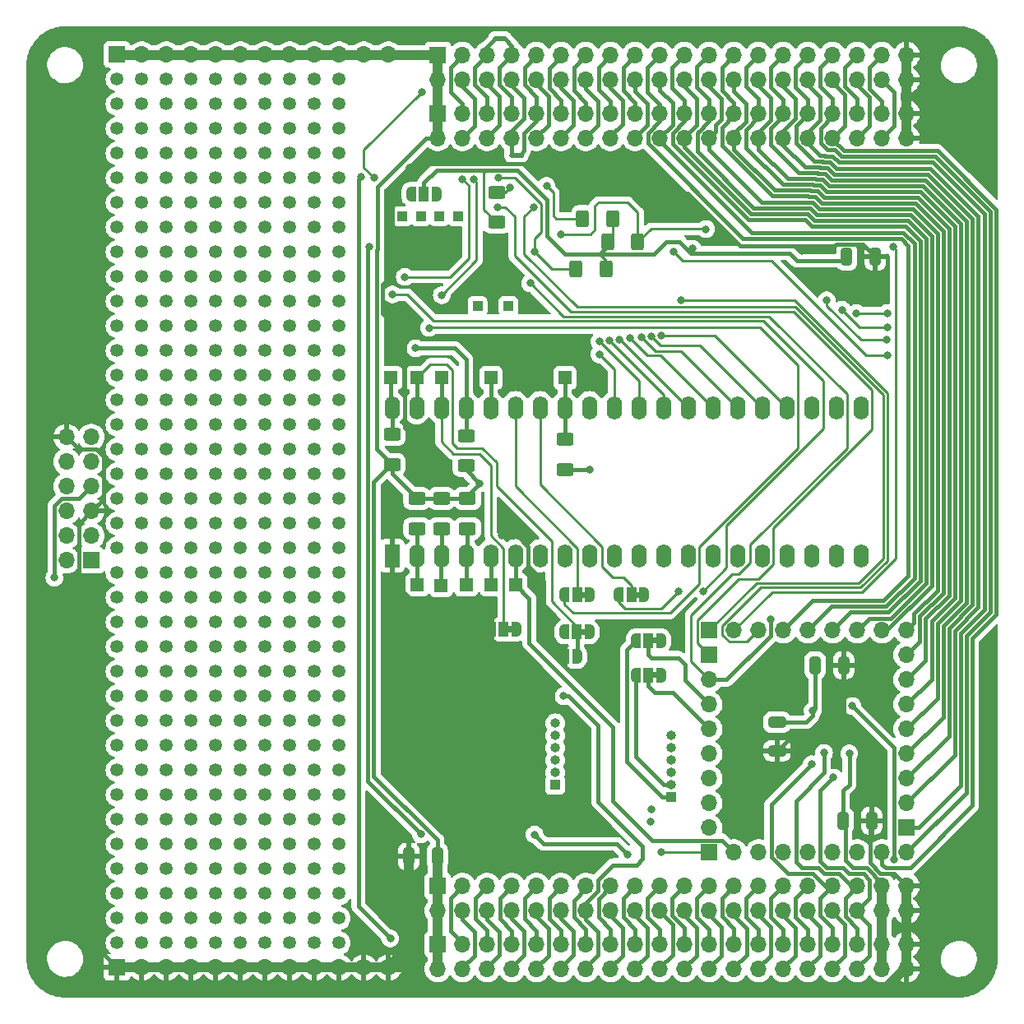
<source format=gbr>
%TF.GenerationSoftware,KiCad,Pcbnew,7.0.7-7.0.7~ubuntu20.04.1*%
%TF.CreationDate,2023-09-08T17:20:42+02:00*%
%TF.ProjectId,CPU_6809_board,4350555f-3638-4303-995f-626f6172642e,rev?*%
%TF.SameCoordinates,Original*%
%TF.FileFunction,Copper,L2,Bot*%
%TF.FilePolarity,Positive*%
%FSLAX46Y46*%
G04 Gerber Fmt 4.6, Leading zero omitted, Abs format (unit mm)*
G04 Created by KiCad (PCBNEW 7.0.7-7.0.7~ubuntu20.04.1) date 2023-09-08 17:20:42*
%MOMM*%
%LPD*%
G01*
G04 APERTURE LIST*
G04 Aperture macros list*
%AMRoundRect*
0 Rectangle with rounded corners*
0 $1 Rounding radius*
0 $2 $3 $4 $5 $6 $7 $8 $9 X,Y pos of 4 corners*
0 Add a 4 corners polygon primitive as box body*
4,1,4,$2,$3,$4,$5,$6,$7,$8,$9,$2,$3,0*
0 Add four circle primitives for the rounded corners*
1,1,$1+$1,$2,$3*
1,1,$1+$1,$4,$5*
1,1,$1+$1,$6,$7*
1,1,$1+$1,$8,$9*
0 Add four rect primitives between the rounded corners*
20,1,$1+$1,$2,$3,$4,$5,0*
20,1,$1+$1,$4,$5,$6,$7,0*
20,1,$1+$1,$6,$7,$8,$9,0*
20,1,$1+$1,$8,$9,$2,$3,0*%
%AMFreePoly0*
4,1,19,0.550000,-0.750000,0.000000,-0.750000,0.000000,-0.744911,-0.071157,-0.744911,-0.207708,-0.704816,-0.327430,-0.627875,-0.420627,-0.520320,-0.479746,-0.390866,-0.500000,-0.250000,-0.500000,0.250000,-0.479746,0.390866,-0.420627,0.520320,-0.327430,0.627875,-0.207708,0.704816,-0.071157,0.744911,0.000000,0.744911,0.000000,0.750000,0.550000,0.750000,0.550000,-0.750000,0.550000,-0.750000,
$1*%
%AMFreePoly1*
4,1,19,0.000000,0.744911,0.071157,0.744911,0.207708,0.704816,0.327430,0.627875,0.420627,0.520320,0.479746,0.390866,0.500000,0.250000,0.500000,-0.250000,0.479746,-0.390866,0.420627,-0.520320,0.327430,-0.627875,0.207708,-0.704816,0.071157,-0.744911,0.000000,-0.744911,0.000000,-0.750000,-0.550000,-0.750000,-0.550000,0.750000,0.000000,0.750000,0.000000,0.744911,0.000000,0.744911,
$1*%
%AMFreePoly2*
4,1,19,0.500000,-0.750000,0.000000,-0.750000,0.000000,-0.744911,-0.071157,-0.744911,-0.207708,-0.704816,-0.327430,-0.627875,-0.420627,-0.520320,-0.479746,-0.390866,-0.500000,-0.250000,-0.500000,0.250000,-0.479746,0.390866,-0.420627,0.520320,-0.327430,0.627875,-0.207708,0.704816,-0.071157,0.744911,0.000000,0.744911,0.000000,0.750000,0.500000,0.750000,0.500000,-0.750000,0.500000,-0.750000,
$1*%
%AMFreePoly3*
4,1,19,0.000000,0.744911,0.071157,0.744911,0.207708,0.704816,0.327430,0.627875,0.420627,0.520320,0.479746,0.390866,0.500000,0.250000,0.500000,-0.250000,0.479746,-0.390866,0.420627,-0.520320,0.327430,-0.627875,0.207708,-0.704816,0.071157,-0.744911,0.000000,-0.744911,0.000000,-0.750000,-0.500000,-0.750000,-0.500000,0.750000,0.000000,0.750000,0.000000,0.744911,0.000000,0.744911,
$1*%
G04 Aperture macros list end*
%TA.AperFunction,ComponentPad*%
%ADD10R,1.700000X1.700000*%
%TD*%
%TA.AperFunction,ComponentPad*%
%ADD11O,1.700000X1.700000*%
%TD*%
%TA.AperFunction,ComponentPad*%
%ADD12R,1.000000X1.000000*%
%TD*%
%TA.AperFunction,ComponentPad*%
%ADD13C,1.350000*%
%TD*%
%TA.AperFunction,ComponentPad*%
%ADD14R,1.350000X1.350000*%
%TD*%
%TA.AperFunction,ComponentPad*%
%ADD15O,1.000000X1.000000*%
%TD*%
%TA.AperFunction,ComponentPad*%
%ADD16R,1.600000X2.400000*%
%TD*%
%TA.AperFunction,ComponentPad*%
%ADD17O,1.600000X2.400000*%
%TD*%
%TA.AperFunction,SMDPad,CuDef*%
%ADD18FreePoly0,0.000000*%
%TD*%
%TA.AperFunction,SMDPad,CuDef*%
%ADD19R,1.000000X1.500000*%
%TD*%
%TA.AperFunction,SMDPad,CuDef*%
%ADD20FreePoly1,0.000000*%
%TD*%
%TA.AperFunction,SMDPad,CuDef*%
%ADD21RoundRect,0.250000X0.625000X-0.400000X0.625000X0.400000X-0.625000X0.400000X-0.625000X-0.400000X0*%
%TD*%
%TA.AperFunction,SMDPad,CuDef*%
%ADD22RoundRect,0.250000X0.325000X0.650000X-0.325000X0.650000X-0.325000X-0.650000X0.325000X-0.650000X0*%
%TD*%
%TA.AperFunction,SMDPad,CuDef*%
%ADD23C,0.500000*%
%TD*%
%TA.AperFunction,SMDPad,CuDef*%
%ADD24RoundRect,0.250000X-0.625000X0.400000X-0.625000X-0.400000X0.625000X-0.400000X0.625000X0.400000X0*%
%TD*%
%TA.AperFunction,SMDPad,CuDef*%
%ADD25FreePoly2,0.000000*%
%TD*%
%TA.AperFunction,SMDPad,CuDef*%
%ADD26FreePoly3,0.000000*%
%TD*%
%TA.AperFunction,SMDPad,CuDef*%
%ADD27FreePoly0,180.000000*%
%TD*%
%TA.AperFunction,SMDPad,CuDef*%
%ADD28FreePoly1,180.000000*%
%TD*%
%TA.AperFunction,SMDPad,CuDef*%
%ADD29RoundRect,0.250000X-0.400000X-0.625000X0.400000X-0.625000X0.400000X0.625000X-0.400000X0.625000X0*%
%TD*%
%TA.AperFunction,SMDPad,CuDef*%
%ADD30RoundRect,0.250000X-0.325000X-0.650000X0.325000X-0.650000X0.325000X0.650000X-0.325000X0.650000X0*%
%TD*%
%TA.AperFunction,SMDPad,CuDef*%
%ADD31RoundRect,0.250000X0.400000X0.625000X-0.400000X0.625000X-0.400000X-0.625000X0.400000X-0.625000X0*%
%TD*%
%TA.AperFunction,SMDPad,CuDef*%
%ADD32RoundRect,0.250000X-0.650000X0.325000X-0.650000X-0.325000X0.650000X-0.325000X0.650000X0.325000X0*%
%TD*%
%TA.AperFunction,ViaPad*%
%ADD33C,0.800000*%
%TD*%
%TA.AperFunction,Conductor*%
%ADD34C,0.400000*%
%TD*%
%TA.AperFunction,Conductor*%
%ADD35C,0.250000*%
%TD*%
%TA.AperFunction,Conductor*%
%ADD36C,1.000000*%
%TD*%
G04 APERTURE END LIST*
%TA.AperFunction,EtchedComponent*%
%TO.C,NT21*%
G36*
X148277200Y-58924000D02*
G01*
X147277200Y-58924000D01*
X147277200Y-58424000D01*
X148277200Y-58424000D01*
X148277200Y-58924000D01*
G37*
%TD.AperFunction*%
%TA.AperFunction,EtchedComponent*%
%TO.C,JP23*%
G36*
X147381800Y-107716600D02*
G01*
X146881800Y-107716600D01*
X146881800Y-107116600D01*
X147381800Y-107116600D01*
X147381800Y-107716600D01*
G37*
%TD.AperFunction*%
%TA.AperFunction,EtchedComponent*%
%TO.C,JP25*%
G36*
X162287000Y-108891000D02*
G01*
X161787000Y-108891000D01*
X161787000Y-108291000D01*
X162287000Y-108291000D01*
X162287000Y-108891000D01*
G37*
%TD.AperFunction*%
%TA.AperFunction,EtchedComponent*%
%TO.C,JP21*%
G36*
X160539000Y-104186000D02*
G01*
X160039000Y-104186000D01*
X160039000Y-103586000D01*
X160539000Y-103586000D01*
X160539000Y-104186000D01*
G37*
%TD.AperFunction*%
%TA.AperFunction,EtchedComponent*%
%TO.C,NT20*%
G36*
X146600800Y-46884400D02*
G01*
X145600800Y-46884400D01*
X145600800Y-46384400D01*
X146600800Y-46384400D01*
X146600800Y-46884400D01*
G37*
%TD.AperFunction*%
%TA.AperFunction,EtchedComponent*%
%TO.C,JP22*%
G36*
X154951000Y-104186000D02*
G01*
X154451000Y-104186000D01*
X154451000Y-103586000D01*
X154951000Y-103586000D01*
X154951000Y-104186000D01*
G37*
%TD.AperFunction*%
%TA.AperFunction,EtchedComponent*%
%TO.C,JP24*%
G36*
X154921000Y-107996000D02*
G01*
X154421000Y-107996000D01*
X154421000Y-107396000D01*
X154921000Y-107396000D01*
X154921000Y-107996000D01*
G37*
%TD.AperFunction*%
%TA.AperFunction,EtchedComponent*%
%TO.C,JP26*%
G36*
X162287000Y-112441000D02*
G01*
X161787000Y-112441000D01*
X161787000Y-111841000D01*
X162287000Y-111841000D01*
X162287000Y-112441000D01*
G37*
%TD.AperFunction*%
%TD*%
D10*
%TO.P,J8,1,Pin_1*%
%TO.N,/~{BUSFREE}*%
X167640000Y-130389005D03*
D11*
%TO.P,J8,2,Pin_2*%
%TO.N,/BA*%
X170180000Y-130389005D03*
%TO.P,J8,3,Pin_3*%
%TO.N,/PHI0_c*%
X172720000Y-130389005D03*
%TO.P,J8,4,Pin_4*%
%TO.N,/~{PHI0_c}*%
X175260000Y-130389005D03*
%TO.P,J8,5,Pin_5*%
%TO.N,/CLKF*%
X177800000Y-130389005D03*
%TO.P,J8,6,Pin_6*%
%TO.N,/MOSI*%
X180340000Y-130389005D03*
%TO.P,J8,7,Pin_7*%
%TO.N,/SCK*%
X182880000Y-130389005D03*
%TO.P,J8,8,Pin_8*%
%TO.N,/A15*%
X185420000Y-130389005D03*
%TO.P,J8,9,Pin_9*%
%TO.N,/A14*%
X187960000Y-130389005D03*
%TD*%
D12*
%TO.P,J13,1,Pin_1*%
%TO.N,Net-(J13-Pin_1)*%
X136042400Y-64897000D03*
%TD*%
D13*
%TO.P,J26,1,Pin_1*%
%TO.N,unconnected-(J26-Pin_1-Pad1)*%
X129540000Y-139700000D03*
%TO.P,J26,2,Pin_2*%
%TO.N,unconnected-(J26-Pin_2-Pad2)*%
X129540000Y-137160000D03*
%TO.P,J26,3,Pin_3*%
%TO.N,unconnected-(J26-Pin_3-Pad3)*%
X129540000Y-134620000D03*
%TO.P,J26,4,Pin_4*%
%TO.N,unconnected-(J26-Pin_4-Pad4)*%
X129540000Y-132080000D03*
%TO.P,J26,5,Pin_5*%
%TO.N,unconnected-(J26-Pin_5-Pad5)*%
X129540000Y-129540000D03*
%TO.P,J26,6,Pin_6*%
%TO.N,unconnected-(J26-Pin_6-Pad6)*%
X129540000Y-127000000D03*
%TO.P,J26,7,Pin_7*%
%TO.N,unconnected-(J26-Pin_7-Pad7)*%
X129540000Y-124460000D03*
%TO.P,J26,8,Pin_8*%
%TO.N,unconnected-(J26-Pin_8-Pad8)*%
X129540000Y-121920000D03*
%TO.P,J26,9,Pin_9*%
%TO.N,unconnected-(J26-Pin_9-Pad9)*%
X129540000Y-119380000D03*
%TO.P,J26,10,Pin_10*%
%TO.N,unconnected-(J26-Pin_10-Pad10)*%
X129540000Y-116840000D03*
%TO.P,J26,11,Pin_11*%
%TO.N,unconnected-(J26-Pin_11-Pad11)*%
X129540000Y-114300000D03*
%TO.P,J26,12,Pin_12*%
%TO.N,unconnected-(J26-Pin_12-Pad12)*%
X129540000Y-111760000D03*
%TO.P,J26,13,Pin_13*%
%TO.N,unconnected-(J26-Pin_13-Pad13)*%
X129540000Y-109220000D03*
%TO.P,J26,14,Pin_14*%
%TO.N,unconnected-(J26-Pin_14-Pad14)*%
X129540000Y-106680000D03*
%TO.P,J26,15,Pin_15*%
%TO.N,unconnected-(J26-Pin_15-Pad15)*%
X129540000Y-104140000D03*
%TO.P,J26,16,Pin_16*%
%TO.N,unconnected-(J26-Pin_16-Pad16)*%
X129540000Y-101600000D03*
%TO.P,J26,17,Pin_17*%
%TO.N,unconnected-(J26-Pin_17-Pad17)*%
X129540000Y-99060000D03*
%TO.P,J26,18,Pin_18*%
%TO.N,unconnected-(J26-Pin_18-Pad18)*%
X129540000Y-96520000D03*
%TO.P,J26,19,Pin_19*%
%TO.N,unconnected-(J26-Pin_19-Pad19)*%
X129540000Y-93980000D03*
%TO.P,J26,20,Pin_20*%
%TO.N,unconnected-(J26-Pin_20-Pad20)*%
X129540000Y-91440000D03*
%TO.P,J26,21,Pin_21*%
%TO.N,unconnected-(J26-Pin_21-Pad21)*%
X129540000Y-88900000D03*
%TO.P,J26,22,Pin_22*%
%TO.N,unconnected-(J26-Pin_22-Pad22)*%
X129540000Y-86360000D03*
%TO.P,J26,23,Pin_23*%
%TO.N,unconnected-(J26-Pin_23-Pad23)*%
X129540000Y-83820000D03*
%TO.P,J26,24,Pin_24*%
%TO.N,unconnected-(J26-Pin_24-Pad24)*%
X129540000Y-81280000D03*
%TO.P,J26,25,Pin_25*%
%TO.N,unconnected-(J26-Pin_25-Pad25)*%
X129540000Y-78740000D03*
%TO.P,J26,26,Pin_26*%
%TO.N,unconnected-(J26-Pin_26-Pad26)*%
X129540000Y-76200000D03*
%TO.P,J26,27,Pin_27*%
%TO.N,unconnected-(J26-Pin_27-Pad27)*%
X129540000Y-73660000D03*
%TO.P,J26,28,Pin_28*%
%TO.N,unconnected-(J26-Pin_28-Pad28)*%
X129540000Y-71120000D03*
%TO.P,J26,29,Pin_29*%
%TO.N,unconnected-(J26-Pin_29-Pad29)*%
X129540000Y-68580000D03*
%TO.P,J26,30,Pin_30*%
%TO.N,unconnected-(J26-Pin_30-Pad30)*%
X129540000Y-66040000D03*
%TO.P,J26,31,Pin_31*%
%TO.N,unconnected-(J26-Pin_31-Pad31)*%
X129540000Y-63500000D03*
%TO.P,J26,32,Pin_32*%
%TO.N,unconnected-(J26-Pin_32-Pad32)*%
X129540000Y-60960000D03*
%TO.P,J26,33,Pin_33*%
%TO.N,unconnected-(J26-Pin_33-Pad33)*%
X129540000Y-58420000D03*
%TO.P,J26,34,Pin_34*%
%TO.N,unconnected-(J26-Pin_34-Pad34)*%
X129540000Y-55880000D03*
%TO.P,J26,35,Pin_35*%
%TO.N,unconnected-(J26-Pin_35-Pad35)*%
X129540000Y-53340000D03*
%TO.P,J26,36,Pin_36*%
%TO.N,unconnected-(J26-Pin_36-Pad36)*%
X129540000Y-50800000D03*
%TO.P,J26,37,Pin_37*%
%TO.N,unconnected-(J26-Pin_37-Pad37)*%
X127000000Y-50800000D03*
%TO.P,J26,38,Pin_38*%
%TO.N,unconnected-(J26-Pin_38-Pad38)*%
X127000000Y-53340000D03*
%TO.P,J26,39,Pin_39*%
%TO.N,unconnected-(J26-Pin_39-Pad39)*%
X127000000Y-55880000D03*
%TO.P,J26,40,Pin_40*%
%TO.N,unconnected-(J26-Pin_40-Pad40)*%
X127000000Y-58420000D03*
%TO.P,J26,41,Pin_41*%
%TO.N,unconnected-(J26-Pin_41-Pad41)*%
X127000000Y-60960000D03*
%TO.P,J26,42,Pin_42*%
%TO.N,unconnected-(J26-Pin_42-Pad42)*%
X127000000Y-63500000D03*
%TO.P,J26,43,Pin_43*%
%TO.N,unconnected-(J26-Pin_43-Pad43)*%
X127000000Y-66040000D03*
%TO.P,J26,44,Pin_44*%
%TO.N,unconnected-(J26-Pin_44-Pad44)*%
X127000000Y-68580000D03*
%TO.P,J26,45,Pin_45*%
%TO.N,unconnected-(J26-Pin_45-Pad45)*%
X127000000Y-71120000D03*
%TO.P,J26,46,Pin_46*%
%TO.N,unconnected-(J26-Pin_46-Pad46)*%
X127000000Y-73660000D03*
%TO.P,J26,47,Pin_47*%
%TO.N,unconnected-(J26-Pin_47-Pad47)*%
X127000000Y-76200000D03*
%TO.P,J26,48,Pin_48*%
%TO.N,unconnected-(J26-Pin_48-Pad48)*%
X127000000Y-78740000D03*
%TO.P,J26,49,Pin_49*%
%TO.N,unconnected-(J26-Pin_49-Pad49)*%
X127000000Y-81280000D03*
%TO.P,J26,50,Pin_50*%
%TO.N,unconnected-(J26-Pin_50-Pad50)*%
X127000000Y-83820000D03*
%TO.P,J26,51,Pin_51*%
%TO.N,unconnected-(J26-Pin_51-Pad51)*%
X127000000Y-86360000D03*
%TO.P,J26,52,Pin_52*%
%TO.N,unconnected-(J26-Pin_52-Pad52)*%
X127000000Y-88900000D03*
%TO.P,J26,53,Pin_53*%
%TO.N,unconnected-(J26-Pin_53-Pad53)*%
X127000000Y-91440000D03*
%TO.P,J26,54,Pin_54*%
%TO.N,unconnected-(J26-Pin_54-Pad54)*%
X127000000Y-93980000D03*
%TO.P,J26,55,Pin_55*%
%TO.N,unconnected-(J26-Pin_55-Pad55)*%
X127000000Y-96520000D03*
%TO.P,J26,56,Pin_56*%
%TO.N,unconnected-(J26-Pin_56-Pad56)*%
X127000000Y-99060000D03*
%TO.P,J26,57,Pin_57*%
%TO.N,unconnected-(J26-Pin_57-Pad57)*%
X127000000Y-101600000D03*
%TO.P,J26,58,Pin_58*%
%TO.N,unconnected-(J26-Pin_58-Pad58)*%
X127000000Y-104140000D03*
%TO.P,J26,59,Pin_59*%
%TO.N,unconnected-(J26-Pin_59-Pad59)*%
X127000000Y-106680000D03*
%TO.P,J26,60,Pin_60*%
%TO.N,unconnected-(J26-Pin_60-Pad60)*%
X127000000Y-109220000D03*
%TO.P,J26,61,Pin_61*%
%TO.N,unconnected-(J26-Pin_61-Pad61)*%
X127000000Y-111760000D03*
%TO.P,J26,62,Pin_62*%
%TO.N,unconnected-(J26-Pin_62-Pad62)*%
X127000000Y-114300000D03*
%TO.P,J26,63,Pin_63*%
%TO.N,unconnected-(J26-Pin_63-Pad63)*%
X127000000Y-116840000D03*
%TO.P,J26,64,Pin_64*%
%TO.N,unconnected-(J26-Pin_64-Pad64)*%
X127000000Y-119380000D03*
%TO.P,J26,65,Pin_65*%
%TO.N,unconnected-(J26-Pin_65-Pad65)*%
X127000000Y-121920000D03*
%TO.P,J26,66,Pin_66*%
%TO.N,unconnected-(J26-Pin_66-Pad66)*%
X127000000Y-124460000D03*
%TO.P,J26,67,Pin_67*%
%TO.N,unconnected-(J26-Pin_67-Pad67)*%
X127000000Y-127000000D03*
%TO.P,J26,68,Pin_68*%
%TO.N,unconnected-(J26-Pin_68-Pad68)*%
X127000000Y-129540000D03*
%TO.P,J26,69,Pin_69*%
%TO.N,unconnected-(J26-Pin_69-Pad69)*%
X127000000Y-132080000D03*
%TO.P,J26,70,Pin_70*%
%TO.N,unconnected-(J26-Pin_70-Pad70)*%
X127000000Y-134620000D03*
%TO.P,J26,71,Pin_71*%
%TO.N,unconnected-(J26-Pin_71-Pad71)*%
X127000000Y-137160000D03*
%TO.P,J26,72,Pin_72*%
%TO.N,unconnected-(J26-Pin_72-Pad72)*%
X127000000Y-139700000D03*
%TD*%
D10*
%TO.P,J1,1,Pin_1*%
%TO.N,+5V*%
X139700000Y-48303005D03*
D11*
%TO.P,J1,2,Pin_2*%
X139700000Y-50843005D03*
%TO.P,J1,3,Pin_3*%
%TO.N,/Qe*%
X142240000Y-48303005D03*
%TO.P,J1,4,Pin_4*%
%TO.N,/Ee*%
X142240000Y-50843005D03*
%TO.P,J1,5,Pin_5*%
%TO.N,/~{IORD}*%
X144780000Y-48303005D03*
%TO.P,J1,6,Pin_6*%
%TO.N,/R{slash}~{W}_e*%
X144780000Y-50843005D03*
%TO.P,J1,7,Pin_7*%
%TO.N,/~{MRD}*%
X147320000Y-48303005D03*
%TO.P,J1,8,Pin_8*%
%TO.N,/~{MWR}*%
X147320000Y-50843005D03*
%TO.P,J1,9,Pin_9*%
%TO.N,/~{IOWR}*%
X149860000Y-48303005D03*
%TO.P,J1,10,Pin_10*%
%TO.N,/D0*%
X149860000Y-50843005D03*
%TO.P,J1,11,Pin_11*%
%TO.N,/D1*%
X152400000Y-48303005D03*
%TO.P,J1,12,Pin_12*%
%TO.N,/D2*%
X152400000Y-50843005D03*
%TO.P,J1,13,Pin_13*%
%TO.N,/D3*%
X154940000Y-48303005D03*
%TO.P,J1,14,Pin_14*%
%TO.N,/D4*%
X154940000Y-50843005D03*
%TO.P,J1,15,Pin_15*%
%TO.N,/D5*%
X157480000Y-48303005D03*
%TO.P,J1,16,Pin_16*%
%TO.N,/D6*%
X157480000Y-50843005D03*
%TO.P,J1,17,Pin_17*%
%TO.N,/D7*%
X160020000Y-48303005D03*
%TO.P,J1,18,Pin_18*%
%TO.N,/~{RST}*%
X160020000Y-50843005D03*
%TO.P,J1,19,Pin_19*%
%TO.N,/A0*%
X162560000Y-48303005D03*
%TO.P,J1,20,Pin_20*%
%TO.N,/A1*%
X162560000Y-50843005D03*
%TO.P,J1,21,Pin_21*%
%TO.N,/A2*%
X165100000Y-48303005D03*
%TO.P,J1,22,Pin_22*%
%TO.N,/A3*%
X165100000Y-50843005D03*
%TO.P,J1,23,Pin_23*%
%TO.N,/A4*%
X167640000Y-48303005D03*
%TO.P,J1,24,Pin_24*%
%TO.N,/A5*%
X167640000Y-50843005D03*
%TO.P,J1,25,Pin_25*%
%TO.N,/A6*%
X170180000Y-48303005D03*
%TO.P,J1,26,Pin_26*%
%TO.N,/A7*%
X170180000Y-50843005D03*
%TO.P,J1,27,Pin_27*%
%TO.N,/A8*%
X172720000Y-48303005D03*
%TO.P,J1,28,Pin_28*%
%TO.N,/A9*%
X172720000Y-50843005D03*
%TO.P,J1,29,Pin_29*%
%TO.N,/A10*%
X175260000Y-48303005D03*
%TO.P,J1,30,Pin_30*%
%TO.N,/A11*%
X175260000Y-50843005D03*
%TO.P,J1,31,Pin_31*%
%TO.N,/A12*%
X177800000Y-48303005D03*
%TO.P,J1,32,Pin_32*%
%TO.N,/A13*%
X177800000Y-50843005D03*
%TO.P,J1,33,Pin_33*%
%TO.N,/A14*%
X180340000Y-48303005D03*
%TO.P,J1,34,Pin_34*%
%TO.N,/A15*%
X180340000Y-50843005D03*
%TO.P,J1,35,Pin_35*%
%TO.N,/Bus/A16*%
X182880000Y-48303005D03*
%TO.P,J1,36,Pin_36*%
%TO.N,/Bus/A17*%
X182880000Y-50843005D03*
%TO.P,J1,37,Pin_37*%
%TO.N,/Bus/A18*%
X185420000Y-48303005D03*
%TO.P,J1,38,Pin_38*%
%TO.N,/Bus/A19*%
X185420000Y-50843005D03*
%TO.P,J1,39,Pin_39*%
%TO.N,GND*%
X187960000Y-48303005D03*
%TO.P,J1,40,Pin_40*%
X187960000Y-50843005D03*
%TD*%
D12*
%TO.P,J14,1,Pin_1*%
%TO.N,Net-(J14-Pin_1)*%
X141757400Y-64897000D03*
%TD*%
D14*
%TO.P,J9,1,Pin_1*%
%TO.N,/~{NMI}*%
X137541000Y-102870000D03*
%TD*%
D12*
%TO.P,J11,1,Pin_1*%
%TO.N,Net-(J11-Pin_1)*%
X143789400Y-74168000D03*
%TD*%
%TO.P,J31,1,Pin_1*%
%TO.N,/Buffers/Ec*%
X163677600Y-124663200D03*
D15*
%TO.P,J31,2,Pin_2*%
%TO.N,/Buffers/Qc*%
X163677600Y-123393200D03*
%TO.P,J31,3,Pin_3*%
%TO.N,Net-(J31-Pin_3)*%
X163677600Y-122123200D03*
%TO.P,J31,4,Pin_4*%
%TO.N,Net-(J31-Pin_4)*%
X163677600Y-120853200D03*
%TO.P,J31,5,Pin_5*%
%TO.N,Net-(J31-Pin_5)*%
X163677600Y-119583200D03*
%TO.P,J31,6,Pin_6*%
%TO.N,Net-(J31-Pin_6)*%
X163677600Y-118313200D03*
%TD*%
D10*
%TO.P,J5,1,Pin_1*%
%TO.N,/~{WR}c*%
X167640000Y-107529005D03*
D11*
%TO.P,J5,2,Pin_2*%
%TO.N,/~{AOE}*%
X170180000Y-107529005D03*
%TO.P,J5,3,Pin_3*%
%TO.N,/~{DOE}*%
X172720000Y-107529005D03*
%TO.P,J5,4,Pin_4*%
%TO.N,/A0*%
X175260000Y-107529005D03*
%TO.P,J5,5,Pin_5*%
%TO.N,/A1*%
X177800000Y-107529005D03*
%TO.P,J5,6,Pin_6*%
%TO.N,/A2*%
X180340000Y-107529005D03*
%TO.P,J5,7,Pin_7*%
%TO.N,/A3*%
X182880000Y-107529005D03*
%TO.P,J5,8,Pin_8*%
%TO.N,/A4*%
X185420000Y-107529005D03*
%TO.P,J5,9,Pin_9*%
%TO.N,/A5*%
X187960000Y-107529005D03*
%TD*%
D10*
%TO.P,J4,1,Pin_1*%
%TO.N,+5V*%
X139700000Y-133849005D03*
D11*
%TO.P,J4,2,Pin_2*%
X139700000Y-136389005D03*
%TO.P,J4,3,Pin_3*%
%TO.N,/RX2*%
X142240000Y-133849005D03*
%TO.P,J4,4,Pin_4*%
%TO.N,/TX2*%
X142240000Y-136389005D03*
%TO.P,J4,5,Pin_5*%
%TO.N,/RX3*%
X144780000Y-133849005D03*
%TO.P,J4,6,Pin_6*%
%TO.N,/TX3*%
X144780000Y-136389005D03*
%TO.P,J4,7,Pin_7*%
%TO.N,/RES0*%
X147320000Y-133849005D03*
%TO.P,J4,8,Pin_8*%
%TO.N,/TX1*%
X147320000Y-136389005D03*
%TO.P,J4,9,Pin_9*%
%TO.N,/RES1*%
X149860000Y-133849005D03*
%TO.P,J4,10,Pin_10*%
%TO.N,/RX1*%
X149860000Y-136389005D03*
%TO.P,J4,11,Pin_11*%
%TO.N,/PHI0*%
X152400000Y-133849005D03*
%TO.P,J4,12,Pin_12*%
%TO.N,/~{PHI0}*%
X152400000Y-136389005D03*
%TO.P,J4,13,Pin_13*%
%TO.N,/CLKS*%
X154940000Y-133849005D03*
%TO.P,J4,14,Pin_14*%
%TO.N,/CLKF*%
X154940000Y-136389005D03*
%TO.P,J4,15,Pin_15*%
%TO.N,/~{BUSFREE}*%
X157480000Y-133849005D03*
%TO.P,J4,16,Pin_16*%
%TO.N,/~{RAMWE13}*%
X157480000Y-136389005D03*
%TO.P,J4,17,Pin_17*%
%TO.N,/~{RAMWE12}*%
X160020000Y-133849005D03*
%TO.P,J4,18,Pin_18*%
%TO.N,/~{RAMWE11}*%
X160020000Y-136389005D03*
%TO.P,J4,19,Pin_19*%
%TO.N,/~{RAMWE10}*%
X162560000Y-133849005D03*
%TO.P,J4,20,Pin_20*%
%TO.N,/~{RAMWE9}*%
X162560000Y-136389005D03*
%TO.P,J4,21,Pin_21*%
%TO.N,/~{RAMWE8}*%
X165100000Y-133849005D03*
%TO.P,J4,22,Pin_22*%
%TO.N,/~{RAMWE7}*%
X165100000Y-136389005D03*
%TO.P,J4,23,Pin_23*%
%TO.N,/~{RAMWE6}*%
X167640000Y-133849005D03*
%TO.P,J4,24,Pin_24*%
%TO.N,/~{RAMWE5}*%
X167640000Y-136389005D03*
%TO.P,J4,25,Pin_25*%
%TO.N,/~{RAMWE4}*%
X170180000Y-133849005D03*
%TO.P,J4,26,Pin_26*%
%TO.N,/~{RAMWE3}*%
X170180000Y-136389005D03*
%TO.P,J4,27,Pin_27*%
%TO.N,/~{RAMWE2}*%
X172720000Y-133849005D03*
%TO.P,J4,28,Pin_28*%
%TO.N,/~{RAMWE1}*%
X172720000Y-136389005D03*
%TO.P,J4,29,Pin_29*%
%TO.N,/~{RAMWE0}*%
X175260000Y-133849005D03*
%TO.P,J4,30,Pin_30*%
%TO.N,/MOSI*%
X175260000Y-136389005D03*
%TO.P,J4,31,Pin_31*%
%TO.N,/SCK*%
X177800000Y-133849005D03*
%TO.P,J4,32,Pin_32*%
%TO.N,/Bus/TDRTN*%
X177800000Y-136389005D03*
%TO.P,J4,33,Pin_33*%
%TO.N,/TMS*%
X180340000Y-133849005D03*
%TO.P,J4,34,Pin_34*%
%TO.N,/TDO*%
X180340000Y-136389005D03*
%TO.P,J4,35,Pin_35*%
%TO.N,/TCK*%
X182880000Y-133849005D03*
%TO.P,J4,36,Pin_36*%
%TO.N,/TDI*%
X182880000Y-136389005D03*
%TO.P,J4,37,Pin_37*%
%TO.N,+3V3*%
X185420000Y-133849005D03*
%TO.P,J4,38,Pin_38*%
X185420000Y-136389005D03*
%TO.P,J4,39,Pin_39*%
%TO.N,GND*%
X187960000Y-133849005D03*
%TO.P,J4,40,Pin_40*%
X187960000Y-136389005D03*
%TD*%
D13*
%TO.P,J24,1,Pin_1*%
%TO.N,unconnected-(J24-Pin_1-Pad1)*%
X119380000Y-139700000D03*
%TO.P,J24,2,Pin_2*%
%TO.N,unconnected-(J24-Pin_2-Pad2)*%
X119380000Y-137160000D03*
%TO.P,J24,3,Pin_3*%
%TO.N,unconnected-(J24-Pin_3-Pad3)*%
X119380000Y-134620000D03*
%TO.P,J24,4,Pin_4*%
%TO.N,unconnected-(J24-Pin_4-Pad4)*%
X119380000Y-132080000D03*
%TO.P,J24,5,Pin_5*%
%TO.N,unconnected-(J24-Pin_5-Pad5)*%
X119380000Y-129540000D03*
%TO.P,J24,6,Pin_6*%
%TO.N,unconnected-(J24-Pin_6-Pad6)*%
X119380000Y-127000000D03*
%TO.P,J24,7,Pin_7*%
%TO.N,unconnected-(J24-Pin_7-Pad7)*%
X119380000Y-124460000D03*
%TO.P,J24,8,Pin_8*%
%TO.N,unconnected-(J24-Pin_8-Pad8)*%
X119380000Y-121920000D03*
%TO.P,J24,9,Pin_9*%
%TO.N,unconnected-(J24-Pin_9-Pad9)*%
X119380000Y-119380000D03*
%TO.P,J24,10,Pin_10*%
%TO.N,unconnected-(J24-Pin_10-Pad10)*%
X119380000Y-116840000D03*
%TO.P,J24,11,Pin_11*%
%TO.N,unconnected-(J24-Pin_11-Pad11)*%
X119380000Y-114300000D03*
%TO.P,J24,12,Pin_12*%
%TO.N,unconnected-(J24-Pin_12-Pad12)*%
X119380000Y-111760000D03*
%TO.P,J24,13,Pin_13*%
%TO.N,unconnected-(J24-Pin_13-Pad13)*%
X119380000Y-109220000D03*
%TO.P,J24,14,Pin_14*%
%TO.N,unconnected-(J24-Pin_14-Pad14)*%
X119380000Y-106680000D03*
%TO.P,J24,15,Pin_15*%
%TO.N,unconnected-(J24-Pin_15-Pad15)*%
X119380000Y-104140000D03*
%TO.P,J24,16,Pin_16*%
%TO.N,unconnected-(J24-Pin_16-Pad16)*%
X119380000Y-101600000D03*
%TO.P,J24,17,Pin_17*%
%TO.N,unconnected-(J24-Pin_17-Pad17)*%
X119380000Y-99060000D03*
%TO.P,J24,18,Pin_18*%
%TO.N,unconnected-(J24-Pin_18-Pad18)*%
X119380000Y-96520000D03*
%TO.P,J24,19,Pin_19*%
%TO.N,unconnected-(J24-Pin_19-Pad19)*%
X119380000Y-93980000D03*
%TO.P,J24,20,Pin_20*%
%TO.N,unconnected-(J24-Pin_20-Pad20)*%
X119380000Y-91440000D03*
%TO.P,J24,21,Pin_21*%
%TO.N,unconnected-(J24-Pin_21-Pad21)*%
X119380000Y-88900000D03*
%TO.P,J24,22,Pin_22*%
%TO.N,unconnected-(J24-Pin_22-Pad22)*%
X119380000Y-86360000D03*
%TO.P,J24,23,Pin_23*%
%TO.N,unconnected-(J24-Pin_23-Pad23)*%
X119380000Y-83820000D03*
%TO.P,J24,24,Pin_24*%
%TO.N,unconnected-(J24-Pin_24-Pad24)*%
X119380000Y-81280000D03*
%TO.P,J24,25,Pin_25*%
%TO.N,unconnected-(J24-Pin_25-Pad25)*%
X119380000Y-78740000D03*
%TO.P,J24,26,Pin_26*%
%TO.N,unconnected-(J24-Pin_26-Pad26)*%
X119380000Y-76200000D03*
%TO.P,J24,27,Pin_27*%
%TO.N,unconnected-(J24-Pin_27-Pad27)*%
X119380000Y-73660000D03*
%TO.P,J24,28,Pin_28*%
%TO.N,unconnected-(J24-Pin_28-Pad28)*%
X119380000Y-71120000D03*
%TO.P,J24,29,Pin_29*%
%TO.N,unconnected-(J24-Pin_29-Pad29)*%
X119380000Y-68580000D03*
%TO.P,J24,30,Pin_30*%
%TO.N,unconnected-(J24-Pin_30-Pad30)*%
X119380000Y-66040000D03*
%TO.P,J24,31,Pin_31*%
%TO.N,unconnected-(J24-Pin_31-Pad31)*%
X119380000Y-63500000D03*
%TO.P,J24,32,Pin_32*%
%TO.N,unconnected-(J24-Pin_32-Pad32)*%
X119380000Y-60960000D03*
%TO.P,J24,33,Pin_33*%
%TO.N,unconnected-(J24-Pin_33-Pad33)*%
X119380000Y-58420000D03*
%TO.P,J24,34,Pin_34*%
%TO.N,unconnected-(J24-Pin_34-Pad34)*%
X119380000Y-55880000D03*
%TO.P,J24,35,Pin_35*%
%TO.N,unconnected-(J24-Pin_35-Pad35)*%
X119380000Y-53340000D03*
%TO.P,J24,36,Pin_36*%
%TO.N,unconnected-(J24-Pin_36-Pad36)*%
X119380000Y-50800000D03*
%TO.P,J24,37,Pin_37*%
%TO.N,unconnected-(J24-Pin_37-Pad37)*%
X116840000Y-50800000D03*
%TO.P,J24,38,Pin_38*%
%TO.N,unconnected-(J24-Pin_38-Pad38)*%
X116840000Y-53340000D03*
%TO.P,J24,39,Pin_39*%
%TO.N,unconnected-(J24-Pin_39-Pad39)*%
X116840000Y-55880000D03*
%TO.P,J24,40,Pin_40*%
%TO.N,unconnected-(J24-Pin_40-Pad40)*%
X116840000Y-58420000D03*
%TO.P,J24,41,Pin_41*%
%TO.N,unconnected-(J24-Pin_41-Pad41)*%
X116840000Y-60960000D03*
%TO.P,J24,42,Pin_42*%
%TO.N,unconnected-(J24-Pin_42-Pad42)*%
X116840000Y-63500000D03*
%TO.P,J24,43,Pin_43*%
%TO.N,unconnected-(J24-Pin_43-Pad43)*%
X116840000Y-66040000D03*
%TO.P,J24,44,Pin_44*%
%TO.N,unconnected-(J24-Pin_44-Pad44)*%
X116840000Y-68580000D03*
%TO.P,J24,45,Pin_45*%
%TO.N,unconnected-(J24-Pin_45-Pad45)*%
X116840000Y-71120000D03*
%TO.P,J24,46,Pin_46*%
%TO.N,unconnected-(J24-Pin_46-Pad46)*%
X116840000Y-73660000D03*
%TO.P,J24,47,Pin_47*%
%TO.N,unconnected-(J24-Pin_47-Pad47)*%
X116840000Y-76200000D03*
%TO.P,J24,48,Pin_48*%
%TO.N,unconnected-(J24-Pin_48-Pad48)*%
X116840000Y-78740000D03*
%TO.P,J24,49,Pin_49*%
%TO.N,unconnected-(J24-Pin_49-Pad49)*%
X116840000Y-81280000D03*
%TO.P,J24,50,Pin_50*%
%TO.N,unconnected-(J24-Pin_50-Pad50)*%
X116840000Y-83820000D03*
%TO.P,J24,51,Pin_51*%
%TO.N,unconnected-(J24-Pin_51-Pad51)*%
X116840000Y-86360000D03*
%TO.P,J24,52,Pin_52*%
%TO.N,unconnected-(J24-Pin_52-Pad52)*%
X116840000Y-88900000D03*
%TO.P,J24,53,Pin_53*%
%TO.N,unconnected-(J24-Pin_53-Pad53)*%
X116840000Y-91440000D03*
%TO.P,J24,54,Pin_54*%
%TO.N,unconnected-(J24-Pin_54-Pad54)*%
X116840000Y-93980000D03*
%TO.P,J24,55,Pin_55*%
%TO.N,unconnected-(J24-Pin_55-Pad55)*%
X116840000Y-96520000D03*
%TO.P,J24,56,Pin_56*%
%TO.N,unconnected-(J24-Pin_56-Pad56)*%
X116840000Y-99060000D03*
%TO.P,J24,57,Pin_57*%
%TO.N,unconnected-(J24-Pin_57-Pad57)*%
X116840000Y-101600000D03*
%TO.P,J24,58,Pin_58*%
%TO.N,unconnected-(J24-Pin_58-Pad58)*%
X116840000Y-104140000D03*
%TO.P,J24,59,Pin_59*%
%TO.N,unconnected-(J24-Pin_59-Pad59)*%
X116840000Y-106680000D03*
%TO.P,J24,60,Pin_60*%
%TO.N,unconnected-(J24-Pin_60-Pad60)*%
X116840000Y-109220000D03*
%TO.P,J24,61,Pin_61*%
%TO.N,unconnected-(J24-Pin_61-Pad61)*%
X116840000Y-111760000D03*
%TO.P,J24,62,Pin_62*%
%TO.N,unconnected-(J24-Pin_62-Pad62)*%
X116840000Y-114300000D03*
%TO.P,J24,63,Pin_63*%
%TO.N,unconnected-(J24-Pin_63-Pad63)*%
X116840000Y-116840000D03*
%TO.P,J24,64,Pin_64*%
%TO.N,unconnected-(J24-Pin_64-Pad64)*%
X116840000Y-119380000D03*
%TO.P,J24,65,Pin_65*%
%TO.N,unconnected-(J24-Pin_65-Pad65)*%
X116840000Y-121920000D03*
%TO.P,J24,66,Pin_66*%
%TO.N,unconnected-(J24-Pin_66-Pad66)*%
X116840000Y-124460000D03*
%TO.P,J24,67,Pin_67*%
%TO.N,unconnected-(J24-Pin_67-Pad67)*%
X116840000Y-127000000D03*
%TO.P,J24,68,Pin_68*%
%TO.N,unconnected-(J24-Pin_68-Pad68)*%
X116840000Y-129540000D03*
%TO.P,J24,69,Pin_69*%
%TO.N,unconnected-(J24-Pin_69-Pad69)*%
X116840000Y-132080000D03*
%TO.P,J24,70,Pin_70*%
%TO.N,unconnected-(J24-Pin_70-Pad70)*%
X116840000Y-134620000D03*
%TO.P,J24,71,Pin_71*%
%TO.N,unconnected-(J24-Pin_71-Pad71)*%
X116840000Y-137160000D03*
%TO.P,J24,72,Pin_72*%
%TO.N,unconnected-(J24-Pin_72-Pad72)*%
X116840000Y-139700000D03*
%TD*%
D16*
%TO.P,U22,1,VSS*%
%TO.N,GND*%
X134975600Y-99847400D03*
D17*
%TO.P,U22,2,~{NMI}*%
%TO.N,/~{NMI}*%
X137515600Y-99847400D03*
%TO.P,U22,3,~{IRQ}*%
%TO.N,/~{IRQ}*%
X140055600Y-99847400D03*
%TO.P,U22,4,~{FIRQ}*%
%TO.N,/~{FIRQ}*%
X142595600Y-99847400D03*
%TO.P,U22,5,BS*%
%TO.N,/BS*%
X145135600Y-99847400D03*
%TO.P,U22,6,BA*%
%TO.N,/BA*%
X147675600Y-99847400D03*
%TO.P,U22,7,VCC*%
%TO.N,+5V*%
X150215600Y-99847400D03*
%TO.P,U22,8,A0*%
%TO.N,/CA0*%
X152755600Y-99847400D03*
%TO.P,U22,9,A1*%
%TO.N,/CA1*%
X155295600Y-99847400D03*
%TO.P,U22,10,A2*%
%TO.N,/CA2*%
X157835600Y-99847400D03*
%TO.P,U22,11,A3*%
%TO.N,/CA3*%
X160375600Y-99847400D03*
%TO.P,U22,12,A4*%
%TO.N,/CA4*%
X162915600Y-99847400D03*
%TO.P,U22,13,A5*%
%TO.N,/CA5*%
X165455600Y-99847400D03*
%TO.P,U22,14,A6*%
%TO.N,/CA6*%
X167995600Y-99847400D03*
%TO.P,U22,15,A7*%
%TO.N,/CA7*%
X170535600Y-99847400D03*
%TO.P,U22,16,A8*%
%TO.N,/CA8*%
X173075600Y-99847400D03*
%TO.P,U22,17,A9*%
%TO.N,/CA9*%
X175615600Y-99847400D03*
%TO.P,U22,18,A10*%
%TO.N,/CA10*%
X178155600Y-99847400D03*
%TO.P,U22,19,A11*%
%TO.N,/CA11*%
X180695600Y-99847400D03*
%TO.P,U22,20,A12*%
%TO.N,/CA12*%
X183235600Y-99847400D03*
%TO.P,U22,21,A13*%
%TO.N,/CA13*%
X183235600Y-84607400D03*
%TO.P,U22,22,A14*%
%TO.N,/CA14*%
X180695600Y-84607400D03*
%TO.P,U22,23,A15*%
%TO.N,/CA15*%
X178155600Y-84607400D03*
%TO.P,U22,24,D7*%
%TO.N,/CD7*%
X175615600Y-84607400D03*
%TO.P,U22,25,D6*%
%TO.N,/CD6*%
X173075600Y-84607400D03*
%TO.P,U22,26,D5*%
%TO.N,/CD5*%
X170535600Y-84607400D03*
%TO.P,U22,27,D4*%
%TO.N,/CD4*%
X167995600Y-84607400D03*
%TO.P,U22,28,D3*%
%TO.N,/CD3*%
X165455600Y-84607400D03*
%TO.P,U22,29,D2*%
%TO.N,/CD2*%
X162915600Y-84607400D03*
%TO.P,U22,30,D1*%
%TO.N,/CD1*%
X160375600Y-84607400D03*
%TO.P,U22,31,D0*%
%TO.N,/CD0*%
X157835600Y-84607400D03*
%TO.P,U22,32,R/~{W}*%
%TO.N,/R{slash}~{W}*%
X155295600Y-84607400D03*
%TO.P,U22,33,BUSY*%
%TO.N,/BUSY*%
X152755600Y-84607400D03*
%TO.P,U22,34,E*%
%TO.N,Net-(JP21-C)*%
X150215600Y-84607400D03*
%TO.P,U22,35,Q*%
%TO.N,Net-(JP22-C)*%
X147675600Y-84607400D03*
%TO.P,U22,36,AVMA*%
%TO.N,/AVMA*%
X145135600Y-84607400D03*
%TO.P,U22,37,~{RESET}*%
%TO.N,/~{RST}*%
X142595600Y-84607400D03*
%TO.P,U22,38,LIC*%
%TO.N,/P38*%
X140055600Y-84607400D03*
%TO.P,U22,39,TSC*%
%TO.N,/P39*%
X137515600Y-84607400D03*
%TO.P,U22,40,~{HALT}*%
%TO.N,/~{HALT}*%
X134975600Y-84607400D03*
%TD*%
D14*
%TO.P,J32,1,Pin_1*%
%TO.N,/P39*%
X137541000Y-81534000D03*
%TD*%
%TO.P,J16,1,Pin_1*%
%TO.N,/~{IRQ}*%
X140030200Y-102895400D03*
%TD*%
D12*
%TO.P,J15,1,Pin_1*%
%TO.N,Net-(J15-Pin_1)*%
X137947400Y-64897000D03*
%TD*%
D14*
%TO.P,J19,1,Pin_1*%
%TO.N,/BUSY*%
X152781000Y-81534000D03*
%TD*%
%TO.P,J29,1,Pin_1*%
%TO.N,/AVMA*%
X145175000Y-81534000D03*
%TD*%
D10*
%TO.P,J20,1,Pin_1*%
%TO.N,GND*%
X106680000Y-142240000D03*
D11*
%TO.P,J20,2,Pin_2*%
X109220000Y-142240000D03*
%TO.P,J20,3,Pin_3*%
X111760000Y-142240000D03*
%TO.P,J20,4,Pin_4*%
X114300000Y-142240000D03*
%TO.P,J20,5,Pin_5*%
X116840000Y-142240000D03*
%TO.P,J20,6,Pin_6*%
X119380000Y-142240000D03*
%TO.P,J20,7,Pin_7*%
X121920000Y-142240000D03*
%TO.P,J20,8,Pin_8*%
X124460000Y-142240000D03*
%TO.P,J20,9,Pin_9*%
X127000000Y-142240000D03*
%TO.P,J20,10,Pin_10*%
X129540000Y-142240000D03*
%TO.P,J20,11,Pin_11*%
X132080000Y-142240000D03*
%TO.P,J20,12,Pin_12*%
X134620000Y-142240000D03*
%TD*%
D13*
%TO.P,J25,1,Pin_1*%
%TO.N,unconnected-(J25-Pin_1-Pad1)*%
X124460000Y-139700000D03*
%TO.P,J25,2,Pin_2*%
%TO.N,unconnected-(J25-Pin_2-Pad2)*%
X124460000Y-137160000D03*
%TO.P,J25,3,Pin_3*%
%TO.N,unconnected-(J25-Pin_3-Pad3)*%
X124460000Y-134620000D03*
%TO.P,J25,4,Pin_4*%
%TO.N,unconnected-(J25-Pin_4-Pad4)*%
X124460000Y-132080000D03*
%TO.P,J25,5,Pin_5*%
%TO.N,unconnected-(J25-Pin_5-Pad5)*%
X124460000Y-129540000D03*
%TO.P,J25,6,Pin_6*%
%TO.N,unconnected-(J25-Pin_6-Pad6)*%
X124460000Y-127000000D03*
%TO.P,J25,7,Pin_7*%
%TO.N,unconnected-(J25-Pin_7-Pad7)*%
X124460000Y-124460000D03*
%TO.P,J25,8,Pin_8*%
%TO.N,unconnected-(J25-Pin_8-Pad8)*%
X124460000Y-121920000D03*
%TO.P,J25,9,Pin_9*%
%TO.N,unconnected-(J25-Pin_9-Pad9)*%
X124460000Y-119380000D03*
%TO.P,J25,10,Pin_10*%
%TO.N,unconnected-(J25-Pin_10-Pad10)*%
X124460000Y-116840000D03*
%TO.P,J25,11,Pin_11*%
%TO.N,unconnected-(J25-Pin_11-Pad11)*%
X124460000Y-114300000D03*
%TO.P,J25,12,Pin_12*%
%TO.N,unconnected-(J25-Pin_12-Pad12)*%
X124460000Y-111760000D03*
%TO.P,J25,13,Pin_13*%
%TO.N,unconnected-(J25-Pin_13-Pad13)*%
X124460000Y-109220000D03*
%TO.P,J25,14,Pin_14*%
%TO.N,unconnected-(J25-Pin_14-Pad14)*%
X124460000Y-106680000D03*
%TO.P,J25,15,Pin_15*%
%TO.N,unconnected-(J25-Pin_15-Pad15)*%
X124460000Y-104140000D03*
%TO.P,J25,16,Pin_16*%
%TO.N,unconnected-(J25-Pin_16-Pad16)*%
X124460000Y-101600000D03*
%TO.P,J25,17,Pin_17*%
%TO.N,unconnected-(J25-Pin_17-Pad17)*%
X124460000Y-99060000D03*
%TO.P,J25,18,Pin_18*%
%TO.N,unconnected-(J25-Pin_18-Pad18)*%
X124460000Y-96520000D03*
%TO.P,J25,19,Pin_19*%
%TO.N,unconnected-(J25-Pin_19-Pad19)*%
X124460000Y-93980000D03*
%TO.P,J25,20,Pin_20*%
%TO.N,unconnected-(J25-Pin_20-Pad20)*%
X124460000Y-91440000D03*
%TO.P,J25,21,Pin_21*%
%TO.N,unconnected-(J25-Pin_21-Pad21)*%
X124460000Y-88900000D03*
%TO.P,J25,22,Pin_22*%
%TO.N,unconnected-(J25-Pin_22-Pad22)*%
X124460000Y-86360000D03*
%TO.P,J25,23,Pin_23*%
%TO.N,unconnected-(J25-Pin_23-Pad23)*%
X124460000Y-83820000D03*
%TO.P,J25,24,Pin_24*%
%TO.N,unconnected-(J25-Pin_24-Pad24)*%
X124460000Y-81280000D03*
%TO.P,J25,25,Pin_25*%
%TO.N,unconnected-(J25-Pin_25-Pad25)*%
X124460000Y-78740000D03*
%TO.P,J25,26,Pin_26*%
%TO.N,unconnected-(J25-Pin_26-Pad26)*%
X124460000Y-76200000D03*
%TO.P,J25,27,Pin_27*%
%TO.N,unconnected-(J25-Pin_27-Pad27)*%
X124460000Y-73660000D03*
%TO.P,J25,28,Pin_28*%
%TO.N,unconnected-(J25-Pin_28-Pad28)*%
X124460000Y-71120000D03*
%TO.P,J25,29,Pin_29*%
%TO.N,unconnected-(J25-Pin_29-Pad29)*%
X124460000Y-68580000D03*
%TO.P,J25,30,Pin_30*%
%TO.N,unconnected-(J25-Pin_30-Pad30)*%
X124460000Y-66040000D03*
%TO.P,J25,31,Pin_31*%
%TO.N,unconnected-(J25-Pin_31-Pad31)*%
X124460000Y-63500000D03*
%TO.P,J25,32,Pin_32*%
%TO.N,unconnected-(J25-Pin_32-Pad32)*%
X124460000Y-60960000D03*
%TO.P,J25,33,Pin_33*%
%TO.N,unconnected-(J25-Pin_33-Pad33)*%
X124460000Y-58420000D03*
%TO.P,J25,34,Pin_34*%
%TO.N,unconnected-(J25-Pin_34-Pad34)*%
X124460000Y-55880000D03*
%TO.P,J25,35,Pin_35*%
%TO.N,unconnected-(J25-Pin_35-Pad35)*%
X124460000Y-53340000D03*
%TO.P,J25,36,Pin_36*%
%TO.N,unconnected-(J25-Pin_36-Pad36)*%
X124460000Y-50800000D03*
%TO.P,J25,37,Pin_37*%
%TO.N,unconnected-(J25-Pin_37-Pad37)*%
X121920000Y-50800000D03*
%TO.P,J25,38,Pin_38*%
%TO.N,unconnected-(J25-Pin_38-Pad38)*%
X121920000Y-53340000D03*
%TO.P,J25,39,Pin_39*%
%TO.N,unconnected-(J25-Pin_39-Pad39)*%
X121920000Y-55880000D03*
%TO.P,J25,40,Pin_40*%
%TO.N,unconnected-(J25-Pin_40-Pad40)*%
X121920000Y-58420000D03*
%TO.P,J25,41,Pin_41*%
%TO.N,unconnected-(J25-Pin_41-Pad41)*%
X121920000Y-60960000D03*
%TO.P,J25,42,Pin_42*%
%TO.N,unconnected-(J25-Pin_42-Pad42)*%
X121920000Y-63500000D03*
%TO.P,J25,43,Pin_43*%
%TO.N,unconnected-(J25-Pin_43-Pad43)*%
X121920000Y-66040000D03*
%TO.P,J25,44,Pin_44*%
%TO.N,unconnected-(J25-Pin_44-Pad44)*%
X121920000Y-68580000D03*
%TO.P,J25,45,Pin_45*%
%TO.N,unconnected-(J25-Pin_45-Pad45)*%
X121920000Y-71120000D03*
%TO.P,J25,46,Pin_46*%
%TO.N,unconnected-(J25-Pin_46-Pad46)*%
X121920000Y-73660000D03*
%TO.P,J25,47,Pin_47*%
%TO.N,unconnected-(J25-Pin_47-Pad47)*%
X121920000Y-76200000D03*
%TO.P,J25,48,Pin_48*%
%TO.N,unconnected-(J25-Pin_48-Pad48)*%
X121920000Y-78740000D03*
%TO.P,J25,49,Pin_49*%
%TO.N,unconnected-(J25-Pin_49-Pad49)*%
X121920000Y-81280000D03*
%TO.P,J25,50,Pin_50*%
%TO.N,unconnected-(J25-Pin_50-Pad50)*%
X121920000Y-83820000D03*
%TO.P,J25,51,Pin_51*%
%TO.N,unconnected-(J25-Pin_51-Pad51)*%
X121920000Y-86360000D03*
%TO.P,J25,52,Pin_52*%
%TO.N,unconnected-(J25-Pin_52-Pad52)*%
X121920000Y-88900000D03*
%TO.P,J25,53,Pin_53*%
%TO.N,unconnected-(J25-Pin_53-Pad53)*%
X121920000Y-91440000D03*
%TO.P,J25,54,Pin_54*%
%TO.N,unconnected-(J25-Pin_54-Pad54)*%
X121920000Y-93980000D03*
%TO.P,J25,55,Pin_55*%
%TO.N,unconnected-(J25-Pin_55-Pad55)*%
X121920000Y-96520000D03*
%TO.P,J25,56,Pin_56*%
%TO.N,unconnected-(J25-Pin_56-Pad56)*%
X121920000Y-99060000D03*
%TO.P,J25,57,Pin_57*%
%TO.N,unconnected-(J25-Pin_57-Pad57)*%
X121920000Y-101600000D03*
%TO.P,J25,58,Pin_58*%
%TO.N,unconnected-(J25-Pin_58-Pad58)*%
X121920000Y-104140000D03*
%TO.P,J25,59,Pin_59*%
%TO.N,unconnected-(J25-Pin_59-Pad59)*%
X121920000Y-106680000D03*
%TO.P,J25,60,Pin_60*%
%TO.N,unconnected-(J25-Pin_60-Pad60)*%
X121920000Y-109220000D03*
%TO.P,J25,61,Pin_61*%
%TO.N,unconnected-(J25-Pin_61-Pad61)*%
X121920000Y-111760000D03*
%TO.P,J25,62,Pin_62*%
%TO.N,unconnected-(J25-Pin_62-Pad62)*%
X121920000Y-114300000D03*
%TO.P,J25,63,Pin_63*%
%TO.N,unconnected-(J25-Pin_63-Pad63)*%
X121920000Y-116840000D03*
%TO.P,J25,64,Pin_64*%
%TO.N,unconnected-(J25-Pin_64-Pad64)*%
X121920000Y-119380000D03*
%TO.P,J25,65,Pin_65*%
%TO.N,unconnected-(J25-Pin_65-Pad65)*%
X121920000Y-121920000D03*
%TO.P,J25,66,Pin_66*%
%TO.N,unconnected-(J25-Pin_66-Pad66)*%
X121920000Y-124460000D03*
%TO.P,J25,67,Pin_67*%
%TO.N,unconnected-(J25-Pin_67-Pad67)*%
X121920000Y-127000000D03*
%TO.P,J25,68,Pin_68*%
%TO.N,unconnected-(J25-Pin_68-Pad68)*%
X121920000Y-129540000D03*
%TO.P,J25,69,Pin_69*%
%TO.N,unconnected-(J25-Pin_69-Pad69)*%
X121920000Y-132080000D03*
%TO.P,J25,70,Pin_70*%
%TO.N,unconnected-(J25-Pin_70-Pad70)*%
X121920000Y-134620000D03*
%TO.P,J25,71,Pin_71*%
%TO.N,unconnected-(J25-Pin_71-Pad71)*%
X121920000Y-137160000D03*
%TO.P,J25,72,Pin_72*%
%TO.N,unconnected-(J25-Pin_72-Pad72)*%
X121920000Y-139700000D03*
%TD*%
D14*
%TO.P,J33,1,Pin_1*%
%TO.N,/~{HALT}*%
X134874000Y-81534000D03*
%TD*%
D10*
%TO.P,J35,1,Pin_1*%
%TO.N,/BS*%
X104013000Y-100330000D03*
D11*
%TO.P,J35,2,Pin_2*%
%TO.N,/BA*%
X101473000Y-100330000D03*
%TO.P,J35,3,Pin_3*%
%TO.N,/~{IRQ}*%
X104013000Y-97790000D03*
%TO.P,J35,4,Pin_4*%
%TO.N,/~{FIRQ}*%
X101473000Y-97790000D03*
%TO.P,J35,5,Pin_5*%
%TO.N,GND*%
X104013000Y-95250000D03*
%TO.P,J35,6,Pin_6*%
%TO.N,/~{NMI}*%
X101473000Y-95250000D03*
%TO.P,J35,7,Pin_7*%
%TO.N,/LIC*%
X104013000Y-92710000D03*
%TO.P,J35,8,Pin_8*%
%TO.N,/TSC*%
X101473000Y-92710000D03*
%TO.P,J35,9,Pin_9*%
%TO.N,/BUSY*%
X104013000Y-90170000D03*
%TO.P,J35,10,Pin_10*%
%TO.N,/~{HALT}*%
X101473000Y-90170000D03*
%TO.P,J35,11,Pin_11*%
%TO.N,/AVMA*%
X104013000Y-87630000D03*
%TO.P,J35,12,Pin_12*%
%TO.N,GND*%
X101473000Y-87630000D03*
%TD*%
D10*
%TO.P,J2,1,Pin_1*%
%TO.N,+5V*%
X139700000Y-139849005D03*
D11*
%TO.P,J2,2,Pin_2*%
X139700000Y-142389005D03*
%TO.P,J2,3,Pin_3*%
%TO.N,/RX2*%
X142240000Y-139849005D03*
%TO.P,J2,4,Pin_4*%
%TO.N,/TX2*%
X142240000Y-142389005D03*
%TO.P,J2,5,Pin_5*%
%TO.N,/RX3*%
X144780000Y-139849005D03*
%TO.P,J2,6,Pin_6*%
%TO.N,/TX3*%
X144780000Y-142389005D03*
%TO.P,J2,7,Pin_7*%
%TO.N,/RES0*%
X147320000Y-139849005D03*
%TO.P,J2,8,Pin_8*%
%TO.N,/TX1*%
X147320000Y-142389005D03*
%TO.P,J2,9,Pin_9*%
%TO.N,/RES1*%
X149860000Y-139849005D03*
%TO.P,J2,10,Pin_10*%
%TO.N,/RX1*%
X149860000Y-142389005D03*
%TO.P,J2,11,Pin_11*%
%TO.N,/PHI0*%
X152400000Y-139849005D03*
%TO.P,J2,12,Pin_12*%
%TO.N,/~{PHI0}*%
X152400000Y-142389005D03*
%TO.P,J2,13,Pin_13*%
%TO.N,/CLKS*%
X154940000Y-139849005D03*
%TO.P,J2,14,Pin_14*%
%TO.N,/CLKF*%
X154940000Y-142389005D03*
%TO.P,J2,15,Pin_15*%
%TO.N,/~{BUSFREE}*%
X157480000Y-139849005D03*
%TO.P,J2,16,Pin_16*%
%TO.N,/~{RAMWE13}*%
X157480000Y-142389005D03*
%TO.P,J2,17,Pin_17*%
%TO.N,/~{RAMWE12}*%
X160020000Y-139849005D03*
%TO.P,J2,18,Pin_18*%
%TO.N,/~{RAMWE11}*%
X160020000Y-142389005D03*
%TO.P,J2,19,Pin_19*%
%TO.N,/~{RAMWE10}*%
X162560000Y-139849005D03*
%TO.P,J2,20,Pin_20*%
%TO.N,/~{RAMWE9}*%
X162560000Y-142389005D03*
%TO.P,J2,21,Pin_21*%
%TO.N,/~{RAMWE8}*%
X165100000Y-139849005D03*
%TO.P,J2,22,Pin_22*%
%TO.N,/~{RAMWE7}*%
X165100000Y-142389005D03*
%TO.P,J2,23,Pin_23*%
%TO.N,/~{RAMWE6}*%
X167640000Y-139849005D03*
%TO.P,J2,24,Pin_24*%
%TO.N,/~{RAMWE5}*%
X167640000Y-142389005D03*
%TO.P,J2,25,Pin_25*%
%TO.N,/~{RAMWE4}*%
X170180000Y-139849005D03*
%TO.P,J2,26,Pin_26*%
%TO.N,/~{RAMWE3}*%
X170180000Y-142389005D03*
%TO.P,J2,27,Pin_27*%
%TO.N,/~{RAMWE2}*%
X172720000Y-139849005D03*
%TO.P,J2,28,Pin_28*%
%TO.N,/~{RAMWE1}*%
X172720000Y-142389005D03*
%TO.P,J2,29,Pin_29*%
%TO.N,/~{RAMWE0}*%
X175260000Y-139849005D03*
%TO.P,J2,30,Pin_30*%
%TO.N,/MOSI*%
X175260000Y-142389005D03*
%TO.P,J2,31,Pin_31*%
%TO.N,/SCK*%
X177800000Y-139849005D03*
%TO.P,J2,32,Pin_32*%
%TO.N,/Bus/TDRTN*%
X177800000Y-142389005D03*
%TO.P,J2,33,Pin_33*%
%TO.N,/TMS*%
X180340000Y-139849005D03*
%TO.P,J2,34,Pin_34*%
%TO.N,/TDO*%
X180340000Y-142389005D03*
%TO.P,J2,35,Pin_35*%
%TO.N,/TCK*%
X182880000Y-139849005D03*
%TO.P,J2,36,Pin_36*%
%TO.N,/TDI*%
X182880000Y-142389005D03*
%TO.P,J2,37,Pin_37*%
%TO.N,+3V3*%
X185420000Y-139849005D03*
%TO.P,J2,38,Pin_38*%
X185420000Y-142389005D03*
%TO.P,J2,39,Pin_39*%
%TO.N,GND*%
X187960000Y-139849005D03*
%TO.P,J2,40,Pin_40*%
X187960000Y-142389005D03*
%TD*%
D12*
%TO.P,J30,1,Pin_1*%
%TO.N,/Ecpu*%
X151790400Y-123444000D03*
D15*
%TO.P,J30,2,Pin_2*%
%TO.N,/Qcpu*%
X151790400Y-122174000D03*
%TO.P,J30,3,Pin_3*%
%TO.N,Net-(J30-Pin_3)*%
X151790400Y-120904000D03*
%TO.P,J30,4,Pin_4*%
%TO.N,Net-(J30-Pin_4)*%
X151790400Y-119634000D03*
%TO.P,J30,5,Pin_5*%
%TO.N,Net-(J30-Pin_5)*%
X151790400Y-118364000D03*
%TO.P,J30,6,Pin_6*%
%TO.N,Net-(J30-Pin_6)*%
X151790400Y-117094000D03*
%TD*%
D10*
%TO.P,J6,1,Pin_1*%
%TO.N,/A13*%
X187960000Y-127849005D03*
D11*
%TO.P,J6,2,Pin_2*%
%TO.N,/A12*%
X187960000Y-125309005D03*
%TO.P,J6,3,Pin_3*%
%TO.N,/A11*%
X187960000Y-122769005D03*
%TO.P,J6,4,Pin_4*%
%TO.N,/A10*%
X187960000Y-120229005D03*
%TO.P,J6,5,Pin_5*%
%TO.N,/A9*%
X187960000Y-117689005D03*
%TO.P,J6,6,Pin_6*%
%TO.N,/A8*%
X187960000Y-115149005D03*
%TO.P,J6,7,Pin_7*%
%TO.N,/A7*%
X187960000Y-112609005D03*
%TO.P,J6,8,Pin_8*%
%TO.N,/A6*%
X187960000Y-110069005D03*
%TD*%
D12*
%TO.P,J12,1,Pin_1*%
%TO.N,Net-(J12-Pin_1)*%
X139852400Y-64897000D03*
%TD*%
D14*
%TO.P,J28,1,Pin_1*%
%TO.N,/P38*%
X140081000Y-81534000D03*
%TD*%
D13*
%TO.P,J23,1,Pin_1*%
%TO.N,unconnected-(J23-Pin_1-Pad1)*%
X114300000Y-139700000D03*
%TO.P,J23,2,Pin_2*%
%TO.N,unconnected-(J23-Pin_2-Pad2)*%
X114300000Y-137160000D03*
%TO.P,J23,3,Pin_3*%
%TO.N,unconnected-(J23-Pin_3-Pad3)*%
X114300000Y-134620000D03*
%TO.P,J23,4,Pin_4*%
%TO.N,unconnected-(J23-Pin_4-Pad4)*%
X114300000Y-132080000D03*
%TO.P,J23,5,Pin_5*%
%TO.N,unconnected-(J23-Pin_5-Pad5)*%
X114300000Y-129540000D03*
%TO.P,J23,6,Pin_6*%
%TO.N,unconnected-(J23-Pin_6-Pad6)*%
X114300000Y-127000000D03*
%TO.P,J23,7,Pin_7*%
%TO.N,unconnected-(J23-Pin_7-Pad7)*%
X114300000Y-124460000D03*
%TO.P,J23,8,Pin_8*%
%TO.N,unconnected-(J23-Pin_8-Pad8)*%
X114300000Y-121920000D03*
%TO.P,J23,9,Pin_9*%
%TO.N,unconnected-(J23-Pin_9-Pad9)*%
X114300000Y-119380000D03*
%TO.P,J23,10,Pin_10*%
%TO.N,unconnected-(J23-Pin_10-Pad10)*%
X114300000Y-116840000D03*
%TO.P,J23,11,Pin_11*%
%TO.N,unconnected-(J23-Pin_11-Pad11)*%
X114300000Y-114300000D03*
%TO.P,J23,12,Pin_12*%
%TO.N,unconnected-(J23-Pin_12-Pad12)*%
X114300000Y-111760000D03*
%TO.P,J23,13,Pin_13*%
%TO.N,unconnected-(J23-Pin_13-Pad13)*%
X114300000Y-109220000D03*
%TO.P,J23,14,Pin_14*%
%TO.N,unconnected-(J23-Pin_14-Pad14)*%
X114300000Y-106680000D03*
%TO.P,J23,15,Pin_15*%
%TO.N,unconnected-(J23-Pin_15-Pad15)*%
X114300000Y-104140000D03*
%TO.P,J23,16,Pin_16*%
%TO.N,unconnected-(J23-Pin_16-Pad16)*%
X114300000Y-101600000D03*
%TO.P,J23,17,Pin_17*%
%TO.N,unconnected-(J23-Pin_17-Pad17)*%
X114300000Y-99060000D03*
%TO.P,J23,18,Pin_18*%
%TO.N,unconnected-(J23-Pin_18-Pad18)*%
X114300000Y-96520000D03*
%TO.P,J23,19,Pin_19*%
%TO.N,unconnected-(J23-Pin_19-Pad19)*%
X114300000Y-93980000D03*
%TO.P,J23,20,Pin_20*%
%TO.N,unconnected-(J23-Pin_20-Pad20)*%
X114300000Y-91440000D03*
%TO.P,J23,21,Pin_21*%
%TO.N,unconnected-(J23-Pin_21-Pad21)*%
X114300000Y-88900000D03*
%TO.P,J23,22,Pin_22*%
%TO.N,unconnected-(J23-Pin_22-Pad22)*%
X114300000Y-86360000D03*
%TO.P,J23,23,Pin_23*%
%TO.N,unconnected-(J23-Pin_23-Pad23)*%
X114300000Y-83820000D03*
%TO.P,J23,24,Pin_24*%
%TO.N,unconnected-(J23-Pin_24-Pad24)*%
X114300000Y-81280000D03*
%TO.P,J23,25,Pin_25*%
%TO.N,unconnected-(J23-Pin_25-Pad25)*%
X114300000Y-78740000D03*
%TO.P,J23,26,Pin_26*%
%TO.N,unconnected-(J23-Pin_26-Pad26)*%
X114300000Y-76200000D03*
%TO.P,J23,27,Pin_27*%
%TO.N,unconnected-(J23-Pin_27-Pad27)*%
X114300000Y-73660000D03*
%TO.P,J23,28,Pin_28*%
%TO.N,unconnected-(J23-Pin_28-Pad28)*%
X114300000Y-71120000D03*
%TO.P,J23,29,Pin_29*%
%TO.N,unconnected-(J23-Pin_29-Pad29)*%
X114300000Y-68580000D03*
%TO.P,J23,30,Pin_30*%
%TO.N,unconnected-(J23-Pin_30-Pad30)*%
X114300000Y-66040000D03*
%TO.P,J23,31,Pin_31*%
%TO.N,unconnected-(J23-Pin_31-Pad31)*%
X114300000Y-63500000D03*
%TO.P,J23,32,Pin_32*%
%TO.N,unconnected-(J23-Pin_32-Pad32)*%
X114300000Y-60960000D03*
%TO.P,J23,33,Pin_33*%
%TO.N,unconnected-(J23-Pin_33-Pad33)*%
X114300000Y-58420000D03*
%TO.P,J23,34,Pin_34*%
%TO.N,unconnected-(J23-Pin_34-Pad34)*%
X114300000Y-55880000D03*
%TO.P,J23,35,Pin_35*%
%TO.N,unconnected-(J23-Pin_35-Pad35)*%
X114300000Y-53340000D03*
%TO.P,J23,36,Pin_36*%
%TO.N,unconnected-(J23-Pin_36-Pad36)*%
X114300000Y-50800000D03*
%TO.P,J23,37,Pin_37*%
%TO.N,unconnected-(J23-Pin_37-Pad37)*%
X111760000Y-50800000D03*
%TO.P,J23,38,Pin_38*%
%TO.N,unconnected-(J23-Pin_38-Pad38)*%
X111760000Y-53340000D03*
%TO.P,J23,39,Pin_39*%
%TO.N,unconnected-(J23-Pin_39-Pad39)*%
X111760000Y-55880000D03*
%TO.P,J23,40,Pin_40*%
%TO.N,unconnected-(J23-Pin_40-Pad40)*%
X111760000Y-58420000D03*
%TO.P,J23,41,Pin_41*%
%TO.N,unconnected-(J23-Pin_41-Pad41)*%
X111760000Y-60960000D03*
%TO.P,J23,42,Pin_42*%
%TO.N,unconnected-(J23-Pin_42-Pad42)*%
X111760000Y-63500000D03*
%TO.P,J23,43,Pin_43*%
%TO.N,unconnected-(J23-Pin_43-Pad43)*%
X111760000Y-66040000D03*
%TO.P,J23,44,Pin_44*%
%TO.N,unconnected-(J23-Pin_44-Pad44)*%
X111760000Y-68580000D03*
%TO.P,J23,45,Pin_45*%
%TO.N,unconnected-(J23-Pin_45-Pad45)*%
X111760000Y-71120000D03*
%TO.P,J23,46,Pin_46*%
%TO.N,unconnected-(J23-Pin_46-Pad46)*%
X111760000Y-73660000D03*
%TO.P,J23,47,Pin_47*%
%TO.N,unconnected-(J23-Pin_47-Pad47)*%
X111760000Y-76200000D03*
%TO.P,J23,48,Pin_48*%
%TO.N,unconnected-(J23-Pin_48-Pad48)*%
X111760000Y-78740000D03*
%TO.P,J23,49,Pin_49*%
%TO.N,unconnected-(J23-Pin_49-Pad49)*%
X111760000Y-81280000D03*
%TO.P,J23,50,Pin_50*%
%TO.N,unconnected-(J23-Pin_50-Pad50)*%
X111760000Y-83820000D03*
%TO.P,J23,51,Pin_51*%
%TO.N,unconnected-(J23-Pin_51-Pad51)*%
X111760000Y-86360000D03*
%TO.P,J23,52,Pin_52*%
%TO.N,unconnected-(J23-Pin_52-Pad52)*%
X111760000Y-88900000D03*
%TO.P,J23,53,Pin_53*%
%TO.N,unconnected-(J23-Pin_53-Pad53)*%
X111760000Y-91440000D03*
%TO.P,J23,54,Pin_54*%
%TO.N,unconnected-(J23-Pin_54-Pad54)*%
X111760000Y-93980000D03*
%TO.P,J23,55,Pin_55*%
%TO.N,unconnected-(J23-Pin_55-Pad55)*%
X111760000Y-96520000D03*
%TO.P,J23,56,Pin_56*%
%TO.N,unconnected-(J23-Pin_56-Pad56)*%
X111760000Y-99060000D03*
%TO.P,J23,57,Pin_57*%
%TO.N,unconnected-(J23-Pin_57-Pad57)*%
X111760000Y-101600000D03*
%TO.P,J23,58,Pin_58*%
%TO.N,unconnected-(J23-Pin_58-Pad58)*%
X111760000Y-104140000D03*
%TO.P,J23,59,Pin_59*%
%TO.N,unconnected-(J23-Pin_59-Pad59)*%
X111760000Y-106680000D03*
%TO.P,J23,60,Pin_60*%
%TO.N,unconnected-(J23-Pin_60-Pad60)*%
X111760000Y-109220000D03*
%TO.P,J23,61,Pin_61*%
%TO.N,unconnected-(J23-Pin_61-Pad61)*%
X111760000Y-111760000D03*
%TO.P,J23,62,Pin_62*%
%TO.N,unconnected-(J23-Pin_62-Pad62)*%
X111760000Y-114300000D03*
%TO.P,J23,63,Pin_63*%
%TO.N,unconnected-(J23-Pin_63-Pad63)*%
X111760000Y-116840000D03*
%TO.P,J23,64,Pin_64*%
%TO.N,unconnected-(J23-Pin_64-Pad64)*%
X111760000Y-119380000D03*
%TO.P,J23,65,Pin_65*%
%TO.N,unconnected-(J23-Pin_65-Pad65)*%
X111760000Y-121920000D03*
%TO.P,J23,66,Pin_66*%
%TO.N,unconnected-(J23-Pin_66-Pad66)*%
X111760000Y-124460000D03*
%TO.P,J23,67,Pin_67*%
%TO.N,unconnected-(J23-Pin_67-Pad67)*%
X111760000Y-127000000D03*
%TO.P,J23,68,Pin_68*%
%TO.N,unconnected-(J23-Pin_68-Pad68)*%
X111760000Y-129540000D03*
%TO.P,J23,69,Pin_69*%
%TO.N,unconnected-(J23-Pin_69-Pad69)*%
X111760000Y-132080000D03*
%TO.P,J23,70,Pin_70*%
%TO.N,unconnected-(J23-Pin_70-Pad70)*%
X111760000Y-134620000D03*
%TO.P,J23,71,Pin_71*%
%TO.N,unconnected-(J23-Pin_71-Pad71)*%
X111760000Y-137160000D03*
%TO.P,J23,72,Pin_72*%
%TO.N,unconnected-(J23-Pin_72-Pad72)*%
X111760000Y-139700000D03*
%TD*%
D10*
%TO.P,J7,1,Pin_1*%
%TO.N,/~{RD}c*%
X167640000Y-110069005D03*
D11*
%TO.P,J7,2,Pin_2*%
%TO.N,/R{slash}~{W}*%
X167640000Y-112609005D03*
%TO.P,J7,3,Pin_3*%
%TO.N,/Ec*%
X167640000Y-115149005D03*
%TO.P,J7,4,Pin_4*%
%TO.N,/Qc*%
X167640000Y-117689005D03*
%TO.P,J7,5,Pin_5*%
%TO.N,/IO0*%
X167640000Y-120229005D03*
%TO.P,J7,6,Pin_6*%
%TO.N,/IO1*%
X167640000Y-122769005D03*
%TO.P,J7,7,Pin_7*%
%TO.N,/IO2*%
X167640000Y-125309005D03*
%TO.P,J7,8,Pin_8*%
%TO.N,/IO3*%
X167640000Y-127849005D03*
%TD*%
D12*
%TO.P,J10,1,Pin_1*%
%TO.N,Net-(J10-Pin_1)*%
X146964400Y-74168000D03*
%TD*%
D10*
%TO.P,J3,1,Pin_1*%
%TO.N,+5V*%
X139700000Y-54303005D03*
D11*
%TO.P,J3,2,Pin_2*%
X139700000Y-56843005D03*
%TO.P,J3,3,Pin_3*%
%TO.N,/Qe*%
X142240000Y-54303005D03*
%TO.P,J3,4,Pin_4*%
%TO.N,/Ee*%
X142240000Y-56843005D03*
%TO.P,J3,5,Pin_5*%
%TO.N,/~{IORD}*%
X144780000Y-54303005D03*
%TO.P,J3,6,Pin_6*%
%TO.N,/R{slash}~{W}_e*%
X144780000Y-56843005D03*
%TO.P,J3,7,Pin_7*%
%TO.N,/~{MRD}*%
X147320000Y-54303005D03*
%TO.P,J3,8,Pin_8*%
%TO.N,/~{MWR}*%
X147320000Y-56843005D03*
%TO.P,J3,9,Pin_9*%
%TO.N,/~{IOWR}*%
X149860000Y-54303005D03*
%TO.P,J3,10,Pin_10*%
%TO.N,/D0*%
X149860000Y-56843005D03*
%TO.P,J3,11,Pin_11*%
%TO.N,/D1*%
X152400000Y-54303005D03*
%TO.P,J3,12,Pin_12*%
%TO.N,/D2*%
X152400000Y-56843005D03*
%TO.P,J3,13,Pin_13*%
%TO.N,/D3*%
X154940000Y-54303005D03*
%TO.P,J3,14,Pin_14*%
%TO.N,/D4*%
X154940000Y-56843005D03*
%TO.P,J3,15,Pin_15*%
%TO.N,/D5*%
X157480000Y-54303005D03*
%TO.P,J3,16,Pin_16*%
%TO.N,/D6*%
X157480000Y-56843005D03*
%TO.P,J3,17,Pin_17*%
%TO.N,/D7*%
X160020000Y-54303005D03*
%TO.P,J3,18,Pin_18*%
%TO.N,/~{RST}*%
X160020000Y-56843005D03*
%TO.P,J3,19,Pin_19*%
%TO.N,/A0*%
X162560000Y-54303005D03*
%TO.P,J3,20,Pin_20*%
%TO.N,/A1*%
X162560000Y-56843005D03*
%TO.P,J3,21,Pin_21*%
%TO.N,/A2*%
X165100000Y-54303005D03*
%TO.P,J3,22,Pin_22*%
%TO.N,/A3*%
X165100000Y-56843005D03*
%TO.P,J3,23,Pin_23*%
%TO.N,/A4*%
X167640000Y-54303005D03*
%TO.P,J3,24,Pin_24*%
%TO.N,/A5*%
X167640000Y-56843005D03*
%TO.P,J3,25,Pin_25*%
%TO.N,/A6*%
X170180000Y-54303005D03*
%TO.P,J3,26,Pin_26*%
%TO.N,/A7*%
X170180000Y-56843005D03*
%TO.P,J3,27,Pin_27*%
%TO.N,/A8*%
X172720000Y-54303005D03*
%TO.P,J3,28,Pin_28*%
%TO.N,/A9*%
X172720000Y-56843005D03*
%TO.P,J3,29,Pin_29*%
%TO.N,/A10*%
X175260000Y-54303005D03*
%TO.P,J3,30,Pin_30*%
%TO.N,/A11*%
X175260000Y-56843005D03*
%TO.P,J3,31,Pin_31*%
%TO.N,/A12*%
X177800000Y-54303005D03*
%TO.P,J3,32,Pin_32*%
%TO.N,/A13*%
X177800000Y-56843005D03*
%TO.P,J3,33,Pin_33*%
%TO.N,/A14*%
X180340000Y-54303005D03*
%TO.P,J3,34,Pin_34*%
%TO.N,/A15*%
X180340000Y-56843005D03*
%TO.P,J3,35,Pin_35*%
%TO.N,/Bus/A16*%
X182880000Y-54303005D03*
%TO.P,J3,36,Pin_36*%
%TO.N,/Bus/A17*%
X182880000Y-56843005D03*
%TO.P,J3,37,Pin_37*%
%TO.N,/Bus/A18*%
X185420000Y-54303005D03*
%TO.P,J3,38,Pin_38*%
%TO.N,/Bus/A19*%
X185420000Y-56843005D03*
%TO.P,J3,39,Pin_39*%
%TO.N,GND*%
X187960000Y-54303005D03*
%TO.P,J3,40,Pin_40*%
X187960000Y-56843005D03*
%TD*%
D14*
%TO.P,J17,1,Pin_1*%
%TO.N,/BS*%
X145211800Y-102844600D03*
%TD*%
%TO.P,J18,1,Pin_1*%
%TO.N,/BA*%
X147701000Y-102844600D03*
%TD*%
%TO.P,J27,1,Pin_1*%
%TO.N,/~{FIRQ}*%
X142621000Y-102870000D03*
%TD*%
D13*
%TO.P,J22,1,Pin_1*%
%TO.N,unconnected-(J22-Pin_1-Pad1)*%
X109220000Y-139700000D03*
%TO.P,J22,2,Pin_2*%
%TO.N,unconnected-(J22-Pin_2-Pad2)*%
X109220000Y-137160000D03*
%TO.P,J22,3,Pin_3*%
%TO.N,unconnected-(J22-Pin_3-Pad3)*%
X109220000Y-134620000D03*
%TO.P,J22,4,Pin_4*%
%TO.N,unconnected-(J22-Pin_4-Pad4)*%
X109220000Y-132080000D03*
%TO.P,J22,5,Pin_5*%
%TO.N,unconnected-(J22-Pin_5-Pad5)*%
X109220000Y-129540000D03*
%TO.P,J22,6,Pin_6*%
%TO.N,unconnected-(J22-Pin_6-Pad6)*%
X109220000Y-127000000D03*
%TO.P,J22,7,Pin_7*%
%TO.N,unconnected-(J22-Pin_7-Pad7)*%
X109220000Y-124460000D03*
%TO.P,J22,8,Pin_8*%
%TO.N,unconnected-(J22-Pin_8-Pad8)*%
X109220000Y-121920000D03*
%TO.P,J22,9,Pin_9*%
%TO.N,unconnected-(J22-Pin_9-Pad9)*%
X109220000Y-119380000D03*
%TO.P,J22,10,Pin_10*%
%TO.N,unconnected-(J22-Pin_10-Pad10)*%
X109220000Y-116840000D03*
%TO.P,J22,11,Pin_11*%
%TO.N,unconnected-(J22-Pin_11-Pad11)*%
X109220000Y-114300000D03*
%TO.P,J22,12,Pin_12*%
%TO.N,unconnected-(J22-Pin_12-Pad12)*%
X109220000Y-111760000D03*
%TO.P,J22,13,Pin_13*%
%TO.N,unconnected-(J22-Pin_13-Pad13)*%
X109220000Y-109220000D03*
%TO.P,J22,14,Pin_14*%
%TO.N,unconnected-(J22-Pin_14-Pad14)*%
X109220000Y-106680000D03*
%TO.P,J22,15,Pin_15*%
%TO.N,unconnected-(J22-Pin_15-Pad15)*%
X109220000Y-104140000D03*
%TO.P,J22,16,Pin_16*%
%TO.N,unconnected-(J22-Pin_16-Pad16)*%
X109220000Y-101600000D03*
%TO.P,J22,17,Pin_17*%
%TO.N,unconnected-(J22-Pin_17-Pad17)*%
X109220000Y-99060000D03*
%TO.P,J22,18,Pin_18*%
%TO.N,unconnected-(J22-Pin_18-Pad18)*%
X109220000Y-96520000D03*
%TO.P,J22,19,Pin_19*%
%TO.N,unconnected-(J22-Pin_19-Pad19)*%
X109220000Y-93980000D03*
%TO.P,J22,20,Pin_20*%
%TO.N,unconnected-(J22-Pin_20-Pad20)*%
X109220000Y-91440000D03*
%TO.P,J22,21,Pin_21*%
%TO.N,unconnected-(J22-Pin_21-Pad21)*%
X109220000Y-88900000D03*
%TO.P,J22,22,Pin_22*%
%TO.N,unconnected-(J22-Pin_22-Pad22)*%
X109220000Y-86360000D03*
%TO.P,J22,23,Pin_23*%
%TO.N,unconnected-(J22-Pin_23-Pad23)*%
X109220000Y-83820000D03*
%TO.P,J22,24,Pin_24*%
%TO.N,unconnected-(J22-Pin_24-Pad24)*%
X109220000Y-81280000D03*
%TO.P,J22,25,Pin_25*%
%TO.N,unconnected-(J22-Pin_25-Pad25)*%
X109220000Y-78740000D03*
%TO.P,J22,26,Pin_26*%
%TO.N,unconnected-(J22-Pin_26-Pad26)*%
X109220000Y-76200000D03*
%TO.P,J22,27,Pin_27*%
%TO.N,unconnected-(J22-Pin_27-Pad27)*%
X109220000Y-73660000D03*
%TO.P,J22,28,Pin_28*%
%TO.N,unconnected-(J22-Pin_28-Pad28)*%
X109220000Y-71120000D03*
%TO.P,J22,29,Pin_29*%
%TO.N,unconnected-(J22-Pin_29-Pad29)*%
X109220000Y-68580000D03*
%TO.P,J22,30,Pin_30*%
%TO.N,unconnected-(J22-Pin_30-Pad30)*%
X109220000Y-66040000D03*
%TO.P,J22,31,Pin_31*%
%TO.N,unconnected-(J22-Pin_31-Pad31)*%
X109220000Y-63500000D03*
%TO.P,J22,32,Pin_32*%
%TO.N,unconnected-(J22-Pin_32-Pad32)*%
X109220000Y-60960000D03*
%TO.P,J22,33,Pin_33*%
%TO.N,unconnected-(J22-Pin_33-Pad33)*%
X109220000Y-58420000D03*
%TO.P,J22,34,Pin_34*%
%TO.N,unconnected-(J22-Pin_34-Pad34)*%
X109220000Y-55880000D03*
%TO.P,J22,35,Pin_35*%
%TO.N,unconnected-(J22-Pin_35-Pad35)*%
X109220000Y-53340000D03*
%TO.P,J22,36,Pin_36*%
%TO.N,unconnected-(J22-Pin_36-Pad36)*%
X109220000Y-50800000D03*
%TO.P,J22,37,Pin_37*%
%TO.N,unconnected-(J22-Pin_37-Pad37)*%
X106680000Y-50800000D03*
%TO.P,J22,38,Pin_38*%
%TO.N,unconnected-(J22-Pin_38-Pad38)*%
X106680000Y-53340000D03*
%TO.P,J22,39,Pin_39*%
%TO.N,unconnected-(J22-Pin_39-Pad39)*%
X106680000Y-55880000D03*
%TO.P,J22,40,Pin_40*%
%TO.N,unconnected-(J22-Pin_40-Pad40)*%
X106680000Y-58420000D03*
%TO.P,J22,41,Pin_41*%
%TO.N,unconnected-(J22-Pin_41-Pad41)*%
X106680000Y-60960000D03*
%TO.P,J22,42,Pin_42*%
%TO.N,unconnected-(J22-Pin_42-Pad42)*%
X106680000Y-63500000D03*
%TO.P,J22,43,Pin_43*%
%TO.N,unconnected-(J22-Pin_43-Pad43)*%
X106680000Y-66040000D03*
%TO.P,J22,44,Pin_44*%
%TO.N,unconnected-(J22-Pin_44-Pad44)*%
X106680000Y-68580000D03*
%TO.P,J22,45,Pin_45*%
%TO.N,unconnected-(J22-Pin_45-Pad45)*%
X106680000Y-71120000D03*
%TO.P,J22,46,Pin_46*%
%TO.N,unconnected-(J22-Pin_46-Pad46)*%
X106680000Y-73660000D03*
%TO.P,J22,47,Pin_47*%
%TO.N,unconnected-(J22-Pin_47-Pad47)*%
X106680000Y-76200000D03*
%TO.P,J22,48,Pin_48*%
%TO.N,unconnected-(J22-Pin_48-Pad48)*%
X106680000Y-78740000D03*
%TO.P,J22,49,Pin_49*%
%TO.N,unconnected-(J22-Pin_49-Pad49)*%
X106680000Y-81280000D03*
%TO.P,J22,50,Pin_50*%
%TO.N,unconnected-(J22-Pin_50-Pad50)*%
X106680000Y-83820000D03*
%TO.P,J22,51,Pin_51*%
%TO.N,unconnected-(J22-Pin_51-Pad51)*%
X106680000Y-86360000D03*
%TO.P,J22,52,Pin_52*%
%TO.N,unconnected-(J22-Pin_52-Pad52)*%
X106680000Y-88900000D03*
%TO.P,J22,53,Pin_53*%
%TO.N,unconnected-(J22-Pin_53-Pad53)*%
X106680000Y-91440000D03*
%TO.P,J22,54,Pin_54*%
%TO.N,unconnected-(J22-Pin_54-Pad54)*%
X106680000Y-93980000D03*
%TO.P,J22,55,Pin_55*%
%TO.N,unconnected-(J22-Pin_55-Pad55)*%
X106680000Y-96520000D03*
%TO.P,J22,56,Pin_56*%
%TO.N,unconnected-(J22-Pin_56-Pad56)*%
X106680000Y-99060000D03*
%TO.P,J22,57,Pin_57*%
%TO.N,unconnected-(J22-Pin_57-Pad57)*%
X106680000Y-101600000D03*
%TO.P,J22,58,Pin_58*%
%TO.N,unconnected-(J22-Pin_58-Pad58)*%
X106680000Y-104140000D03*
%TO.P,J22,59,Pin_59*%
%TO.N,unconnected-(J22-Pin_59-Pad59)*%
X106680000Y-106680000D03*
%TO.P,J22,60,Pin_60*%
%TO.N,unconnected-(J22-Pin_60-Pad60)*%
X106680000Y-109220000D03*
%TO.P,J22,61,Pin_61*%
%TO.N,unconnected-(J22-Pin_61-Pad61)*%
X106680000Y-111760000D03*
%TO.P,J22,62,Pin_62*%
%TO.N,unconnected-(J22-Pin_62-Pad62)*%
X106680000Y-114300000D03*
%TO.P,J22,63,Pin_63*%
%TO.N,unconnected-(J22-Pin_63-Pad63)*%
X106680000Y-116840000D03*
%TO.P,J22,64,Pin_64*%
%TO.N,unconnected-(J22-Pin_64-Pad64)*%
X106680000Y-119380000D03*
%TO.P,J22,65,Pin_65*%
%TO.N,unconnected-(J22-Pin_65-Pad65)*%
X106680000Y-121920000D03*
%TO.P,J22,66,Pin_66*%
%TO.N,unconnected-(J22-Pin_66-Pad66)*%
X106680000Y-124460000D03*
%TO.P,J22,67,Pin_67*%
%TO.N,unconnected-(J22-Pin_67-Pad67)*%
X106680000Y-127000000D03*
%TO.P,J22,68,Pin_68*%
%TO.N,unconnected-(J22-Pin_68-Pad68)*%
X106680000Y-129540000D03*
%TO.P,J22,69,Pin_69*%
%TO.N,unconnected-(J22-Pin_69-Pad69)*%
X106680000Y-132080000D03*
%TO.P,J22,70,Pin_70*%
%TO.N,unconnected-(J22-Pin_70-Pad70)*%
X106680000Y-134620000D03*
%TO.P,J22,71,Pin_71*%
%TO.N,unconnected-(J22-Pin_71-Pad71)*%
X106680000Y-137160000D03*
%TO.P,J22,72,Pin_72*%
%TO.N,unconnected-(J22-Pin_72-Pad72)*%
X106680000Y-139700000D03*
%TD*%
D10*
%TO.P,J21,1,Pin_1*%
%TO.N,+5V*%
X106680000Y-48260000D03*
D11*
%TO.P,J21,2,Pin_2*%
X109220000Y-48260000D03*
%TO.P,J21,3,Pin_3*%
X111760000Y-48260000D03*
%TO.P,J21,4,Pin_4*%
X114300000Y-48260000D03*
%TO.P,J21,5,Pin_5*%
X116840000Y-48260000D03*
%TO.P,J21,6,Pin_6*%
X119380000Y-48260000D03*
%TO.P,J21,7,Pin_7*%
X121920000Y-48260000D03*
%TO.P,J21,8,Pin_8*%
X124460000Y-48260000D03*
%TO.P,J21,9,Pin_9*%
X127000000Y-48260000D03*
%TO.P,J21,10,Pin_10*%
X129540000Y-48260000D03*
%TO.P,J21,11,Pin_11*%
X132080000Y-48260000D03*
%TO.P,J21,12,Pin_12*%
X134620000Y-48260000D03*
%TD*%
D18*
%TO.P,JP29,1,A*%
%TO.N,+3V3*%
X136956800Y-62611000D03*
D19*
%TO.P,JP29,2,C*%
%TO.N,/Buffers/VBuffer*%
X138256800Y-62611000D03*
D20*
%TO.P,JP29,3,B*%
%TO.N,+5V*%
X139556800Y-62611000D03*
%TD*%
D21*
%TO.P,R11,1*%
%TO.N,/Buffers/VBuffer*%
X145745200Y-65533200D03*
%TO.P,R11,2*%
%TO.N,/~{MRD}*%
X145745200Y-62433200D03*
%TD*%
D22*
%TO.P,C2,1*%
%TO.N,+5V*%
X139652800Y-130810000D03*
%TO.P,C2,2*%
%TO.N,GND*%
X136702800Y-130810000D03*
%TD*%
D23*
%TO.P,NT21,1,1*%
%TO.N,/~{IOWR}*%
X148277200Y-58674000D03*
%TO.P,NT21,2,2*%
%TO.N,/~{MWR}*%
X147277200Y-58674000D03*
%TD*%
D24*
%TO.P,R23,1*%
%TO.N,+5V*%
X142748000Y-93954000D03*
%TO.P,R23,2*%
%TO.N,/~{FIRQ}*%
X142748000Y-97054000D03*
%TD*%
D25*
%TO.P,JP27,1,A*%
%TO.N,GND*%
X152751000Y-110236000D03*
D26*
%TO.P,JP27,2,B*%
%TO.N,/P39*%
X154051000Y-110236000D03*
%TD*%
D21*
%TO.P,R20,1*%
%TO.N,+5V*%
X142621000Y-90603000D03*
%TO.P,R20,2*%
%TO.N,/~{RST}*%
X142621000Y-87503000D03*
%TD*%
D24*
%TO.P,R22,1*%
%TO.N,+5V*%
X140081000Y-93954000D03*
%TO.P,R22,2*%
%TO.N,/~{IRQ}*%
X140081000Y-97054000D03*
%TD*%
D21*
%TO.P,R24,1*%
%TO.N,+5V*%
X135001000Y-90476000D03*
%TO.P,R24,2*%
%TO.N,/~{HALT}*%
X135001000Y-87376000D03*
%TD*%
D27*
%TO.P,JP23,1,A*%
%TO.N,/LIC*%
X147781800Y-107416600D03*
D19*
%TO.P,JP23,2,C*%
%TO.N,/P38*%
X146481800Y-107416600D03*
D28*
%TO.P,JP23,3,B*%
%TO.N,GND*%
X145181800Y-107416600D03*
%TD*%
D24*
%TO.P,R21,1*%
%TO.N,+5V*%
X137541000Y-93954000D03*
%TO.P,R21,2*%
%TO.N,/~{NMI}*%
X137541000Y-97054000D03*
%TD*%
D29*
%TO.P,R1,1*%
%TO.N,/Buffers/VBuffer*%
X157180200Y-67559000D03*
%TO.P,R1,2*%
%TO.N,/~{AOE}*%
X160280200Y-67559000D03*
%TD*%
D21*
%TO.P,R25,1*%
%TO.N,+5V*%
X152781000Y-90984000D03*
%TO.P,R25,2*%
%TO.N,/BUSY*%
X152781000Y-87884000D03*
%TD*%
D30*
%TO.P,C7,1*%
%TO.N,+3V3*%
X178533000Y-111135805D03*
%TO.P,C7,2*%
%TO.N,GND*%
X181483000Y-111135805D03*
%TD*%
D27*
%TO.P,JP25,1,A*%
%TO.N,/Ecpu*%
X162687000Y-108591000D03*
D19*
%TO.P,JP25,2,C*%
%TO.N,/Ec*%
X161387000Y-108591000D03*
D28*
%TO.P,JP25,3,B*%
%TO.N,/Buffers/Ec*%
X160087000Y-108591000D03*
%TD*%
D30*
%TO.P,C8,1*%
%TO.N,+3V3*%
X181405000Y-127137805D03*
%TO.P,C8,2*%
%TO.N,GND*%
X184355000Y-127137805D03*
%TD*%
%TO.P,C3,1*%
%TO.N,/Buffers/VBuffer*%
X181786000Y-69088000D03*
%TO.P,C3,2*%
%TO.N,GND*%
X184736000Y-69088000D03*
%TD*%
D27*
%TO.P,JP21,1,A*%
%TO.N,/Ecpu*%
X160939000Y-103886000D03*
D19*
%TO.P,JP21,2,C*%
%TO.N,Net-(JP21-C)*%
X159639000Y-103886000D03*
D28*
%TO.P,JP21,3,B*%
%TO.N,/E*%
X158339000Y-103886000D03*
%TD*%
D31*
%TO.P,R10,1*%
%TO.N,/Buffers/VBuffer*%
X157688800Y-65146000D03*
%TO.P,R10,2*%
%TO.N,/~{MWR}*%
X154588800Y-65146000D03*
%TD*%
D23*
%TO.P,NT20,1,1*%
%TO.N,/~{IORD}*%
X145600800Y-46634400D03*
%TO.P,NT20,2,2*%
%TO.N,/~{MRD}*%
X146600800Y-46634400D03*
%TD*%
D31*
%TO.P,R9,1*%
%TO.N,/Buffers/VBuffer*%
X157027800Y-70353000D03*
%TO.P,R9,2*%
%TO.N,/R{slash}~{W}_e*%
X153927800Y-70353000D03*
%TD*%
D32*
%TO.P,C6,1*%
%TO.N,+3V3*%
X174625000Y-116977805D03*
%TO.P,C6,2*%
%TO.N,GND*%
X174625000Y-119927805D03*
%TD*%
D27*
%TO.P,JP22,1,A*%
%TO.N,/Qcpu*%
X155351000Y-103886000D03*
D19*
%TO.P,JP22,2,C*%
%TO.N,Net-(JP22-C)*%
X154051000Y-103886000D03*
D28*
%TO.P,JP22,3,B*%
%TO.N,/Q*%
X152751000Y-103886000D03*
%TD*%
D27*
%TO.P,JP24,1,A*%
%TO.N,/TSC*%
X155321000Y-107696000D03*
D19*
%TO.P,JP24,2,C*%
%TO.N,/P39*%
X154021000Y-107696000D03*
D28*
%TO.P,JP24,3,B*%
%TO.N,/CLKF*%
X152721000Y-107696000D03*
%TD*%
D27*
%TO.P,JP26,1,A*%
%TO.N,/Qcpu*%
X162687000Y-112141000D03*
D19*
%TO.P,JP26,2,C*%
%TO.N,/Qc*%
X161387000Y-112141000D03*
D28*
%TO.P,JP26,3,B*%
%TO.N,/Buffers/Qc*%
X160087000Y-112141000D03*
%TD*%
D33*
%TO.N,/~{RST}*%
X138023601Y-52095399D03*
X137414000Y-78486000D03*
X133172200Y-60960000D03*
%TO.N,/~{BUSFREE}*%
X162737800Y-130352800D03*
%TO.N,GND*%
X177139597Y-68427590D03*
X136753600Y-59893200D03*
X135026400Y-70104008D03*
X141071600Y-92405200D03*
X174625000Y-119927797D03*
X156260800Y-130606800D03*
X153187400Y-64009623D03*
X184773176Y-69089623D03*
X136702800Y-130810000D03*
X141503400Y-130810000D03*
X146309814Y-97784186D03*
X181102000Y-117866805D03*
%TO.N,+5V*%
X152781000Y-90984000D03*
X155321000Y-90982800D03*
X144021600Y-92405200D03*
X139556800Y-62611000D03*
%TO.N,/CD0*%
X156337000Y-79121000D03*
%TO.N,/CD1*%
X156353386Y-77822346D03*
%TO.N,/CD2*%
X157353000Y-77724000D03*
%TO.N,/CD3*%
X158369000Y-77597000D03*
%TO.N,/CD4*%
X159512000Y-77470000D03*
%TO.N,/CD5*%
X160627938Y-77321655D03*
%TO.N,/CD6*%
X161702953Y-77247683D03*
%TO.N,/CD7*%
X162702280Y-77210956D03*
%TO.N,/CA13*%
X185953400Y-74879200D03*
X182778400Y-74879200D03*
%TO.N,/CA14*%
X181309853Y-74528253D03*
X185953400Y-76327000D03*
%TO.N,/CA15*%
X185902600Y-77622400D03*
X179730400Y-73558400D03*
%TO.N,/TDI*%
X180429000Y-122692805D03*
%TO.N,/TMS*%
X178186814Y-121301619D03*
%TO.N,/TCK*%
X179450994Y-120152805D03*
%TO.N,+3V3*%
X134804614Y-139261386D03*
X136956800Y-62611000D03*
X182054500Y-120216305D03*
X178279000Y-115794805D03*
X131775200Y-60807600D03*
%TO.N,/TDO*%
X182372000Y-115326805D03*
X186690000Y-131153000D03*
%TO.N,/CLKF*%
X152654000Y-114300000D03*
X152721000Y-107696000D03*
%TO.N,/DDIR*%
X185978800Y-79222600D03*
X163931600Y-68554600D03*
%TO.N,/~{MWR}*%
X150901400Y-61798200D03*
%TO.N,/~{MRD}*%
X147091400Y-61925200D03*
%TO.N,/R{slash}~{W}_e*%
X149631400Y-68580000D03*
X145948400Y-60963000D03*
%TO.N,/~{WR}c*%
X149575200Y-63946000D03*
%TO.N,/~{AOE}*%
X152369597Y-66746197D03*
X186550403Y-68021194D03*
X167308772Y-66227162D03*
%TO.N,/~{DOE}*%
X164769800Y-73507600D03*
%TO.N,/~{RD}c*%
X145821400Y-63946000D03*
%TO.N,/R{slash}~{W}*%
X173990000Y-106426000D03*
X149199600Y-71805800D03*
%TO.N,/Q*%
X138785600Y-76403200D03*
%TO.N,/E*%
X166979600Y-103505000D03*
X164465000Y-103505000D03*
X135026400Y-72960000D03*
%TO.N,/LIC*%
X100223000Y-102108000D03*
X147781800Y-107416600D03*
%TO.N,/TSC*%
X155346400Y-107696000D03*
%TO.N,/Qe*%
X140106400Y-73025000D03*
X143408400Y-61112400D03*
%TO.N,/Ee*%
X142240000Y-61112400D03*
X136296400Y-71145400D03*
%TO.N,/PHI0_c*%
X161671000Y-125984000D03*
%TO.N,/~{PHI0_c}*%
X161611000Y-127203200D03*
%TO.N,/Ecpu*%
X162687000Y-108591000D03*
X160939000Y-103886000D03*
%TO.N,/Qcpu*%
X155351000Y-103886000D03*
X162687000Y-112141000D03*
%TO.N,/Buffers/VBuffer*%
X149656800Y-128549400D03*
X132668400Y-68010000D03*
X137940514Y-128530886D03*
X159210800Y-130606800D03*
X181823174Y-69089623D03*
X165926064Y-68237623D03*
X138256800Y-62611000D03*
%TD*%
D34*
%TO.N,/~{RST}*%
X160020000Y-50843005D02*
X160020000Y-52045086D01*
D35*
X138023601Y-52095399D02*
X132092700Y-58026300D01*
D34*
X138303000Y-78486000D02*
X137414000Y-78486000D01*
X142621000Y-87503000D02*
X142621000Y-84632800D01*
X142595600Y-84607400D02*
X142595600Y-79603600D01*
X141478000Y-78486000D02*
X138303000Y-78486000D01*
X161273253Y-53298339D02*
X161273253Y-55513457D01*
X142621000Y-84632800D02*
X142595600Y-84607400D01*
D35*
X132092700Y-58026300D02*
X132092700Y-59880500D01*
D34*
X142595600Y-79603600D02*
X141478000Y-78486000D01*
X160020000Y-52045086D02*
X161273253Y-53298339D01*
X161273253Y-55513457D02*
X160020000Y-56766710D01*
D35*
X132092700Y-59880500D02*
X133172200Y-60960000D01*
%TO.N,/~{BUSFREE}*%
X162737800Y-130352800D02*
X162774005Y-130389005D01*
D34*
X157480000Y-133849005D02*
X157480000Y-133925300D01*
X156230000Y-137053000D02*
X157480000Y-138303000D01*
X156230000Y-135175300D02*
X156230000Y-137053000D01*
X157480000Y-133477000D02*
X157480000Y-133849005D01*
X157480000Y-138303000D02*
X157480000Y-139700000D01*
D35*
X162774005Y-130389005D02*
X167640000Y-130389005D01*
D34*
X157480000Y-133925300D02*
X156230000Y-135175300D01*
%TO.N,/~{RAMWE13}*%
X157480000Y-136906000D02*
X157480000Y-136240000D01*
X157480000Y-142240000D02*
X158730000Y-140990000D01*
X158730000Y-138156000D02*
X157480000Y-136906000D01*
X158730000Y-140990000D02*
X158730000Y-138156000D01*
%TO.N,/~{RAMWE12}*%
X160020000Y-138303000D02*
X158770000Y-137053000D01*
X160020000Y-139700000D02*
X160020000Y-138303000D01*
X158770000Y-135099005D02*
X160020000Y-133849005D01*
X160020000Y-133849005D02*
X160020000Y-133700000D01*
X158770000Y-137053000D02*
X158770000Y-135099005D01*
%TO.N,/~{RAMWE11}*%
X160020000Y-136316295D02*
X160020000Y-136906000D01*
X160020000Y-136906000D02*
X161270000Y-138156000D01*
X161270000Y-140990000D02*
X160020000Y-142240000D01*
X161270000Y-138156000D02*
X161270000Y-140990000D01*
%TO.N,/~{RAMWE10}*%
X162560000Y-138303000D02*
X161290000Y-137033000D01*
X161290000Y-137033000D02*
X161290000Y-135119005D01*
X162560000Y-139700000D02*
X162560000Y-138303000D01*
X161290000Y-135119005D02*
X162560000Y-133849005D01*
%TO.N,GND*%
X141071600Y-91502361D02*
X141071600Y-92405200D01*
X177139600Y-68427600D02*
X176682400Y-67970400D01*
X176686000Y-117866805D02*
X181102000Y-117866805D01*
X134026200Y-71942400D02*
X134026200Y-74926600D01*
D36*
X187960000Y-48260000D02*
X187960000Y-50800000D01*
D34*
X141706600Y-130606800D02*
X141503400Y-130810000D01*
X135026400Y-70942200D02*
X134026200Y-71942400D01*
X134026200Y-74926600D02*
X136271000Y-77171400D01*
X102723000Y-136505000D02*
X105156000Y-138938000D01*
X184355000Y-127137805D02*
X184170000Y-127322805D01*
D36*
X185674000Y-144526000D02*
X187960000Y-142240000D01*
D34*
X136271000Y-86701761D02*
X141071600Y-91502361D01*
D36*
X187960000Y-139700000D02*
X187960000Y-133700000D01*
D34*
X153187400Y-64009623D02*
X154692623Y-62504400D01*
X149015600Y-98950344D02*
X147849442Y-97784186D01*
X165399800Y-62504400D02*
X170865800Y-67970400D01*
X153187400Y-64009623D02*
X153187400Y-62509400D01*
X156260800Y-130606800D02*
X141706600Y-130606800D01*
X104013000Y-95250000D02*
X102723000Y-96540000D01*
D36*
X136702800Y-130810000D02*
X136702800Y-140157200D01*
D34*
X154692623Y-62504400D02*
X165399800Y-62504400D01*
X149015600Y-100882600D02*
X149015600Y-98950344D01*
X184170000Y-127322805D02*
X184170000Y-131465000D01*
X176682400Y-67970400D02*
X176199800Y-67970400D01*
X135026400Y-61645800D02*
X135026400Y-70104008D01*
D36*
X138430000Y-144526000D02*
X153619200Y-144526000D01*
D34*
X104530767Y-88880000D02*
X102723000Y-88880000D01*
X152751000Y-110236000D02*
X150622000Y-108107000D01*
X105263000Y-94000000D02*
X105263000Y-89612233D01*
X181483000Y-111135805D02*
X181483000Y-117485805D01*
X185258000Y-132553000D02*
X186663995Y-132553000D01*
D36*
X136702800Y-140157200D02*
X134620000Y-142240000D01*
D34*
X183436000Y-67788000D02*
X184736000Y-69088000D01*
X184355000Y-127137805D02*
X184277000Y-127059805D01*
X105156000Y-140716000D02*
X106680000Y-142240000D01*
X139937600Y-107416600D02*
X145181800Y-107416600D01*
X105263000Y-89612233D02*
X104530767Y-88880000D01*
X135026400Y-70104008D02*
X135026400Y-70942200D01*
D36*
X187960000Y-142240000D02*
X187960000Y-139700000D01*
D34*
X180705436Y-67788000D02*
X183436000Y-67788000D01*
D36*
X187963253Y-56849864D02*
X187963253Y-54309864D01*
D34*
X102723000Y-96540000D02*
X102723000Y-136505000D01*
X147849442Y-97784186D02*
X146309814Y-97784186D01*
X184277000Y-120831069D02*
X181312736Y-117866805D01*
X153187400Y-62509400D02*
X150139400Y-59461400D01*
X181483000Y-117485805D02*
X181102000Y-117866805D01*
X170865800Y-67970400D02*
X176199800Y-67970400D01*
X134975600Y-102454600D02*
X139937600Y-107416600D01*
X150622000Y-102489000D02*
X149015600Y-100882600D01*
X104013000Y-95250000D02*
X105263000Y-94000000D01*
D36*
X106680000Y-142240000D02*
X136144000Y-142240000D01*
D34*
X181312736Y-117866805D02*
X181102000Y-117866805D01*
X150622000Y-108107000D02*
X150622000Y-102489000D01*
D36*
X153619200Y-144526000D02*
X185674000Y-144526000D01*
D34*
X150139400Y-59461400D02*
X137210800Y-59461400D01*
X186663995Y-132553000D02*
X187960000Y-133849005D01*
D36*
X136144000Y-142240000D02*
X138430000Y-144526000D01*
D34*
X102723000Y-88880000D02*
X101473000Y-87630000D01*
X174625000Y-119927805D02*
X176686000Y-117866805D01*
X136271000Y-77171400D02*
X136271000Y-86701761D01*
X184170000Y-131465000D02*
X185258000Y-132553000D01*
D36*
X187963253Y-54309864D02*
X187963253Y-48309864D01*
D34*
X180523036Y-67970400D02*
X176199800Y-67970400D01*
X180523036Y-67970400D02*
X180705436Y-67788000D01*
X184277000Y-127059805D02*
X184277000Y-120831069D01*
X105156000Y-138938000D02*
X105156000Y-140716000D01*
X137210800Y-59461400D02*
X135026400Y-61645800D01*
X134975600Y-99847400D02*
X134975600Y-102454600D01*
%TO.N,/D7*%
X158770000Y-51963000D02*
X160020000Y-53213000D01*
X158770000Y-49553005D02*
X158770000Y-51963000D01*
X160020000Y-53213000D02*
X160020000Y-54303005D01*
X160020000Y-48303005D02*
X158770000Y-49553005D01*
%TO.N,/D6*%
X157480000Y-51689000D02*
X157480000Y-50843005D01*
X158733253Y-55388747D02*
X158733253Y-52942253D01*
X157483253Y-56638747D02*
X158733253Y-55388747D01*
X158733253Y-52942253D02*
X157480000Y-51689000D01*
%TO.N,/D5*%
X156230000Y-49553005D02*
X156230000Y-51836000D01*
X157480000Y-53086000D02*
X157480000Y-54303005D01*
X157480000Y-48303005D02*
X156230000Y-49553005D01*
X156230000Y-51836000D02*
X157480000Y-53086000D01*
%TO.N,/D4*%
X154940000Y-51816000D02*
X156213253Y-53089253D01*
X156213253Y-55493457D02*
X154943253Y-56763457D01*
X154940000Y-50843005D02*
X154940000Y-51816000D01*
X156213253Y-53089253D02*
X156213253Y-55493457D01*
%TO.N,/D3*%
X154940000Y-53213000D02*
X154940000Y-54303005D01*
X153690000Y-49553005D02*
X153690000Y-51963000D01*
X154940000Y-48303005D02*
X153690000Y-49553005D01*
X153690000Y-51963000D02*
X154940000Y-53213000D01*
%TO.N,/D2*%
X152400000Y-50630117D02*
X152400000Y-50843005D01*
X153673253Y-55493457D02*
X153673253Y-52962253D01*
X152403253Y-50626864D02*
X152400000Y-50630117D01*
X152403253Y-56763457D02*
X153673253Y-55493457D01*
X153673253Y-52962253D02*
X152400000Y-51689000D01*
X152400000Y-51689000D02*
X152400000Y-50843005D01*
%TO.N,/D1*%
X152400000Y-52959000D02*
X152400000Y-54303005D01*
X152403253Y-48458869D02*
X151150000Y-49712122D01*
X151150000Y-49712122D02*
X151150000Y-51709000D01*
X151150000Y-51709000D02*
X152400000Y-52959000D01*
%TO.N,/D0*%
X149863253Y-56849864D02*
X149863253Y-56723457D01*
X151113253Y-52520781D02*
X149860000Y-51267528D01*
X151113253Y-55473457D02*
X151113253Y-52520781D01*
X149860000Y-51267528D02*
X149860000Y-50843005D01*
X149863253Y-56723457D02*
X151113253Y-55473457D01*
%TO.N,+5V*%
X138497919Y-56843005D02*
X139700000Y-56843005D01*
X152782200Y-90982800D02*
X152781000Y-90984000D01*
D36*
X106723005Y-48303005D02*
X106680000Y-48260000D01*
D34*
X133468400Y-61872524D02*
X138497919Y-56843005D01*
D36*
X139703253Y-54309864D02*
X139703253Y-48309864D01*
D34*
X135001000Y-90476000D02*
X134872800Y-90476000D01*
X135001000Y-90476000D02*
X135001000Y-91414000D01*
D36*
X139700000Y-48303005D02*
X106723005Y-48303005D01*
D34*
X133468400Y-68341371D02*
X133468400Y-61872524D01*
D36*
X139700000Y-133849005D02*
X139700000Y-132080000D01*
X139700000Y-139700000D02*
X139700000Y-133700000D01*
D34*
X142748000Y-93954000D02*
X142748000Y-93678800D01*
D36*
X139700000Y-132080000D02*
X139700000Y-130857200D01*
D34*
X142621000Y-90603000D02*
X142621000Y-91004600D01*
D36*
X139700000Y-130810000D02*
X139700000Y-132080000D01*
D34*
X134872800Y-90476000D02*
X133086400Y-92262400D01*
X142748000Y-93678800D02*
X144021600Y-92405200D01*
X135001000Y-91414000D02*
X137541000Y-93954000D01*
D36*
X139703253Y-54309864D02*
X139703253Y-56849864D01*
D34*
X142621000Y-91004600D02*
X144021600Y-92405200D01*
D36*
X139700000Y-139700000D02*
X139700000Y-142240000D01*
D34*
X155321000Y-90982800D02*
X152782200Y-90982800D01*
X137541000Y-93954000D02*
X142748000Y-93954000D01*
X133426200Y-88901200D02*
X133426200Y-68383571D01*
X135001000Y-90476000D02*
X133426200Y-88901200D01*
X133086400Y-122545400D02*
X139652800Y-129111800D01*
X133086400Y-92262400D02*
X133086400Y-122545400D01*
X139652800Y-129111800D02*
X139652800Y-130810000D01*
D36*
X139700000Y-130857200D02*
X139652800Y-130810000D01*
D34*
X133426200Y-68383571D02*
X133468400Y-68341371D01*
%TO.N,/A15*%
X197140000Y-105909920D02*
X197140000Y-64193880D01*
X181593253Y-52387276D02*
X181593253Y-55599864D01*
X181457600Y-58166000D02*
X180340000Y-57048400D01*
X194716400Y-125552200D02*
X194716400Y-108333520D01*
X197140000Y-64193880D02*
X191112120Y-58166000D01*
X188315600Y-131953000D02*
X194716400Y-125552200D01*
X185781914Y-131953000D02*
X188315600Y-131953000D01*
X181593253Y-55599864D02*
X180343253Y-56849864D01*
X180343253Y-50926159D02*
X180343253Y-51137276D01*
X180343253Y-51137276D02*
X181593253Y-52387276D01*
X191112120Y-58166000D02*
X181457600Y-58166000D01*
X185420000Y-131591086D02*
X185781914Y-131953000D01*
X185420000Y-130389005D02*
X185420000Y-131591086D01*
X180340000Y-57048400D02*
X180340000Y-56843005D01*
X194716400Y-108333520D02*
X197140000Y-105909920D01*
%TO.N,/A14*%
X194116400Y-124232605D02*
X194116400Y-108084992D01*
X179070000Y-51512611D02*
X179070000Y-49573005D01*
X179090000Y-57360772D02*
X179090000Y-55860000D01*
X194116400Y-108084992D02*
X196540000Y-105661392D01*
X179090000Y-55860000D02*
X180340000Y-54610000D01*
X181209072Y-58766000D02*
X180536077Y-58093005D01*
X180340000Y-54610000D02*
X180340000Y-54303005D01*
X180536077Y-58093005D02*
X179822233Y-58093005D01*
X196540000Y-105661392D02*
X196540000Y-64442408D01*
X180343253Y-52785864D02*
X179070000Y-51512611D01*
X196540000Y-64442408D02*
X190863592Y-58766000D01*
X187960000Y-130389005D02*
X194116400Y-124232605D01*
X179070000Y-49573005D02*
X180340000Y-48303005D01*
X190863592Y-58766000D02*
X181209072Y-58766000D01*
X180343253Y-54458869D02*
X180343253Y-52785864D01*
X179822233Y-58093005D02*
X179090000Y-57360772D01*
%TO.N,/A13*%
X180287549Y-58693005D02*
X179573705Y-58693005D01*
X195940000Y-105412864D02*
X195940000Y-64690936D01*
X179573705Y-58693005D02*
X179517500Y-58636800D01*
X190615064Y-59366000D02*
X180960544Y-59366000D01*
X180960544Y-59366000D02*
X180287549Y-58693005D01*
X189210000Y-127849005D02*
X193516400Y-123542605D01*
X187960000Y-127849005D02*
X189210000Y-127849005D01*
X179053253Y-52638864D02*
X179053253Y-55048219D01*
X179026600Y-58636800D02*
X177800000Y-57410200D01*
X179053253Y-55048219D02*
X177803253Y-56298219D01*
X179517500Y-58636800D02*
X179026600Y-58636800D01*
X177800000Y-57410200D02*
X177800000Y-56843005D01*
X193516400Y-107836464D02*
X195940000Y-105412864D01*
X177803253Y-56298219D02*
X177803253Y-56849864D01*
X177803253Y-50926159D02*
X177803253Y-51388864D01*
X177803253Y-51388864D02*
X179053253Y-52638864D01*
X195940000Y-64690936D02*
X190615064Y-59366000D01*
X193516400Y-123542605D02*
X193516400Y-107836464D01*
%TO.N,/A12*%
X179325177Y-59293005D02*
X180039021Y-59293005D01*
X177803253Y-52912864D02*
X176513253Y-51622864D01*
X176513253Y-49599864D02*
X177803253Y-48309864D01*
X192916400Y-107587936D02*
X192916400Y-120352605D01*
X195340000Y-64939464D02*
X195340000Y-105164336D01*
X192916400Y-120352605D02*
X187960000Y-125309005D01*
X177800000Y-54303005D02*
X177800000Y-54379300D01*
X177803253Y-54309864D02*
X177803253Y-52912864D01*
X178426028Y-59236800D02*
X179268972Y-59236800D01*
X195340000Y-105164336D02*
X192916400Y-107587936D01*
X176513253Y-51622864D02*
X176513253Y-49599864D01*
X180039021Y-59293005D02*
X180712016Y-59966000D01*
X176550000Y-55629300D02*
X176550000Y-57360772D01*
X177800000Y-54379300D02*
X176550000Y-55629300D01*
X180712016Y-59966000D02*
X190366536Y-59966000D01*
X179268972Y-59236800D02*
X179325177Y-59293005D01*
X176550000Y-57360772D02*
X178426028Y-59236800D01*
X190366536Y-59966000D02*
X195340000Y-64939464D01*
%TO.N,/A11*%
X179020444Y-59836800D02*
X177502600Y-59836800D01*
X192316400Y-107339408D02*
X194740000Y-104915808D01*
X175260000Y-57594200D02*
X175260000Y-56843005D01*
X175263253Y-50966159D02*
X175263253Y-51515864D01*
X179076649Y-59893005D02*
X179020444Y-59836800D01*
X192316400Y-118412605D02*
X192316400Y-107339408D01*
X175263253Y-51515864D02*
X176513253Y-52765864D01*
X187960000Y-122769005D02*
X192316400Y-118412605D01*
X194740000Y-104915808D02*
X194740000Y-65187992D01*
X176513253Y-52765864D02*
X176513253Y-54817519D01*
X194740000Y-65187992D02*
X190118008Y-60566000D01*
X175263253Y-56067519D02*
X175263253Y-56849864D01*
X177502600Y-59836800D02*
X175260000Y-57594200D01*
X190118008Y-60566000D02*
X180463488Y-60566000D01*
X179790493Y-59893005D02*
X179076649Y-59893005D01*
X180463488Y-60566000D02*
X179790493Y-59893005D01*
X176513253Y-54817519D02*
X175263253Y-56067519D01*
%TO.N,/A10*%
X178828121Y-60493005D02*
X179541965Y-60493005D01*
X194140000Y-65436520D02*
X194140000Y-104667280D01*
X175260000Y-54610000D02*
X173990000Y-55880000D01*
X175263253Y-54309864D02*
X175263253Y-52874059D01*
X180214960Y-61166000D02*
X189869480Y-61166000D01*
X191716400Y-116472605D02*
X187960000Y-120229005D01*
X173990000Y-57559200D02*
X176867600Y-60436800D01*
X194140000Y-104667280D02*
X191716400Y-107090880D01*
X178771916Y-60436800D02*
X178828121Y-60493005D01*
X191716400Y-107090880D02*
X191716400Y-116472605D01*
X175263253Y-52874059D02*
X173973253Y-51584059D01*
X173973253Y-51584059D02*
X173973253Y-49589752D01*
X173990000Y-55880000D02*
X173990000Y-57559200D01*
X189869480Y-61166000D02*
X194140000Y-65436520D01*
X179541965Y-60493005D02*
X180214960Y-61166000D01*
X176867600Y-60436800D02*
X178771916Y-60436800D01*
X175260000Y-54303005D02*
X175260000Y-54610000D01*
X173973253Y-49589752D02*
X175260000Y-48303005D01*
%TO.N,/A9*%
X173973253Y-55048219D02*
X172723253Y-56298219D01*
X193540000Y-65685048D02*
X189620952Y-61766000D01*
X172723253Y-51432128D02*
X173973253Y-52682128D01*
X179293437Y-61093005D02*
X178579593Y-61093005D01*
X178523388Y-61036800D02*
X175711714Y-61036800D01*
X193540000Y-104418752D02*
X193540000Y-65685048D01*
X172720000Y-58045086D02*
X172720000Y-56843005D01*
X172723253Y-56298219D02*
X172723253Y-56849864D01*
X172723253Y-50926159D02*
X172723253Y-51432128D01*
X173973253Y-52682128D02*
X173973253Y-55048219D01*
X178579593Y-61093005D02*
X178523388Y-61036800D01*
X191116400Y-106842352D02*
X193540000Y-104418752D01*
X187960000Y-117689005D02*
X191116400Y-114532605D01*
X179966432Y-61766000D02*
X179293437Y-61093005D01*
X191116400Y-114532605D02*
X191116400Y-106842352D01*
X175711714Y-61036800D02*
X172720000Y-58045086D01*
X189620952Y-61766000D02*
X179966432Y-61766000D01*
%TO.N,/A8*%
X172723253Y-52835253D02*
X171433253Y-51545253D01*
X192940000Y-104170224D02*
X190516400Y-106593824D01*
X171430000Y-55987000D02*
X171430000Y-57850200D01*
X171430000Y-57850200D02*
X175216600Y-61636800D01*
X179717904Y-62366000D02*
X189372424Y-62366000D01*
X178274860Y-61636800D02*
X178331065Y-61693005D01*
X189372424Y-62366000D02*
X192940000Y-65933576D01*
X192940000Y-65933576D02*
X192940000Y-104170224D01*
X171433253Y-49589752D02*
X172720000Y-48303005D01*
X172720000Y-54303005D02*
X172720000Y-54697000D01*
X190516400Y-106593824D02*
X190516400Y-112592605D01*
X172720000Y-54697000D02*
X171430000Y-55987000D01*
X179044909Y-61693005D02*
X179717904Y-62366000D01*
X175216600Y-61636800D02*
X178274860Y-61636800D01*
X172723253Y-54309864D02*
X172723253Y-52835253D01*
X171433253Y-51545253D02*
X171433253Y-49589752D01*
X178331065Y-61693005D02*
X179044909Y-61693005D01*
X190516400Y-112592605D02*
X187960000Y-115149005D01*
%TO.N,/A7*%
X189916400Y-106345296D02*
X192340000Y-103921696D01*
X171430000Y-55138472D02*
X170180000Y-56388472D01*
X187960000Y-112609005D02*
X189916400Y-110652605D01*
X170180000Y-56388472D02*
X170180000Y-56843005D01*
X170180000Y-50843005D02*
X170180000Y-52070000D01*
X179469376Y-62966000D02*
X178796381Y-62293005D01*
X174371714Y-62236800D02*
X170180000Y-58045086D01*
X192340000Y-103921696D02*
X192340000Y-66182104D01*
X170180000Y-52070000D02*
X171430000Y-53320000D01*
X171430000Y-53320000D02*
X171430000Y-55138472D01*
X178796381Y-62293005D02*
X178082537Y-62293005D01*
X189916400Y-110652605D02*
X189916400Y-106345296D01*
X178082537Y-62293005D02*
X178026332Y-62236800D01*
X189123896Y-62966000D02*
X179469376Y-62966000D01*
X178026332Y-62236800D02*
X174371714Y-62236800D01*
X170180000Y-58045086D02*
X170180000Y-56843005D01*
X192340000Y-66182104D02*
X189123896Y-62966000D01*
%TO.N,/A6*%
X174123186Y-62836800D02*
X168930000Y-57643614D01*
X177777804Y-62836800D02*
X174123186Y-62836800D01*
X170180000Y-53213000D02*
X168930000Y-51963000D01*
X177834009Y-62893005D02*
X177777804Y-62836800D01*
X187960000Y-110069005D02*
X189316400Y-108712605D01*
X191740000Y-103673168D02*
X191740000Y-66430632D01*
X168930000Y-55733000D02*
X170180000Y-54483000D01*
X179220848Y-63566000D02*
X178547853Y-62893005D01*
X170180000Y-54303005D02*
X170180000Y-53213000D01*
X191740000Y-66430632D02*
X188875368Y-63566000D01*
X178547853Y-62893005D02*
X177834009Y-62893005D01*
X168930000Y-57643614D02*
X168930000Y-55733000D01*
X188875368Y-63566000D02*
X179220848Y-63566000D01*
X170180000Y-54483000D02*
X170180000Y-54303005D01*
X168930000Y-49553005D02*
X170180000Y-48303005D01*
X189316400Y-106096768D02*
X191740000Y-103673168D01*
X189316400Y-108712605D02*
X189316400Y-106096768D01*
X168930000Y-51963000D02*
X168930000Y-49553005D01*
%TO.N,/A5*%
X168893253Y-54921219D02*
X168310000Y-55504472D01*
X191140000Y-103424640D02*
X188716400Y-105848240D01*
X167640000Y-56843005D02*
X167640000Y-58045086D01*
X168310000Y-56183117D02*
X167643253Y-56849864D01*
X188626840Y-64166000D02*
X191140000Y-66679160D01*
X191140000Y-66679160D02*
X191140000Y-103424640D01*
X167643253Y-50926159D02*
X167643253Y-51524781D01*
X178972320Y-64166000D02*
X188626840Y-64166000D01*
X168893253Y-52774781D02*
X168893253Y-54921219D01*
X188716400Y-105848240D02*
X188716400Y-106772605D01*
X167640000Y-58045086D02*
X173031714Y-63436800D01*
X177529276Y-63436800D02*
X177585481Y-63493005D01*
X188716400Y-106772605D02*
X187960000Y-107529005D01*
X177585481Y-63493005D02*
X178299325Y-63493005D01*
X167643253Y-51524781D02*
X168893253Y-52774781D01*
X173031714Y-63436800D02*
X177529276Y-63436800D01*
X168310000Y-55504472D02*
X168310000Y-56183117D01*
X178299325Y-63493005D02*
X178972320Y-64166000D01*
%TO.N,/A4*%
X190540000Y-102922112D02*
X190540000Y-66927688D01*
X185420000Y-107529005D02*
X185933107Y-107529005D01*
X177336953Y-64093005D02*
X177280748Y-64036800D01*
X172168600Y-64036800D02*
X166390000Y-58258200D01*
X167643253Y-54309864D02*
X167643253Y-52912864D01*
X178723792Y-64766000D02*
X178050797Y-64093005D01*
X166373253Y-49526747D02*
X167596995Y-48303005D01*
X185933107Y-107529005D02*
X190540000Y-102922112D01*
X167640000Y-55075238D02*
X167640000Y-54303005D01*
X190540000Y-66927688D02*
X188378312Y-64766000D01*
X167596995Y-48303005D02*
X167640000Y-48303005D01*
X178050797Y-64093005D02*
X177336953Y-64093005D01*
X166390000Y-56325238D02*
X167640000Y-55075238D01*
X166390000Y-58258200D02*
X166390000Y-56325238D01*
X166390000Y-56325238D02*
X166539119Y-56176119D01*
X166373253Y-51642864D02*
X166373253Y-49526747D01*
X167643253Y-52912864D02*
X166373253Y-51642864D01*
X177280748Y-64036800D02*
X172168600Y-64036800D01*
X188378312Y-64766000D02*
X178723792Y-64766000D01*
%TO.N,/A3*%
X165103253Y-51515864D02*
X166353253Y-52765864D01*
X184130000Y-106279005D02*
X182880000Y-107529005D01*
X178475264Y-65366000D02*
X188129784Y-65366000D01*
X189940000Y-102673584D02*
X186334579Y-106279005D01*
X166353253Y-55513457D02*
X165103253Y-56763457D01*
X177802269Y-64693005D02*
X178475264Y-65366000D01*
X166353253Y-52765864D02*
X166353253Y-55513457D01*
X189940000Y-67176216D02*
X189940000Y-102673584D01*
X171914600Y-64636800D02*
X177032220Y-64636800D01*
X165103253Y-50926159D02*
X165103253Y-51515864D01*
X177032220Y-64636800D02*
X177088425Y-64693005D01*
X177088425Y-64693005D02*
X177802269Y-64693005D01*
X186334579Y-106279005D02*
X184130000Y-106279005D01*
X188129784Y-65366000D02*
X189940000Y-67176216D01*
X165100000Y-57822200D02*
X171914600Y-64636800D01*
X165100000Y-56843005D02*
X165100000Y-57822200D01*
%TO.N,/A2*%
X187881256Y-65966000D02*
X189340000Y-67424744D01*
X163850000Y-57420728D02*
X171666072Y-65236800D01*
X176839897Y-65293005D02*
X177553741Y-65293005D01*
X163850000Y-56325238D02*
X163850000Y-57420728D01*
X171666072Y-65236800D02*
X176783692Y-65236800D01*
X186086051Y-105679005D02*
X182190000Y-105679005D01*
X165100000Y-54303005D02*
X165100000Y-55075238D01*
X165100000Y-55075238D02*
X163850000Y-56325238D01*
X163830000Y-49573005D02*
X165100000Y-48303005D01*
X189340000Y-67424744D02*
X189340000Y-102425056D01*
X165103253Y-54309864D02*
X165103253Y-53001059D01*
X178226736Y-65966000D02*
X187881256Y-65966000D01*
X189340000Y-102425056D02*
X186086051Y-105679005D01*
X182190000Y-105679005D02*
X180340000Y-107529005D01*
X176783692Y-65236800D02*
X176839897Y-65293005D01*
X177553741Y-65293005D02*
X178226736Y-65966000D01*
X165103253Y-53001059D02*
X163830000Y-51727806D01*
X163830000Y-51727806D02*
X163830000Y-49573005D01*
%TO.N,/A1*%
X185837523Y-105079005D02*
X180250000Y-105079005D01*
X163850000Y-55476710D02*
X162560000Y-56766710D01*
X187632728Y-66566000D02*
X188740000Y-67673272D01*
X162560000Y-56843005D02*
X162560000Y-57114272D01*
X188740000Y-67673272D02*
X188740000Y-102176528D01*
X163850000Y-53233000D02*
X163850000Y-55476710D01*
X162560000Y-51943000D02*
X163850000Y-53233000D01*
X188740000Y-102176528D02*
X185837523Y-105079005D01*
X180250000Y-105079005D02*
X177800000Y-107529005D01*
X162560000Y-57114272D02*
X172011728Y-66566000D01*
X172011728Y-66566000D02*
X187632728Y-66566000D01*
X162560000Y-50843005D02*
X162560000Y-51943000D01*
%TO.N,/A0*%
X178310000Y-104479005D02*
X175260000Y-107529005D01*
X188140000Y-67921800D02*
X188140000Y-101928000D01*
X162560000Y-54303005D02*
X162560000Y-55075238D01*
X171080223Y-67168823D02*
X187387023Y-67168823D01*
X161310000Y-57398600D02*
X171080223Y-67168823D01*
X162563253Y-54309864D02*
X162563253Y-53387019D01*
X185588995Y-104479005D02*
X178310000Y-104479005D01*
X188140000Y-101928000D02*
X185588995Y-104479005D01*
X162563253Y-53387019D02*
X161293253Y-52117019D01*
X161293253Y-49569752D02*
X162560000Y-48303005D01*
X161293253Y-52117019D02*
X161293253Y-49569752D01*
X161310000Y-56325238D02*
X161310000Y-57398600D01*
X162560000Y-55075238D02*
X161310000Y-56325238D01*
X187387023Y-67168823D02*
X188140000Y-67921800D01*
D35*
%TO.N,/CD0*%
X157835600Y-84607400D02*
X157835600Y-80619600D01*
X157835600Y-80619600D02*
X156337000Y-79121000D01*
%TO.N,/CD1*%
X160375600Y-81844560D02*
X156353386Y-77822346D01*
X160375600Y-84607400D02*
X160375600Y-81844560D01*
%TO.N,/CD2*%
X162915600Y-83286600D02*
X157353000Y-77724000D01*
X162915600Y-84607400D02*
X162915600Y-83286600D01*
%TO.N,/CD3*%
X165455600Y-84607400D02*
X158445200Y-77597000D01*
X158445200Y-77597000D02*
X158369000Y-77597000D01*
%TO.N,/CD4*%
X161290000Y-79248000D02*
X159512000Y-77470000D01*
X162636200Y-79248000D02*
X161290000Y-79248000D01*
X167995600Y-84607400D02*
X162636200Y-79248000D01*
%TO.N,/CD5*%
X164719000Y-78790800D02*
X162097083Y-78790800D01*
X170535600Y-84607400D02*
X164719000Y-78790800D01*
X162097083Y-78790800D02*
X160627938Y-77321655D01*
%TO.N,/CD6*%
X162627270Y-78172000D02*
X161702953Y-77247683D01*
X173075600Y-84607400D02*
X166640200Y-78172000D01*
X166640200Y-78172000D02*
X162627270Y-78172000D01*
%TO.N,/CD7*%
X168219156Y-77210956D02*
X162702280Y-77210956D01*
X175615600Y-84607400D02*
X168219156Y-77210956D01*
%TO.N,/CA13*%
X182778400Y-74879200D02*
X185953400Y-74879200D01*
%TO.N,/CA14*%
X183108600Y-76327000D02*
X181309853Y-74528253D01*
X185953400Y-76327000D02*
X183108600Y-76327000D01*
%TO.N,/CA15*%
X185902600Y-77622400D02*
X183235600Y-77622400D01*
X179730400Y-74117200D02*
X179730400Y-73558400D01*
X183235600Y-77622400D02*
X179730400Y-74117200D01*
D34*
%TO.N,/~{RAMWE9}*%
X162560000Y-136484528D02*
X163850000Y-137774528D01*
X163850000Y-137774528D02*
X163850000Y-140950000D01*
X163850000Y-140950000D02*
X162560000Y-142240000D01*
X162560000Y-136316295D02*
X162560000Y-136484528D01*
%TO.N,/~{RAMWE8}*%
X163810000Y-135139005D02*
X165100000Y-133849005D01*
X165100000Y-138176000D02*
X163810000Y-136886000D01*
X165100000Y-139700000D02*
X165100000Y-138176000D01*
X163810000Y-136886000D02*
X163810000Y-135139005D01*
%TO.N,/~{RAMWE7}*%
X165100000Y-136906000D02*
X166350000Y-138156000D01*
X165100000Y-136316295D02*
X165100000Y-136906000D01*
X166350000Y-138156000D02*
X166350000Y-140990000D01*
X166350000Y-140990000D02*
X165100000Y-142240000D01*
%TO.N,/~{RAMWE6}*%
X166370000Y-137033000D02*
X166370000Y-135119005D01*
X167640000Y-139700000D02*
X167640000Y-138303000D01*
X166370000Y-135119005D02*
X167640000Y-133849005D01*
X167640000Y-138303000D02*
X166370000Y-137033000D01*
%TO.N,/~{RAMWE5}*%
X168890000Y-140990000D02*
X167640000Y-142240000D01*
X168890000Y-138029000D02*
X168890000Y-140990000D01*
X167640000Y-136779000D02*
X168890000Y-138029000D01*
X167640000Y-136316295D02*
X167640000Y-136779000D01*
%TO.N,/~{RAMWE4}*%
X168930000Y-136989500D02*
X168930000Y-135099005D01*
X168930000Y-135099005D02*
X170180000Y-133849005D01*
X170180000Y-139700000D02*
X170180000Y-138239500D01*
X170180000Y-138239500D02*
X168930000Y-136989500D01*
%TO.N,/TDI*%
X179715395Y-131974200D02*
X179070000Y-131328805D01*
X179070000Y-131328805D02*
X179070000Y-124051805D01*
X181377200Y-131974200D02*
X179715395Y-131974200D01*
X183526005Y-132599005D02*
X182002005Y-132599005D01*
X184130000Y-133203000D02*
X183526005Y-132599005D01*
X179070000Y-124051805D02*
X180429000Y-122692805D01*
X182880000Y-136652000D02*
X184130000Y-137902000D01*
X184130000Y-137902000D02*
X184130000Y-140990000D01*
X182002005Y-132599005D02*
X181377200Y-131974200D01*
X182880000Y-136389005D02*
X182880000Y-136652000D01*
X184130000Y-135139005D02*
X184130000Y-133203000D01*
X184130000Y-140990000D02*
X182880000Y-142240000D01*
X182880000Y-136389005D02*
X184130000Y-135139005D01*
%TO.N,/TMS*%
X175702233Y-132599005D02*
X174010000Y-130906772D01*
X174010000Y-125478433D02*
X178186814Y-121301619D01*
X180340000Y-138176000D02*
X179070000Y-136906000D01*
X179070000Y-135119005D02*
X180340000Y-133849005D01*
X174010000Y-130906772D02*
X174010000Y-125478433D01*
X180340000Y-133849005D02*
X179567767Y-133849005D01*
X178317767Y-132599005D02*
X175702233Y-132599005D01*
X174010000Y-130906772D02*
X174010000Y-130641967D01*
X180340000Y-139849005D02*
X180340000Y-138176000D01*
X179567767Y-133849005D02*
X178317767Y-132599005D01*
X179070000Y-136906000D02*
X179070000Y-135119005D01*
%TO.N,/TCK*%
X182880000Y-133849005D02*
X182236005Y-133849005D01*
X181630000Y-135099005D02*
X182880000Y-133849005D01*
X176550000Y-125085805D02*
X179450994Y-122184811D01*
X182236005Y-133849005D02*
X180961200Y-132574200D01*
X181630000Y-136968884D02*
X181630000Y-135099005D01*
X177175395Y-131974200D02*
X176550000Y-131348805D01*
X182880000Y-138218884D02*
X181630000Y-136968884D01*
X179437200Y-132574200D02*
X178837200Y-131974200D01*
X178837200Y-131974200D02*
X177175395Y-131974200D01*
X180961200Y-132574200D02*
X179437200Y-132574200D01*
X179450994Y-122184811D02*
X179450994Y-120152805D01*
X182880000Y-139700000D02*
X182880000Y-138218884D01*
X176550000Y-131348805D02*
X176550000Y-125085805D01*
%TO.N,+3V3*%
X183855477Y-131999005D02*
X182407200Y-131999005D01*
D36*
X185420000Y-133849005D02*
X185420000Y-142389005D01*
D34*
X182054500Y-123391305D02*
X182054500Y-120216305D01*
X178533000Y-111135805D02*
X178533000Y-115540805D01*
X182407200Y-131999005D02*
X181630000Y-131221805D01*
X134804614Y-139261386D02*
X131521200Y-135977972D01*
X177632000Y-116977805D02*
X178279000Y-116330805D01*
X181405000Y-124040805D02*
X182054500Y-123391305D01*
X185420000Y-133849005D02*
X185420000Y-133563528D01*
X131521200Y-61061600D02*
X131775200Y-60807600D01*
X181630000Y-131221805D02*
X181630000Y-127362805D01*
X174625000Y-116977805D02*
X177632000Y-116977805D01*
X178533000Y-115540805D02*
X178279000Y-115794805D01*
X178279000Y-116330805D02*
X178279000Y-115794805D01*
X185420000Y-133563528D02*
X183855477Y-131999005D01*
X181405000Y-127137805D02*
X181405000Y-124040805D01*
X181630000Y-127362805D02*
X181405000Y-127137805D01*
X131521200Y-135977972D02*
X131521200Y-61061600D01*
%TO.N,/TDO*%
X180340000Y-136527412D02*
X181590000Y-137777412D01*
X180340000Y-136316295D02*
X180340000Y-136527412D01*
X181590000Y-137777412D02*
X181590000Y-140990000D01*
X181590000Y-140990000D02*
X180340000Y-142240000D01*
X182372000Y-115326805D02*
X186690000Y-119644805D01*
X186690000Y-119644805D02*
X186690000Y-131153000D01*
%TO.N,/CLKF*%
X153162000Y-114300000D02*
X152654000Y-114300000D01*
X156190000Y-134366772D02*
X156190000Y-133243000D01*
X156210000Y-117348000D02*
X153162000Y-114300000D01*
X157734000Y-131699000D02*
X160147000Y-131699000D01*
X160782000Y-129794000D02*
X156210000Y-125222000D01*
X154940000Y-136389005D02*
X154940000Y-135616772D01*
X156210000Y-125222000D02*
X156210000Y-117348000D01*
X160147000Y-131699000D02*
X160782000Y-131064000D01*
X154940000Y-136017000D02*
X154940000Y-137287000D01*
X156190000Y-133243000D02*
X157734000Y-131699000D01*
X160782000Y-131064000D02*
X160782000Y-129794000D01*
X156210000Y-140970000D02*
X154940000Y-142240000D01*
X154940000Y-135616772D02*
X156190000Y-134366772D01*
X156210000Y-138557000D02*
X156210000Y-140970000D01*
X154940000Y-137287000D02*
X156210000Y-138557000D01*
%TO.N,/~{RAMWE3}*%
X171470000Y-140950000D02*
X170180000Y-142240000D01*
X171470000Y-138196000D02*
X171470000Y-140950000D01*
X170180000Y-136906000D02*
X171470000Y-138196000D01*
X170180000Y-136316295D02*
X170180000Y-136906000D01*
%TO.N,/~{RAMWE2}*%
X172720000Y-138303000D02*
X171430000Y-137013000D01*
X171430000Y-137013000D02*
X171430000Y-135139005D01*
X171430000Y-135139005D02*
X172720000Y-133849005D01*
X172720000Y-139700000D02*
X172720000Y-138303000D01*
%TO.N,/~{RAMWE1}*%
X172720000Y-136316295D02*
X172720000Y-136822264D01*
X172720000Y-136822264D02*
X173970000Y-138072264D01*
X173970000Y-138072264D02*
X173970000Y-140990000D01*
X173970000Y-140990000D02*
X172720000Y-142240000D01*
%TO.N,/~{RAMWE0}*%
X175260000Y-138303000D02*
X173970000Y-137013000D01*
X173970000Y-135139005D02*
X175260000Y-133849005D01*
X175260000Y-139700000D02*
X175260000Y-138303000D01*
X173970000Y-137013000D02*
X173970000Y-135139005D01*
D35*
%TO.N,/DDIR*%
X185978800Y-79222600D02*
X183769000Y-79222600D01*
X183769000Y-79222600D02*
X174040800Y-69494400D01*
X174040800Y-69494400D02*
X164871400Y-69494400D01*
X164871400Y-69494400D02*
X163931600Y-68554600D01*
D34*
%TO.N,/CLKS*%
X153690000Y-135372233D02*
X153690000Y-137053000D01*
X154940000Y-138303000D02*
X154940000Y-139700000D01*
X153690000Y-137053000D02*
X154940000Y-138303000D01*
X154940000Y-134122233D02*
X153690000Y-135372233D01*
%TO.N,/MOSI*%
X175260000Y-136356295D02*
X175260000Y-136906000D01*
X175260000Y-136906000D02*
X176510000Y-138156000D01*
X176510000Y-140990000D02*
X175260000Y-142240000D01*
X176510000Y-138156000D02*
X176510000Y-140990000D01*
%TO.N,/SCK*%
X176510000Y-135139005D02*
X177800000Y-133849005D01*
X176510000Y-137013000D02*
X176510000Y-135139005D01*
X177800000Y-133849005D02*
X177800000Y-133700000D01*
X177800000Y-138303000D02*
X176510000Y-137013000D01*
X177800000Y-139700000D02*
X177800000Y-138303000D01*
%TO.N,/~{IOWR}*%
X148610000Y-51360772D02*
X149860000Y-52610772D01*
X148610000Y-49553005D02*
X148610000Y-51360772D01*
X148277200Y-58443914D02*
X148277200Y-58674000D01*
X148570000Y-56365238D02*
X148570000Y-58151114D01*
X148570000Y-58151114D02*
X148277200Y-58443914D01*
X149860000Y-55075238D02*
X148570000Y-56365238D01*
X149860000Y-52610772D02*
X149860000Y-54303005D01*
X149860000Y-48303005D02*
X148610000Y-49553005D01*
X149860000Y-54303005D02*
X149860000Y-55075238D01*
%TO.N,/~{MWR}*%
X147320000Y-51460400D02*
X147320000Y-50843005D01*
D35*
X154588800Y-65146000D02*
X151887000Y-65146000D01*
D34*
X147320000Y-56843005D02*
X147320000Y-56070772D01*
X148570000Y-52710400D02*
X147320000Y-51460400D01*
D35*
X151587200Y-62484000D02*
X150901400Y-61798200D01*
D34*
X148570000Y-54820772D02*
X148570000Y-52710400D01*
X147277200Y-56885805D02*
X147320000Y-56843005D01*
D35*
X151887000Y-65146000D02*
X151587200Y-64846200D01*
X151587200Y-64846200D02*
X151587200Y-62484000D01*
D34*
X147320000Y-56070772D02*
X148570000Y-54820772D01*
X147277200Y-58674000D02*
X147277200Y-56885805D01*
%TO.N,/~{MRD}*%
X147320000Y-52610772D02*
X146050000Y-51340772D01*
X147320000Y-54303005D02*
X147320000Y-52610772D01*
X147320000Y-47353600D02*
X146600800Y-46634400D01*
X147320000Y-48303005D02*
X147320000Y-47353600D01*
D35*
X145745200Y-62433200D02*
X146583400Y-62433200D01*
X146583400Y-62433200D02*
X147091400Y-61925200D01*
D34*
X146050000Y-49573005D02*
X147320000Y-48303005D01*
X146050000Y-51340772D02*
X146050000Y-49573005D01*
D35*
%TO.N,/R{slash}~{W}_e*%
X147621938Y-60963000D02*
X145948400Y-60963000D01*
X150300200Y-63641262D02*
X147621938Y-60963000D01*
D34*
X146053253Y-55493457D02*
X144783253Y-56763457D01*
X146053253Y-52581253D02*
X146053253Y-55493457D01*
X144780000Y-51308000D02*
X146053253Y-52581253D01*
D35*
X149631400Y-67183000D02*
X150300200Y-66514200D01*
D34*
X144780000Y-50843005D02*
X144780000Y-51308000D01*
D35*
X150300200Y-66514200D02*
X150300200Y-63641262D01*
X151404400Y-70353000D02*
X153927800Y-70353000D01*
D34*
X144783253Y-56763457D02*
X144783253Y-56849864D01*
D35*
X149631400Y-68580000D02*
X151404400Y-70353000D01*
X149631400Y-68580000D02*
X149631400Y-67183000D01*
D34*
%TO.N,/~{IORD}*%
X144780000Y-52610772D02*
X143510000Y-51340772D01*
X143510000Y-49573005D02*
X144780000Y-48303005D01*
X144780000Y-54303005D02*
X144780000Y-52610772D01*
X143510000Y-51340772D02*
X143510000Y-49573005D01*
X144780000Y-47455200D02*
X145600800Y-46634400D01*
X144780000Y-48303005D02*
X144780000Y-47455200D01*
%TO.N,/RX1*%
X151110000Y-138242528D02*
X149860000Y-136992528D01*
X149860000Y-136992528D02*
X149860000Y-136906000D01*
X151110000Y-140990000D02*
X151110000Y-138242528D01*
X149860000Y-142240000D02*
X151110000Y-140990000D01*
%TO.N,/RES1*%
X148610000Y-137247919D02*
X149860000Y-138497919D01*
X149860000Y-133477000D02*
X149860000Y-133849005D01*
X149860000Y-133849005D02*
X148610000Y-135099005D01*
X148610000Y-135099005D02*
X148610000Y-137247919D01*
X149860000Y-138497919D02*
X149860000Y-139700000D01*
%TO.N,/TX1*%
X147320000Y-137219081D02*
X148590000Y-138489081D01*
X147320000Y-136017000D02*
X147320000Y-137219081D01*
X148590000Y-140970000D02*
X147320000Y-142240000D01*
X148590000Y-138489081D02*
X148590000Y-140970000D01*
%TO.N,/RES0*%
X147320000Y-138497919D02*
X146070000Y-137247919D01*
X146070000Y-137247919D02*
X146070000Y-135099005D01*
X146070000Y-135099005D02*
X147320000Y-133849005D01*
X147320000Y-139700000D02*
X147320000Y-138497919D01*
X147320000Y-133849005D02*
X147320000Y-133477000D01*
%TO.N,/TX3*%
X144780000Y-136017000D02*
X144780000Y-137287000D01*
X146050000Y-138557000D02*
X146050000Y-140970000D01*
X146050000Y-140970000D02*
X144780000Y-142240000D01*
X144780000Y-137287000D02*
X146050000Y-138557000D01*
%TO.N,/RX3*%
X144780000Y-133849005D02*
X144780000Y-133477000D01*
X144780000Y-139623705D02*
X144780000Y-138430000D01*
X143530000Y-135099005D02*
X144780000Y-133849005D01*
X144780000Y-138430000D02*
X143530000Y-137180000D01*
X143530000Y-137180000D02*
X143530000Y-135099005D01*
%TO.N,/TX2*%
X143490000Y-140990000D02*
X142240000Y-142240000D01*
X143490000Y-138537000D02*
X143490000Y-140990000D01*
X142240000Y-136017000D02*
X142240000Y-137287000D01*
X142240000Y-137287000D02*
X143490000Y-138537000D01*
%TO.N,/RX2*%
X140990000Y-138450000D02*
X140990000Y-135099005D01*
X142240000Y-133849005D02*
X142240000Y-133477000D01*
X140990000Y-135099005D02*
X142240000Y-133849005D01*
X142240000Y-139700000D02*
X140990000Y-138450000D01*
%TO.N,/Bus/TDRTN*%
X177800000Y-136316295D02*
X177800000Y-136779000D01*
X177800000Y-136779000D02*
X179050000Y-138029000D01*
X179050000Y-138029000D02*
X179050000Y-140990000D01*
X179050000Y-140990000D02*
X177800000Y-142240000D01*
%TO.N,/Bus/A16*%
X182883253Y-52828748D02*
X181610000Y-51555495D01*
X182883253Y-54309864D02*
X182883253Y-52828748D01*
X181610000Y-51555495D02*
X181610000Y-49573005D01*
X181610000Y-49573005D02*
X182880000Y-48303005D01*
%TO.N,/Bus/A17*%
X182883253Y-50998869D02*
X182883253Y-51397781D01*
X182883253Y-51397781D02*
X184133253Y-52647781D01*
X184133253Y-55599864D02*
X182883253Y-56849864D01*
X184133253Y-52647781D02*
X184133253Y-55599864D01*
%TO.N,/Bus/A18*%
X185423253Y-48458869D02*
X185423253Y-48173392D01*
X184150000Y-51816000D02*
X185420000Y-53086000D01*
X184150000Y-49573005D02*
X184150000Y-51816000D01*
X185420000Y-53086000D02*
X185420000Y-54303005D01*
X185420000Y-48303005D02*
X184150000Y-49573005D01*
%TO.N,/Bus/A19*%
X186670000Y-55593005D02*
X185420000Y-56843005D01*
X185420000Y-50843005D02*
X186670000Y-52093005D01*
X186670000Y-52093005D02*
X186670000Y-55593005D01*
D35*
%TO.N,/~{WR}c*%
X185536000Y-100163200D02*
X185536000Y-83299604D01*
X183025200Y-102674000D02*
X185536000Y-100163200D01*
X185536000Y-83299604D02*
X176480596Y-74244200D01*
X148590000Y-68808600D02*
X148590000Y-64931200D01*
X176480596Y-74244200D02*
X154025600Y-74244200D01*
X148590000Y-64931200D02*
X149575200Y-63946000D01*
X167640000Y-107529005D02*
X172495005Y-102674000D01*
X172495005Y-102674000D02*
X183025200Y-102674000D01*
X154025600Y-74244200D02*
X148590000Y-68808600D01*
%TO.N,/~{AOE}*%
X155884800Y-66263600D02*
X155402203Y-66746197D01*
X155884800Y-63850600D02*
X155884800Y-66263600D01*
X152379606Y-66746200D02*
X152369600Y-66746200D01*
X174135005Y-103574000D02*
X183397992Y-103574000D01*
X170180000Y-107529005D02*
X174135005Y-103574000D01*
X186834000Y-100137992D02*
X186834000Y-68304791D01*
X155402203Y-66746197D02*
X152369597Y-66746197D01*
X167274010Y-66192400D02*
X167308772Y-66227162D01*
X159263000Y-63495000D02*
X156240400Y-63495000D01*
X156240400Y-63495000D02*
X155884800Y-63850600D01*
X152369600Y-66746200D02*
X152369597Y-66746197D01*
X186834000Y-68304791D02*
X186550403Y-68021194D01*
X160280200Y-67559000D02*
X161646800Y-66192400D01*
X160280200Y-64512200D02*
X159263000Y-63495000D01*
X160280200Y-67559000D02*
X160280200Y-64512200D01*
X183397992Y-103574000D02*
X186834000Y-100137992D01*
X161646800Y-66192400D02*
X167274010Y-66192400D01*
%TO.N,/~{DOE}*%
X172923304Y-103124000D02*
X183211596Y-103124000D01*
X171545000Y-108704005D02*
X169693299Y-108704005D01*
X169005000Y-108015706D02*
X169005000Y-107042304D01*
X183211596Y-103124000D02*
X185986000Y-100349596D01*
X176380392Y-73507600D02*
X164769800Y-73507600D01*
X169693299Y-108704005D02*
X169005000Y-108015706D01*
X169005000Y-107042304D02*
X172923304Y-103124000D01*
X185986000Y-100349596D02*
X185986000Y-83113208D01*
X185986000Y-83113208D02*
X176380392Y-73507600D01*
X172720000Y-107529005D02*
X171545000Y-108704005D01*
%TO.N,/~{RD}c*%
X147599400Y-64897000D02*
X146648400Y-63946000D01*
X184360600Y-82760600D02*
X176352200Y-74752200D01*
X147599400Y-68986400D02*
X147599400Y-64897000D01*
X153365200Y-74752200D02*
X147599400Y-68986400D01*
X146648400Y-63946000D02*
X145821400Y-63946000D01*
X184360600Y-86860600D02*
X184360600Y-82760600D01*
X174200600Y-100713390D02*
X174200600Y-97020600D01*
X170661304Y-102209600D02*
X172704390Y-102209600D01*
X172704390Y-102209600D02*
X174200600Y-100713390D01*
X174200600Y-97020600D02*
X184360600Y-86860600D01*
X176352200Y-74752200D02*
X153365200Y-74752200D01*
X167640000Y-110069005D02*
X166390000Y-108819005D01*
X166390000Y-108819005D02*
X166390000Y-106480904D01*
X166390000Y-106480904D02*
X170661304Y-102209600D01*
%TO.N,/R{slash}~{W}*%
X165790000Y-110759005D02*
X165790000Y-105939200D01*
D34*
X173990000Y-108051600D02*
X173990000Y-106426000D01*
X169432595Y-112609005D02*
X173990000Y-108051600D01*
D35*
X169969600Y-101759600D02*
X170680800Y-101759600D01*
X173826600Y-75209400D02*
X152603200Y-75209400D01*
X170680800Y-101759600D02*
X171856400Y-100584000D01*
X165790000Y-105939200D02*
X169969600Y-101759600D01*
D34*
X167640000Y-112609005D02*
X169432595Y-112609005D01*
D35*
X171856400Y-98728404D02*
X181820600Y-88764204D01*
X181820600Y-83203400D02*
X173826600Y-75209400D01*
X181820600Y-88764204D02*
X181820600Y-83203400D01*
X167640000Y-112609005D02*
X165790000Y-110759005D01*
X152603200Y-75209400D02*
X149199600Y-71805800D01*
X171856400Y-100584000D02*
X171856400Y-98728404D01*
D34*
%TO.N,/~{NMI}*%
X137541000Y-99872800D02*
X137515600Y-99847400D01*
X137541000Y-97054000D02*
X137541000Y-99822000D01*
X137541000Y-99822000D02*
X137515600Y-99847400D01*
X137541000Y-102870000D02*
X137541000Y-99872800D01*
%TO.N,/~{IRQ}*%
X140081000Y-99822000D02*
X140055600Y-99847400D01*
X140081000Y-97054000D02*
X140081000Y-99822000D01*
X140030200Y-99872800D02*
X140055600Y-99847400D01*
X140030200Y-102895400D02*
X140030200Y-99872800D01*
%TO.N,/~{FIRQ}*%
X142621000Y-99872800D02*
X142595600Y-99847400D01*
X142748000Y-97054000D02*
X142748000Y-99695000D01*
X142748000Y-99695000D02*
X142595600Y-99847400D01*
X142621000Y-102870000D02*
X142621000Y-99872800D01*
%TO.N,/~{HALT}*%
X135001000Y-87376000D02*
X135001000Y-84632800D01*
X134874000Y-81534000D02*
X134874000Y-84505800D01*
X134874000Y-84505800D02*
X134975600Y-84607400D01*
X135001000Y-84632800D02*
X134975600Y-84607400D01*
%TO.N,/BS*%
X145211800Y-99923600D02*
X145135600Y-99847400D01*
X145211800Y-102844600D02*
X145211800Y-99923600D01*
%TO.N,/BA*%
X161778005Y-129139005D02*
X168930000Y-129139005D01*
X157734000Y-125095000D02*
X161778005Y-129139005D01*
X147701000Y-102844600D02*
X149098000Y-104241600D01*
X149098000Y-104241600D02*
X149098000Y-108879472D01*
X168930000Y-129139005D02*
X170180000Y-130389005D01*
X149098000Y-108879472D02*
X157734000Y-117515472D01*
X147701000Y-102844600D02*
X147701000Y-99872800D01*
X157734000Y-117515472D02*
X157734000Y-125095000D01*
X147701000Y-99872800D02*
X147675600Y-99847400D01*
%TO.N,/BUSY*%
X152781000Y-81534000D02*
X152781000Y-84582000D01*
X152755600Y-87858600D02*
X152781000Y-87884000D01*
X152755600Y-84607400D02*
X152755600Y-87858600D01*
X152781000Y-84582000D02*
X152755600Y-84607400D01*
D35*
%TO.N,/Q*%
X152751000Y-104897400D02*
X153612000Y-105758400D01*
X176740600Y-88764204D02*
X176740600Y-80242600D01*
X166580600Y-102777096D02*
X166580600Y-98924204D01*
X152751000Y-103886000D02*
X152751000Y-104897400D01*
X176740600Y-80242600D02*
X172871039Y-76373039D01*
X163599296Y-105758400D02*
X166580600Y-102777096D01*
X172871039Y-76373039D02*
X138815761Y-76373039D01*
X166580600Y-98924204D02*
X176740600Y-88764204D01*
X153612000Y-105758400D02*
X163599296Y-105758400D01*
X138815761Y-76373039D02*
X138785600Y-76403200D01*
%TO.N,/E*%
X173166200Y-75659400D02*
X139244905Y-75659400D01*
X169410600Y-101074000D02*
X169410600Y-96730600D01*
X179374800Y-86766400D02*
X179374800Y-81868000D01*
X158339000Y-104636000D02*
X159011400Y-105308400D01*
X167116754Y-103642154D02*
X166979600Y-103505000D01*
X167121846Y-103642154D02*
X167116754Y-103642154D01*
X162661600Y-105308400D02*
X164465000Y-103505000D01*
X159011400Y-105308400D02*
X162661600Y-105308400D01*
X139244905Y-75659400D02*
X136545505Y-72960000D01*
X136545505Y-72960000D02*
X135026400Y-72960000D01*
X166979600Y-103505000D02*
X169410600Y-101074000D01*
X158339000Y-103886000D02*
X158339000Y-104636000D01*
X169410600Y-96730600D02*
X179374800Y-86766400D01*
X179374800Y-81868000D02*
X173166200Y-75659400D01*
%TO.N,Net-(JP21-C)*%
X157734000Y-102108000D02*
X158807686Y-102108000D01*
X156635600Y-98950344D02*
X156635600Y-101009600D01*
X156635600Y-101009600D02*
X157734000Y-102108000D01*
X159639000Y-102939314D02*
X159639000Y-103886000D01*
X150215600Y-84607400D02*
X150215600Y-92530344D01*
X150215600Y-92530344D02*
X156635600Y-98950344D01*
X158807686Y-102108000D02*
X159639000Y-102939314D01*
%TO.N,Net-(JP22-C)*%
X154095600Y-99090344D02*
X154095600Y-103841400D01*
X147675600Y-92670344D02*
X154095600Y-99090344D01*
X147675600Y-84607400D02*
X147675600Y-92670344D01*
X154095600Y-103841400D02*
X154051000Y-103886000D01*
%TO.N,/P38*%
X146481800Y-99096544D02*
X146481800Y-107416600D01*
X140055600Y-84607400D02*
X140055600Y-88112600D01*
D34*
X140055600Y-84607400D02*
X140055600Y-81559400D01*
D35*
X145161000Y-90551000D02*
X145161000Y-97775744D01*
X141293000Y-89350000D02*
X143960000Y-89350000D01*
X140055600Y-88112600D02*
X141293000Y-89350000D01*
D34*
X140055600Y-81559400D02*
X140081000Y-81534000D01*
D35*
X143960000Y-89350000D02*
X145161000Y-90551000D01*
X145161000Y-97775744D02*
X146481800Y-99096544D01*
%TO.N,/P39*%
X141732000Y-88773000D02*
X141224000Y-88265000D01*
X145761000Y-90262000D02*
X144272000Y-88773000D01*
X145761000Y-92675000D02*
X145761000Y-90262000D01*
X144272000Y-88773000D02*
X141732000Y-88773000D01*
D34*
X154051000Y-107726000D02*
X154021000Y-107696000D01*
D35*
X154021000Y-107130314D02*
X151415600Y-104524914D01*
X138938000Y-80137000D02*
X137541000Y-81534000D01*
X141224000Y-80772000D02*
X140589000Y-80137000D01*
X151415600Y-104524914D02*
X151415600Y-98329600D01*
D34*
X137515600Y-84607400D02*
X137515600Y-81559400D01*
X154051000Y-110236000D02*
X154051000Y-107726000D01*
D35*
X151415600Y-98329600D02*
X145761000Y-92675000D01*
X154021000Y-107696000D02*
X154021000Y-107130314D01*
X140589000Y-80137000D02*
X138938000Y-80137000D01*
D34*
X137515600Y-81559400D02*
X137541000Y-81534000D01*
D35*
X141224000Y-88265000D02*
X141224000Y-80772000D01*
D34*
%TO.N,/LIC*%
X102743000Y-93980000D02*
X100975233Y-93980000D01*
X104013000Y-92710000D02*
X102743000Y-93980000D01*
X100223000Y-94732233D02*
X100223000Y-102108000D01*
X100975233Y-93980000D02*
X100223000Y-94732233D01*
D35*
%TO.N,/TSC*%
X155321000Y-107696000D02*
X155346400Y-107696000D01*
D34*
%TO.N,/AVMA*%
X145135600Y-84607400D02*
X145135600Y-81573400D01*
X145135600Y-81573400D02*
X145175000Y-81534000D01*
%TO.N,/Qe*%
X140990000Y-52090000D02*
X142240000Y-53340000D01*
D35*
X143689300Y-61393300D02*
X143408400Y-61112400D01*
D34*
X140990000Y-49553005D02*
X140990000Y-52090000D01*
D35*
X140106400Y-73025000D02*
X143689300Y-69442100D01*
D34*
X142240000Y-53340000D02*
X142240000Y-54303005D01*
D35*
X143689300Y-69442100D02*
X143689300Y-61393300D01*
D34*
X142240000Y-48303005D02*
X140990000Y-49553005D01*
D35*
%TO.N,/Ee*%
X142849600Y-61722000D02*
X142240000Y-61112400D01*
X140970000Y-71145400D02*
X142849600Y-69265800D01*
X136296400Y-71145400D02*
X140970000Y-71145400D01*
D34*
X143493253Y-55599864D02*
X142243253Y-56849864D01*
X142240000Y-50843005D02*
X142240000Y-51562000D01*
X142240000Y-51562000D02*
X143493253Y-52815253D01*
D35*
X142849600Y-69265800D02*
X142849600Y-61722000D01*
D34*
X143493253Y-52815253D02*
X143493253Y-55599864D01*
%TO.N,/PHI0*%
X152400000Y-138430000D02*
X152400000Y-139849005D01*
X152400000Y-133849005D02*
X151150000Y-135099005D01*
X151150000Y-137180000D02*
X152400000Y-138430000D01*
X151150000Y-135099005D02*
X151150000Y-137180000D01*
%TO.N,/~{PHI0}*%
X152400000Y-136017000D02*
X152400000Y-137219081D01*
X153670000Y-138489081D02*
X153670000Y-140970000D01*
X152400000Y-137219081D02*
X153670000Y-138489081D01*
X153670000Y-140970000D02*
X152400000Y-142240000D01*
%TO.N,/Ec*%
X161671000Y-110363000D02*
X161387000Y-110079000D01*
X161387000Y-110079000D02*
X161387000Y-108591000D01*
X164459000Y-110363000D02*
X161671000Y-110363000D01*
X167640000Y-115149005D02*
X165190000Y-112699005D01*
X165190000Y-112699005D02*
X165190000Y-111094000D01*
X165190000Y-111094000D02*
X164459000Y-110363000D01*
%TO.N,/Qc*%
X164738998Y-114788002D02*
X163869996Y-113919000D01*
X164738998Y-114788002D02*
X167640000Y-117689005D01*
X163869996Y-113919000D02*
X162015000Y-113919000D01*
X164590000Y-114639005D02*
X164738998Y-114788002D01*
X162015000Y-113919000D02*
X161387000Y-113291000D01*
X161387000Y-113291000D02*
X161387000Y-112141000D01*
%TO.N,/Buffers/Ec*%
X162777600Y-124663200D02*
X163677600Y-124663200D01*
X160087000Y-108591000D02*
X159187000Y-109491000D01*
X159187000Y-109491000D02*
X159187000Y-121072600D01*
X159187000Y-121072600D02*
X162777600Y-124663200D01*
%TO.N,/Buffers/Qc*%
X162970494Y-123393200D02*
X163677600Y-123393200D01*
X160087000Y-120509706D02*
X162970494Y-123393200D01*
X160087000Y-112141000D02*
X160087000Y-120509706D01*
%TO.N,/Buffers/VBuffer*%
X139554800Y-60163000D02*
X141563800Y-60163000D01*
X144703800Y-60163000D02*
X147869200Y-60163000D01*
X163251271Y-67548200D02*
X164601600Y-67548200D01*
X165735000Y-68681600D02*
X175869600Y-68681600D01*
X138256800Y-62611000D02*
X138256800Y-61461000D01*
X181379600Y-69494400D02*
X181786000Y-69088000D01*
X147869200Y-60163000D02*
X150952200Y-63246000D01*
D35*
X144449800Y-64237800D02*
X144449800Y-60417000D01*
D34*
X157180200Y-67559000D02*
X157180200Y-67995800D01*
X152806400Y-68834000D02*
X156342000Y-68834000D01*
D35*
X157027800Y-69519800D02*
X156342000Y-68834000D01*
D34*
X161965471Y-68834000D02*
X163251271Y-67548200D01*
D35*
X157027800Y-70353000D02*
X157027800Y-69519800D01*
D34*
X150876000Y-129514600D02*
X150622000Y-129514600D01*
X138256800Y-61461000D02*
X139554800Y-60163000D01*
X158118600Y-129514600D02*
X159210800Y-130606800D01*
X176682400Y-69494400D02*
X181379600Y-69494400D01*
X141563800Y-60163000D02*
X144703800Y-60163000D01*
D35*
X145745200Y-65533200D02*
X144449800Y-64237800D01*
X144449800Y-60417000D02*
X144703800Y-60163000D01*
X157688800Y-67050400D02*
X157180200Y-67559000D01*
D34*
X150622000Y-129514600D02*
X149656800Y-128549400D01*
X150952200Y-66979800D02*
X152806400Y-68834000D01*
X137940514Y-128530886D02*
X132486400Y-123076772D01*
X164601600Y-67548200D02*
X165735000Y-68681600D01*
X175869600Y-68681600D02*
X176682400Y-69494400D01*
X150952200Y-63246000D02*
X150952200Y-66979800D01*
D35*
X157688800Y-65146000D02*
X157688800Y-67050400D01*
D34*
X157180200Y-67995800D02*
X156342000Y-68834000D01*
X132486400Y-68192000D02*
X132668400Y-68010000D01*
X156342000Y-68834000D02*
X161965471Y-68834000D01*
X150876000Y-129514600D02*
X158118600Y-129514600D01*
X132486400Y-123076772D02*
X132486400Y-68192000D01*
%TD*%
%TA.AperFunction,Conductor*%
%TO.N,GND*%
G36*
X193341446Y-45346572D02*
G01*
X193358909Y-45347379D01*
X193512932Y-45354500D01*
X193712530Y-45364306D01*
X193718081Y-45364829D01*
X193903353Y-45390673D01*
X194089777Y-45418327D01*
X194094928Y-45419313D01*
X194215227Y-45447607D01*
X194279338Y-45462686D01*
X194358254Y-45482453D01*
X194460157Y-45507978D01*
X194464850Y-45509350D01*
X194645545Y-45569913D01*
X194751890Y-45607964D01*
X194820291Y-45632439D01*
X194824515Y-45634124D01*
X194999473Y-45711376D01*
X195137200Y-45776516D01*
X195166926Y-45790576D01*
X195170648Y-45792490D01*
X195338148Y-45885788D01*
X195407436Y-45927317D01*
X195496958Y-45980974D01*
X195500134Y-45983012D01*
X195658610Y-46091570D01*
X195807318Y-46201859D01*
X195810037Y-46203994D01*
X195883496Y-46264993D01*
X195958024Y-46326880D01*
X196095288Y-46451291D01*
X196097522Y-46453418D01*
X196232585Y-46588480D01*
X196234702Y-46590704D01*
X196301972Y-46664925D01*
X196359127Y-46727985D01*
X196482008Y-46875965D01*
X196484142Y-46878684D01*
X196594434Y-47027396D01*
X196702977Y-47185850D01*
X196705040Y-47189066D01*
X196800220Y-47347865D01*
X196893503Y-47515340D01*
X196895417Y-47519061D01*
X196974630Y-47686541D01*
X197051877Y-47861492D01*
X197053562Y-47865716D01*
X197116079Y-48040435D01*
X197176646Y-48221144D01*
X197178024Y-48225859D01*
X197223308Y-48406637D01*
X197266684Y-48591061D01*
X197267676Y-48596244D01*
X197295335Y-48782713D01*
X197321167Y-48967902D01*
X197321696Y-48973517D01*
X197331463Y-49172289D01*
X197335901Y-49268273D01*
X197339433Y-49344675D01*
X197339500Y-49347562D01*
X197339500Y-63087220D01*
X197319498Y-63155341D01*
X197265842Y-63201834D01*
X197195568Y-63211938D01*
X197130988Y-63182444D01*
X197124405Y-63176315D01*
X194384128Y-60436038D01*
X191629584Y-57681494D01*
X191627000Y-57678750D01*
X191585393Y-57631785D01*
X191585390Y-57631783D01*
X191585391Y-57631783D01*
X191533775Y-57596154D01*
X191530710Y-57593899D01*
X191512266Y-57579449D01*
X191481346Y-57555225D01*
X191481342Y-57555223D01*
X191472039Y-57551035D01*
X191452189Y-57539840D01*
X191443795Y-57534046D01*
X191404273Y-57519057D01*
X191385163Y-57511809D01*
X191381648Y-57510353D01*
X191324452Y-57484612D01*
X191324450Y-57484611D01*
X191324449Y-57484611D01*
X191314406Y-57482770D01*
X191292456Y-57476650D01*
X191282921Y-57473035D01*
X191282920Y-57473034D01*
X191282918Y-57473034D01*
X191282914Y-57473033D01*
X191230482Y-57466667D01*
X191220657Y-57465473D01*
X191216906Y-57464902D01*
X191175880Y-57457385D01*
X191155214Y-57453598D01*
X191155213Y-57453598D01*
X191092608Y-57457385D01*
X191088805Y-57457500D01*
X189366215Y-57457500D01*
X189298094Y-57437498D01*
X189251601Y-57383842D01*
X189241497Y-57313568D01*
X189248018Y-57290695D01*
X189247129Y-57290390D01*
X189248823Y-57285454D01*
X189296544Y-57097005D01*
X188574844Y-57097005D01*
X188506723Y-57077003D01*
X188460230Y-57023347D01*
X188450126Y-56953073D01*
X188453947Y-56935509D01*
X188460000Y-56914893D01*
X188460000Y-56771116D01*
X188453947Y-56750501D01*
X188453948Y-56679505D01*
X188492333Y-56619779D01*
X188556914Y-56590287D01*
X188574844Y-56589005D01*
X189296544Y-56589005D01*
X189296544Y-56589004D01*
X189248823Y-56400555D01*
X189248820Y-56400548D01*
X189158419Y-56194456D01*
X189035325Y-56006046D01*
X188882902Y-55840470D01*
X188705303Y-55702238D01*
X188671264Y-55683817D01*
X188620875Y-55633802D01*
X188605524Y-55564485D01*
X188630086Y-55497873D01*
X188671269Y-55462189D01*
X188705300Y-55443773D01*
X188705301Y-55443772D01*
X188882902Y-55305539D01*
X189035325Y-55139963D01*
X189158419Y-54951553D01*
X189248820Y-54745461D01*
X189248823Y-54745454D01*
X189296544Y-54557005D01*
X188574844Y-54557005D01*
X188506723Y-54537003D01*
X188460230Y-54483347D01*
X188450126Y-54413073D01*
X188453947Y-54395509D01*
X188460000Y-54374893D01*
X188460000Y-54231116D01*
X188453947Y-54210501D01*
X188453948Y-54139505D01*
X188492333Y-54079779D01*
X188556914Y-54050287D01*
X188574844Y-54049005D01*
X189296544Y-54049005D01*
X189296544Y-54049004D01*
X189248823Y-53860555D01*
X189248820Y-53860548D01*
X189158419Y-53654456D01*
X189035325Y-53466046D01*
X188882902Y-53300470D01*
X188705301Y-53162237D01*
X188705300Y-53162236D01*
X188507371Y-53055122D01*
X188507369Y-53055121D01*
X188294512Y-52982048D01*
X188294501Y-52982045D01*
X188214000Y-52968611D01*
X188213999Y-52968612D01*
X188213999Y-53688970D01*
X188193997Y-53757091D01*
X188140341Y-53803584D01*
X188070069Y-53813688D01*
X188008665Y-53804860D01*
X187995763Y-53803005D01*
X187924237Y-53803005D01*
X187849929Y-53813688D01*
X187779657Y-53803585D01*
X187726001Y-53757092D01*
X187705999Y-53688971D01*
X187705999Y-52968611D01*
X187625498Y-52982045D01*
X187625487Y-52982048D01*
X187545412Y-53009538D01*
X187474487Y-53012738D01*
X187413092Y-52977086D01*
X187380718Y-52913900D01*
X187378500Y-52890365D01*
X187378500Y-52255644D01*
X187398502Y-52187523D01*
X187452158Y-52141030D01*
X187522432Y-52130926D01*
X187545413Y-52136471D01*
X187625488Y-52163961D01*
X187625492Y-52163962D01*
X187705999Y-52177395D01*
X187705999Y-51457038D01*
X187726001Y-51388917D01*
X187779657Y-51342424D01*
X187849926Y-51332320D01*
X187924237Y-51343005D01*
X187995763Y-51343005D01*
X188026583Y-51338573D01*
X188070067Y-51332322D01*
X188140341Y-51342425D01*
X188193997Y-51388918D01*
X188213999Y-51457039D01*
X188213999Y-52177396D01*
X188294507Y-52163962D01*
X188294516Y-52163960D01*
X188507369Y-52090888D01*
X188507371Y-52090887D01*
X188705300Y-51983773D01*
X188705301Y-51983772D01*
X188882902Y-51845539D01*
X189035325Y-51679963D01*
X189158419Y-51491553D01*
X189248820Y-51285461D01*
X189248823Y-51285454D01*
X189296544Y-51097005D01*
X188574844Y-51097005D01*
X188506723Y-51077003D01*
X188460230Y-51023347D01*
X188450126Y-50953073D01*
X188453947Y-50935509D01*
X188460000Y-50914893D01*
X188460000Y-50771116D01*
X188453947Y-50750501D01*
X188453948Y-50679505D01*
X188492333Y-50619779D01*
X188556914Y-50590287D01*
X188574844Y-50589005D01*
X189296544Y-50589005D01*
X189296544Y-50589004D01*
X189248823Y-50400555D01*
X189248820Y-50400548D01*
X189158419Y-50194456D01*
X189035325Y-50006046D01*
X188882902Y-49840470D01*
X188705301Y-49702237D01*
X188705300Y-49702236D01*
X188671267Y-49683819D01*
X188620876Y-49633806D01*
X188605524Y-49564489D01*
X188630085Y-49497876D01*
X188671267Y-49462191D01*
X188705300Y-49443773D01*
X188705301Y-49443772D01*
X188743847Y-49413770D01*
X191485788Y-49413770D01*
X191515412Y-49683019D01*
X191583928Y-49945095D01*
X191689869Y-50194394D01*
X191689870Y-50194395D01*
X191830982Y-50425615D01*
X192004255Y-50633825D01*
X192004257Y-50633827D01*
X192004259Y-50633829D01*
X192154117Y-50768102D01*
X192205998Y-50814587D01*
X192431910Y-50964049D01*
X192677176Y-51079025D01*
X192936569Y-51157065D01*
X192936572Y-51157065D01*
X192936574Y-51157066D01*
X193204557Y-51196505D01*
X193204561Y-51196505D01*
X193407633Y-51196505D01*
X193442363Y-51193962D01*
X193610156Y-51181682D01*
X193610160Y-51181681D01*
X193610161Y-51181681D01*
X193793528Y-51140834D01*
X193874553Y-51122785D01*
X194127558Y-51026019D01*
X194363777Y-50893446D01*
X194578177Y-50727893D01*
X194766186Y-50532886D01*
X194923799Y-50312584D01*
X194931765Y-50297091D01*
X195047656Y-50071680D01*
X195047657Y-50071677D01*
X195096270Y-49929181D01*
X195135118Y-49815310D01*
X195163141Y-49663596D01*
X195184318Y-49548946D01*
X195184319Y-49548935D01*
X195194212Y-49278240D01*
X195179032Y-49140275D01*
X195164587Y-49008990D01*
X195130000Y-48876694D01*
X195096072Y-48746917D01*
X195095521Y-48745621D01*
X194990130Y-48497615D01*
X194948321Y-48429109D01*
X194849018Y-48266395D01*
X194675745Y-48058185D01*
X194675741Y-48058182D01*
X194675740Y-48058180D01*
X194474012Y-47877432D01*
X194474002Y-47877423D01*
X194248090Y-47727961D01*
X194002824Y-47612985D01*
X193837589Y-47563273D01*
X193743425Y-47534943D01*
X193475442Y-47495505D01*
X193475439Y-47495505D01*
X193272369Y-47495505D01*
X193272367Y-47495505D01*
X193069839Y-47510328D01*
X193069838Y-47510328D01*
X192805456Y-47569222D01*
X192805441Y-47569227D01*
X192552441Y-47665991D01*
X192316229Y-47798560D01*
X192316225Y-47798562D01*
X192101818Y-47964121D01*
X191913815Y-48159122D01*
X191913810Y-48159128D01*
X191756203Y-48379422D01*
X191756196Y-48379432D01*
X191632343Y-48620329D01*
X191632342Y-48620332D01*
X191544883Y-48876694D01*
X191544880Y-48876707D01*
X191495681Y-49143063D01*
X191495680Y-49143074D01*
X191485788Y-49413770D01*
X188743847Y-49413770D01*
X188882902Y-49305539D01*
X189035325Y-49139963D01*
X189158419Y-48951553D01*
X189248820Y-48745461D01*
X189248823Y-48745454D01*
X189296544Y-48557005D01*
X188574844Y-48557005D01*
X188506723Y-48537003D01*
X188460230Y-48483347D01*
X188450126Y-48413073D01*
X188453947Y-48395509D01*
X188455163Y-48391365D01*
X188460000Y-48374894D01*
X188460000Y-48231116D01*
X188453946Y-48210501D01*
X188453948Y-48139505D01*
X188492333Y-48079779D01*
X188556914Y-48050287D01*
X188574844Y-48049005D01*
X189296544Y-48049005D01*
X189296544Y-48049004D01*
X189248823Y-47860555D01*
X189248820Y-47860548D01*
X189158419Y-47654456D01*
X189035325Y-47466046D01*
X188882902Y-47300470D01*
X188705301Y-47162237D01*
X188705300Y-47162236D01*
X188507371Y-47055122D01*
X188507369Y-47055121D01*
X188294512Y-46982048D01*
X188294501Y-46982045D01*
X188214000Y-46968611D01*
X188213999Y-46968612D01*
X188213999Y-47688970D01*
X188193997Y-47757091D01*
X188140341Y-47803584D01*
X188070069Y-47813688D01*
X188008665Y-47804860D01*
X187995763Y-47803005D01*
X187924237Y-47803005D01*
X187849929Y-47813688D01*
X187779657Y-47803585D01*
X187726001Y-47757092D01*
X187705999Y-47688971D01*
X187705999Y-46968611D01*
X187625498Y-46982045D01*
X187625487Y-46982048D01*
X187412630Y-47055121D01*
X187412628Y-47055122D01*
X187214699Y-47162236D01*
X187214698Y-47162237D01*
X187037097Y-47300470D01*
X186884670Y-47466050D01*
X186795780Y-47602106D01*
X186741776Y-47648194D01*
X186671428Y-47657769D01*
X186607071Y-47627791D01*
X186584816Y-47602106D01*
X186540938Y-47534945D01*
X186495724Y-47465739D01*
X186495720Y-47465734D01*
X186343884Y-47300799D01*
X186343240Y-47300099D01*
X186343239Y-47300098D01*
X186343237Y-47300096D01*
X186200532Y-47189024D01*
X186165576Y-47161816D01*
X185967574Y-47054663D01*
X185967572Y-47054662D01*
X185967571Y-47054661D01*
X185754639Y-46981562D01*
X185754630Y-46981560D01*
X185677029Y-46968611D01*
X185532569Y-46944505D01*
X185307431Y-46944505D01*
X185162971Y-46968611D01*
X185085369Y-46981560D01*
X185085360Y-46981562D01*
X184872428Y-47054661D01*
X184872426Y-47054663D01*
X184674432Y-47161812D01*
X184674426Y-47161815D01*
X184674424Y-47161816D01*
X184496762Y-47300096D01*
X184344279Y-47465734D01*
X184255483Y-47601648D01*
X184201479Y-47647736D01*
X184131131Y-47657311D01*
X184066774Y-47627334D01*
X184044517Y-47601648D01*
X183955720Y-47465734D01*
X183803884Y-47300799D01*
X183803240Y-47300099D01*
X183803239Y-47300098D01*
X183803237Y-47300096D01*
X183660532Y-47189024D01*
X183625576Y-47161816D01*
X183427574Y-47054663D01*
X183427572Y-47054662D01*
X183427571Y-47054661D01*
X183214639Y-46981562D01*
X183214630Y-46981560D01*
X183137029Y-46968611D01*
X182992569Y-46944505D01*
X182767431Y-46944505D01*
X182622971Y-46968611D01*
X182545369Y-46981560D01*
X182545360Y-46981562D01*
X182332428Y-47054661D01*
X182332426Y-47054663D01*
X182134432Y-47161812D01*
X182134426Y-47161815D01*
X182134424Y-47161816D01*
X181956762Y-47300096D01*
X181804279Y-47465734D01*
X181715483Y-47601648D01*
X181661479Y-47647736D01*
X181591131Y-47657311D01*
X181526774Y-47627334D01*
X181504517Y-47601648D01*
X181415720Y-47465734D01*
X181263884Y-47300799D01*
X181263240Y-47300099D01*
X181263239Y-47300098D01*
X181263237Y-47300096D01*
X181120532Y-47189024D01*
X181085576Y-47161816D01*
X180887574Y-47054663D01*
X180887572Y-47054662D01*
X180887571Y-47054661D01*
X180674639Y-46981562D01*
X180674630Y-46981560D01*
X180597029Y-46968611D01*
X180452569Y-46944505D01*
X180227431Y-46944505D01*
X180082971Y-46968611D01*
X180005369Y-46981560D01*
X180005360Y-46981562D01*
X179792428Y-47054661D01*
X179792426Y-47054663D01*
X179594432Y-47161812D01*
X179594426Y-47161815D01*
X179594424Y-47161816D01*
X179416762Y-47300096D01*
X179264279Y-47465734D01*
X179175483Y-47601648D01*
X179121479Y-47647736D01*
X179051131Y-47657311D01*
X178986774Y-47627334D01*
X178964517Y-47601648D01*
X178875720Y-47465734D01*
X178723884Y-47300799D01*
X178723240Y-47300099D01*
X178723239Y-47300098D01*
X178723237Y-47300096D01*
X178580532Y-47189024D01*
X178545576Y-47161816D01*
X178347574Y-47054663D01*
X178347572Y-47054662D01*
X178347571Y-47054661D01*
X178134639Y-46981562D01*
X178134630Y-46981560D01*
X178057029Y-46968611D01*
X177912569Y-46944505D01*
X177687431Y-46944505D01*
X177542971Y-46968611D01*
X177465369Y-46981560D01*
X177465360Y-46981562D01*
X177252428Y-47054661D01*
X177252426Y-47054663D01*
X177054432Y-47161812D01*
X177054426Y-47161815D01*
X177054424Y-47161816D01*
X176876762Y-47300096D01*
X176724279Y-47465734D01*
X176635483Y-47601648D01*
X176581479Y-47647736D01*
X176511131Y-47657311D01*
X176446774Y-47627334D01*
X176424517Y-47601648D01*
X176335720Y-47465734D01*
X176183884Y-47300799D01*
X176183240Y-47300099D01*
X176183239Y-47300098D01*
X176183237Y-47300096D01*
X176040532Y-47189024D01*
X176005576Y-47161816D01*
X175807574Y-47054663D01*
X175807572Y-47054662D01*
X175807571Y-47054661D01*
X175594639Y-46981562D01*
X175594630Y-46981560D01*
X175517029Y-46968611D01*
X175372569Y-46944505D01*
X175147431Y-46944505D01*
X175002971Y-46968611D01*
X174925369Y-46981560D01*
X174925360Y-46981562D01*
X174712428Y-47054661D01*
X174712426Y-47054663D01*
X174514432Y-47161812D01*
X174514426Y-47161815D01*
X174514424Y-47161816D01*
X174336762Y-47300096D01*
X174184279Y-47465734D01*
X174095483Y-47601648D01*
X174041479Y-47647736D01*
X173971131Y-47657311D01*
X173906774Y-47627334D01*
X173884517Y-47601648D01*
X173795720Y-47465734D01*
X173643884Y-47300799D01*
X173643240Y-47300099D01*
X173643239Y-47300098D01*
X173643237Y-47300096D01*
X173500532Y-47189024D01*
X173465576Y-47161816D01*
X173267574Y-47054663D01*
X173267572Y-47054662D01*
X173267571Y-47054661D01*
X173054639Y-46981562D01*
X173054630Y-46981560D01*
X172977029Y-46968611D01*
X172832569Y-46944505D01*
X172607431Y-46944505D01*
X172462971Y-46968611D01*
X172385369Y-46981560D01*
X172385360Y-46981562D01*
X172172428Y-47054661D01*
X172172426Y-47054663D01*
X171974432Y-47161812D01*
X171974426Y-47161815D01*
X171974424Y-47161816D01*
X171796762Y-47300096D01*
X171644279Y-47465734D01*
X171555483Y-47601648D01*
X171501479Y-47647736D01*
X171431131Y-47657311D01*
X171366774Y-47627334D01*
X171344517Y-47601648D01*
X171255720Y-47465734D01*
X171103884Y-47300799D01*
X171103240Y-47300099D01*
X171103239Y-47300098D01*
X171103237Y-47300096D01*
X170960532Y-47189024D01*
X170925576Y-47161816D01*
X170727574Y-47054663D01*
X170727572Y-47054662D01*
X170727571Y-47054661D01*
X170514639Y-46981562D01*
X170514630Y-46981560D01*
X170437029Y-46968611D01*
X170292569Y-46944505D01*
X170067431Y-46944505D01*
X169922971Y-46968611D01*
X169845369Y-46981560D01*
X169845360Y-46981562D01*
X169632428Y-47054661D01*
X169632426Y-47054663D01*
X169434432Y-47161812D01*
X169434426Y-47161815D01*
X169434424Y-47161816D01*
X169256762Y-47300096D01*
X169104279Y-47465734D01*
X169015483Y-47601648D01*
X168961479Y-47647736D01*
X168891131Y-47657311D01*
X168826774Y-47627334D01*
X168804517Y-47601648D01*
X168715720Y-47465734D01*
X168563884Y-47300799D01*
X168563240Y-47300099D01*
X168563239Y-47300098D01*
X168563237Y-47300096D01*
X168420532Y-47189024D01*
X168385576Y-47161816D01*
X168187574Y-47054663D01*
X168187572Y-47054662D01*
X168187571Y-47054661D01*
X167974639Y-46981562D01*
X167974630Y-46981560D01*
X167897029Y-46968611D01*
X167752569Y-46944505D01*
X167527431Y-46944505D01*
X167382971Y-46968611D01*
X167305369Y-46981560D01*
X167305360Y-46981562D01*
X167092428Y-47054661D01*
X167092426Y-47054663D01*
X166894432Y-47161812D01*
X166894426Y-47161815D01*
X166894424Y-47161816D01*
X166716762Y-47300096D01*
X166564279Y-47465734D01*
X166475483Y-47601648D01*
X166421479Y-47647736D01*
X166351131Y-47657311D01*
X166286774Y-47627334D01*
X166264517Y-47601648D01*
X166175720Y-47465734D01*
X166023884Y-47300799D01*
X166023240Y-47300099D01*
X166023239Y-47300098D01*
X166023237Y-47300096D01*
X165880532Y-47189024D01*
X165845576Y-47161816D01*
X165647574Y-47054663D01*
X165647572Y-47054662D01*
X165647571Y-47054661D01*
X165434639Y-46981562D01*
X165434630Y-46981560D01*
X165357029Y-46968611D01*
X165212569Y-46944505D01*
X164987431Y-46944505D01*
X164842971Y-46968611D01*
X164765369Y-46981560D01*
X164765360Y-46981562D01*
X164552428Y-47054661D01*
X164552426Y-47054663D01*
X164354432Y-47161812D01*
X164354426Y-47161815D01*
X164354424Y-47161816D01*
X164176762Y-47300096D01*
X164024279Y-47465734D01*
X163935483Y-47601648D01*
X163881479Y-47647736D01*
X163811131Y-47657311D01*
X163746774Y-47627334D01*
X163724517Y-47601648D01*
X163635720Y-47465734D01*
X163483884Y-47300799D01*
X163483240Y-47300099D01*
X163483239Y-47300098D01*
X163483237Y-47300096D01*
X163340532Y-47189024D01*
X163305576Y-47161816D01*
X163107574Y-47054663D01*
X163107572Y-47054662D01*
X163107571Y-47054661D01*
X162894639Y-46981562D01*
X162894630Y-46981560D01*
X162817029Y-46968611D01*
X162672569Y-46944505D01*
X162447431Y-46944505D01*
X162302971Y-46968611D01*
X162225369Y-46981560D01*
X162225360Y-46981562D01*
X162012428Y-47054661D01*
X162012426Y-47054663D01*
X161814432Y-47161812D01*
X161814426Y-47161815D01*
X161814424Y-47161816D01*
X161636762Y-47300096D01*
X161484279Y-47465734D01*
X161395483Y-47601648D01*
X161341479Y-47647736D01*
X161271131Y-47657311D01*
X161206774Y-47627334D01*
X161184517Y-47601648D01*
X161095720Y-47465734D01*
X160943884Y-47300799D01*
X160943240Y-47300099D01*
X160943239Y-47300098D01*
X160943237Y-47300096D01*
X160800532Y-47189024D01*
X160765576Y-47161816D01*
X160567574Y-47054663D01*
X160567572Y-47054662D01*
X160567571Y-47054661D01*
X160354639Y-46981562D01*
X160354630Y-46981560D01*
X160277029Y-46968611D01*
X160132569Y-46944505D01*
X159907431Y-46944505D01*
X159762971Y-46968611D01*
X159685369Y-46981560D01*
X159685360Y-46981562D01*
X159472428Y-47054661D01*
X159472426Y-47054663D01*
X159274432Y-47161812D01*
X159274426Y-47161815D01*
X159274424Y-47161816D01*
X159096762Y-47300096D01*
X158944279Y-47465734D01*
X158855483Y-47601648D01*
X158801479Y-47647736D01*
X158731131Y-47657311D01*
X158666774Y-47627334D01*
X158644517Y-47601648D01*
X158555720Y-47465734D01*
X158403884Y-47300799D01*
X158403240Y-47300099D01*
X158403239Y-47300098D01*
X158403237Y-47300096D01*
X158260532Y-47189024D01*
X158225576Y-47161816D01*
X158027574Y-47054663D01*
X158027572Y-47054662D01*
X158027571Y-47054661D01*
X157814639Y-46981562D01*
X157814630Y-46981560D01*
X157737029Y-46968611D01*
X157592569Y-46944505D01*
X157367431Y-46944505D01*
X157222971Y-46968611D01*
X157145369Y-46981560D01*
X157145360Y-46981562D01*
X156932428Y-47054661D01*
X156932426Y-47054663D01*
X156734432Y-47161812D01*
X156734426Y-47161815D01*
X156734424Y-47161816D01*
X156556762Y-47300096D01*
X156404279Y-47465734D01*
X156315483Y-47601648D01*
X156261479Y-47647736D01*
X156191131Y-47657311D01*
X156126774Y-47627334D01*
X156104517Y-47601648D01*
X156015720Y-47465734D01*
X155863884Y-47300799D01*
X155863240Y-47300099D01*
X155863239Y-47300098D01*
X155863237Y-47300096D01*
X155720532Y-47189024D01*
X155685576Y-47161816D01*
X155487574Y-47054663D01*
X155487572Y-47054662D01*
X155487571Y-47054661D01*
X155274639Y-46981562D01*
X155274630Y-46981560D01*
X155197029Y-46968611D01*
X155052569Y-46944505D01*
X154827431Y-46944505D01*
X154682971Y-46968611D01*
X154605369Y-46981560D01*
X154605360Y-46981562D01*
X154392428Y-47054661D01*
X154392426Y-47054663D01*
X154194432Y-47161812D01*
X154194426Y-47161815D01*
X154194424Y-47161816D01*
X154016762Y-47300096D01*
X153864279Y-47465734D01*
X153775483Y-47601648D01*
X153721479Y-47647736D01*
X153651131Y-47657311D01*
X153586774Y-47627334D01*
X153564517Y-47601648D01*
X153475720Y-47465734D01*
X153323884Y-47300799D01*
X153323240Y-47300099D01*
X153323239Y-47300098D01*
X153323237Y-47300096D01*
X153180532Y-47189024D01*
X153145576Y-47161816D01*
X152947574Y-47054663D01*
X152947572Y-47054662D01*
X152947571Y-47054661D01*
X152734639Y-46981562D01*
X152734630Y-46981560D01*
X152657029Y-46968611D01*
X152512569Y-46944505D01*
X152287431Y-46944505D01*
X152142971Y-46968611D01*
X152065369Y-46981560D01*
X152065360Y-46981562D01*
X151852428Y-47054661D01*
X151852426Y-47054663D01*
X151654432Y-47161812D01*
X151654426Y-47161815D01*
X151654424Y-47161816D01*
X151476762Y-47300096D01*
X151324279Y-47465734D01*
X151235483Y-47601648D01*
X151181479Y-47647736D01*
X151111131Y-47657311D01*
X151046774Y-47627334D01*
X151024517Y-47601648D01*
X150935720Y-47465734D01*
X150783884Y-47300799D01*
X150783240Y-47300099D01*
X150783239Y-47300098D01*
X150783237Y-47300096D01*
X150640532Y-47189024D01*
X150605576Y-47161816D01*
X150407574Y-47054663D01*
X150407572Y-47054662D01*
X150407571Y-47054661D01*
X150194639Y-46981562D01*
X150194630Y-46981560D01*
X150117029Y-46968611D01*
X149972569Y-46944505D01*
X149747431Y-46944505D01*
X149602971Y-46968611D01*
X149525369Y-46981560D01*
X149525360Y-46981562D01*
X149312428Y-47054661D01*
X149312426Y-47054663D01*
X149114432Y-47161812D01*
X149114426Y-47161815D01*
X149114424Y-47161816D01*
X148936762Y-47300096D01*
X148784279Y-47465734D01*
X148695483Y-47601648D01*
X148641479Y-47647736D01*
X148571131Y-47657311D01*
X148506774Y-47627334D01*
X148484517Y-47601648D01*
X148395720Y-47465734D01*
X148243884Y-47300799D01*
X148243240Y-47300099D01*
X148243239Y-47300098D01*
X148243237Y-47300096D01*
X148100532Y-47189024D01*
X148065576Y-47161816D01*
X148065573Y-47161814D01*
X148065567Y-47161810D01*
X148030587Y-47142880D01*
X147980197Y-47092867D01*
X147972747Y-47076753D01*
X147951954Y-47021925D01*
X147946163Y-47013535D01*
X147934958Y-46993670D01*
X147930775Y-46984374D01*
X147892073Y-46934975D01*
X147889855Y-46931960D01*
X147854215Y-46880327D01*
X147807267Y-46838734D01*
X147804504Y-46836133D01*
X147619927Y-46651556D01*
X147317952Y-46349582D01*
X147292538Y-46309131D01*
X147291580Y-46309593D01*
X147288511Y-46303220D01*
X147226165Y-46203998D01*
X147197571Y-46158491D01*
X147197569Y-46158489D01*
X147197568Y-46158487D01*
X147076712Y-46037631D01*
X146931982Y-45946690D01*
X146770652Y-45890238D01*
X146770645Y-45890237D01*
X146703788Y-45882703D01*
X146682403Y-45878393D01*
X146673916Y-45875901D01*
X146673913Y-45875900D01*
X146673911Y-45875900D01*
X146673907Y-45875900D01*
X146646935Y-45875900D01*
X146639880Y-45875504D01*
X146600800Y-45871101D01*
X146561719Y-45875504D01*
X146554665Y-45875900D01*
X145646935Y-45875900D01*
X145639880Y-45875504D01*
X145600800Y-45871101D01*
X145561719Y-45875504D01*
X145554665Y-45875900D01*
X145527684Y-45875900D01*
X145519187Y-45878395D01*
X145497810Y-45882703D01*
X145430954Y-45890237D01*
X145430947Y-45890238D01*
X145269617Y-45946690D01*
X145124887Y-46037631D01*
X145004032Y-46158486D01*
X145004029Y-46158490D01*
X144913092Y-46303213D01*
X144910021Y-46309592D01*
X144909066Y-46309132D01*
X144883648Y-46349579D01*
X144295501Y-46937727D01*
X144292730Y-46940335D01*
X144245784Y-46981926D01*
X144210157Y-47033539D01*
X144207903Y-47036602D01*
X144181458Y-47070358D01*
X144142241Y-47103467D01*
X144034430Y-47161812D01*
X144034424Y-47161816D01*
X143856762Y-47300096D01*
X143704279Y-47465734D01*
X143615483Y-47601648D01*
X143561479Y-47647736D01*
X143491131Y-47657311D01*
X143426774Y-47627334D01*
X143404517Y-47601648D01*
X143315720Y-47465734D01*
X143163884Y-47300799D01*
X143163240Y-47300099D01*
X143163239Y-47300098D01*
X143163237Y-47300096D01*
X143020532Y-47189024D01*
X142985576Y-47161816D01*
X142787574Y-47054663D01*
X142787572Y-47054662D01*
X142787571Y-47054661D01*
X142574639Y-46981562D01*
X142574630Y-46981560D01*
X142497029Y-46968611D01*
X142352569Y-46944505D01*
X142127431Y-46944505D01*
X141982971Y-46968611D01*
X141905369Y-46981560D01*
X141905360Y-46981562D01*
X141692428Y-47054661D01*
X141692426Y-47054663D01*
X141494432Y-47161812D01*
X141494426Y-47161815D01*
X141494424Y-47161816D01*
X141316762Y-47300096D01*
X141255754Y-47366368D01*
X141194901Y-47402938D01*
X141123936Y-47400803D01*
X141065391Y-47360641D01*
X141044999Y-47325062D01*
X141020265Y-47258749D01*
X141000889Y-47206801D01*
X141000888Y-47206799D01*
X141000887Y-47206797D01*
X140913261Y-47089743D01*
X140796207Y-47002117D01*
X140796202Y-47002115D01*
X140659204Y-46951016D01*
X140659196Y-46951014D01*
X140598649Y-46944505D01*
X140598638Y-46944505D01*
X138801362Y-46944505D01*
X138801350Y-46944505D01*
X138740803Y-46951014D01*
X138740795Y-46951016D01*
X138603797Y-47002115D01*
X138603792Y-47002117D01*
X138486738Y-47089743D01*
X138399112Y-47206797D01*
X138399110Y-47206802D01*
X138396971Y-47212538D01*
X138354424Y-47269374D01*
X138287904Y-47294184D01*
X138278916Y-47294505D01*
X135632948Y-47294505D01*
X135564827Y-47274503D01*
X135547611Y-47260037D01*
X135547073Y-47260623D01*
X135543233Y-47257088D01*
X135365583Y-47118816D01*
X135365580Y-47118814D01*
X135365576Y-47118811D01*
X135167574Y-47011658D01*
X135167572Y-47011657D01*
X135167571Y-47011656D01*
X134954639Y-46938557D01*
X134954630Y-46938555D01*
X134910476Y-46931187D01*
X134732569Y-46901500D01*
X134507431Y-46901500D01*
X134359211Y-46926233D01*
X134285369Y-46938555D01*
X134285360Y-46938557D01*
X134072428Y-47011656D01*
X134072426Y-47011658D01*
X133922365Y-47092867D01*
X133874426Y-47118810D01*
X133874416Y-47118816D01*
X133696766Y-47257088D01*
X133692927Y-47260623D01*
X133691344Y-47258904D01*
X133638865Y-47290423D01*
X133607052Y-47294505D01*
X133092948Y-47294505D01*
X133024827Y-47274503D01*
X133007611Y-47260037D01*
X133007073Y-47260623D01*
X133003233Y-47257088D01*
X132825583Y-47118816D01*
X132825580Y-47118814D01*
X132825576Y-47118811D01*
X132627574Y-47011658D01*
X132627572Y-47011657D01*
X132627571Y-47011656D01*
X132414639Y-46938557D01*
X132414630Y-46938555D01*
X132370476Y-46931187D01*
X132192569Y-46901500D01*
X131967431Y-46901500D01*
X131819211Y-46926233D01*
X131745369Y-46938555D01*
X131745360Y-46938557D01*
X131532428Y-47011656D01*
X131532426Y-47011658D01*
X131382365Y-47092867D01*
X131334426Y-47118810D01*
X131334416Y-47118816D01*
X131156766Y-47257088D01*
X131152927Y-47260623D01*
X131151344Y-47258904D01*
X131098865Y-47290423D01*
X131067052Y-47294505D01*
X130552948Y-47294505D01*
X130484827Y-47274503D01*
X130467611Y-47260037D01*
X130467073Y-47260623D01*
X130463233Y-47257088D01*
X130285583Y-47118816D01*
X130285580Y-47118814D01*
X130285576Y-47118811D01*
X130087574Y-47011658D01*
X130087572Y-47011657D01*
X130087571Y-47011656D01*
X129874639Y-46938557D01*
X129874630Y-46938555D01*
X129830476Y-46931187D01*
X129652569Y-46901500D01*
X129427431Y-46901500D01*
X129279211Y-46926233D01*
X129205369Y-46938555D01*
X129205360Y-46938557D01*
X128992428Y-47011656D01*
X128992426Y-47011658D01*
X128842365Y-47092867D01*
X128794426Y-47118810D01*
X128794416Y-47118816D01*
X128616766Y-47257088D01*
X128612927Y-47260623D01*
X128611344Y-47258904D01*
X128558865Y-47290423D01*
X128527052Y-47294505D01*
X128012948Y-47294505D01*
X127944827Y-47274503D01*
X127927611Y-47260037D01*
X127927073Y-47260623D01*
X127923233Y-47257088D01*
X127745583Y-47118816D01*
X127745580Y-47118814D01*
X127745576Y-47118811D01*
X127547574Y-47011658D01*
X127547572Y-47011657D01*
X127547571Y-47011656D01*
X127334639Y-46938557D01*
X127334630Y-46938555D01*
X127290476Y-46931187D01*
X127112569Y-46901500D01*
X126887431Y-46901500D01*
X126739211Y-46926233D01*
X126665369Y-46938555D01*
X126665360Y-46938557D01*
X126452428Y-47011656D01*
X126452426Y-47011658D01*
X126302365Y-47092867D01*
X126254426Y-47118810D01*
X126254416Y-47118816D01*
X126076766Y-47257088D01*
X126072927Y-47260623D01*
X126071344Y-47258904D01*
X126018865Y-47290423D01*
X125987052Y-47294505D01*
X125472948Y-47294505D01*
X125404827Y-47274503D01*
X125387611Y-47260037D01*
X125387073Y-47260623D01*
X125383233Y-47257088D01*
X125205583Y-47118816D01*
X125205580Y-47118814D01*
X125205576Y-47118811D01*
X125007574Y-47011658D01*
X125007572Y-47011657D01*
X125007571Y-47011656D01*
X124794639Y-46938557D01*
X124794630Y-46938555D01*
X124750476Y-46931187D01*
X124572569Y-46901500D01*
X124347431Y-46901500D01*
X124199210Y-46926233D01*
X124125369Y-46938555D01*
X124125360Y-46938557D01*
X123912428Y-47011656D01*
X123912426Y-47011658D01*
X123762365Y-47092867D01*
X123714426Y-47118810D01*
X123714416Y-47118816D01*
X123536766Y-47257088D01*
X123532927Y-47260623D01*
X123531344Y-47258904D01*
X123478865Y-47290423D01*
X123447052Y-47294505D01*
X122932948Y-47294505D01*
X122864827Y-47274503D01*
X122847611Y-47260037D01*
X122847073Y-47260623D01*
X122843233Y-47257088D01*
X122665583Y-47118816D01*
X122665580Y-47118814D01*
X122665576Y-47118811D01*
X122467574Y-47011658D01*
X122467572Y-47011657D01*
X122467571Y-47011656D01*
X122254639Y-46938557D01*
X122254630Y-46938555D01*
X122210476Y-46931187D01*
X122032569Y-46901500D01*
X121807431Y-46901500D01*
X121659210Y-46926233D01*
X121585369Y-46938555D01*
X121585360Y-46938557D01*
X121372428Y-47011656D01*
X121372426Y-47011658D01*
X121222365Y-47092867D01*
X121174426Y-47118810D01*
X121174416Y-47118816D01*
X120996766Y-47257088D01*
X120992927Y-47260623D01*
X120991344Y-47258904D01*
X120938865Y-47290423D01*
X120907052Y-47294505D01*
X120392948Y-47294505D01*
X120324827Y-47274503D01*
X120307611Y-47260037D01*
X120307073Y-47260623D01*
X120303233Y-47257088D01*
X120125583Y-47118816D01*
X120125580Y-47118814D01*
X120125576Y-47118811D01*
X119927574Y-47011658D01*
X119927572Y-47011657D01*
X119927571Y-47011656D01*
X119714639Y-46938557D01*
X119714630Y-46938555D01*
X119670476Y-46931187D01*
X119492569Y-46901500D01*
X119267431Y-46901500D01*
X119119211Y-46926233D01*
X119045369Y-46938555D01*
X119045360Y-46938557D01*
X118832428Y-47011656D01*
X118832426Y-47011658D01*
X118682365Y-47092867D01*
X118634426Y-47118810D01*
X118634416Y-47118816D01*
X118456766Y-47257088D01*
X118452927Y-47260623D01*
X118451344Y-47258904D01*
X118398865Y-47290423D01*
X118367052Y-47294505D01*
X117852948Y-47294505D01*
X117784827Y-47274503D01*
X117767611Y-47260037D01*
X117767073Y-47260623D01*
X117763233Y-47257088D01*
X117585583Y-47118816D01*
X117585580Y-47118814D01*
X117585576Y-47118811D01*
X117387574Y-47011658D01*
X117387572Y-47011657D01*
X117387571Y-47011656D01*
X117174639Y-46938557D01*
X117174630Y-46938555D01*
X117130476Y-46931187D01*
X116952569Y-46901500D01*
X116727431Y-46901500D01*
X116579211Y-46926233D01*
X116505369Y-46938555D01*
X116505360Y-46938557D01*
X116292428Y-47011656D01*
X116292426Y-47011658D01*
X116142365Y-47092867D01*
X116094426Y-47118810D01*
X116094416Y-47118816D01*
X115916766Y-47257088D01*
X115912927Y-47260623D01*
X115911344Y-47258904D01*
X115858865Y-47290423D01*
X115827052Y-47294505D01*
X115312948Y-47294505D01*
X115244827Y-47274503D01*
X115227611Y-47260037D01*
X115227073Y-47260623D01*
X115223233Y-47257088D01*
X115045583Y-47118816D01*
X115045580Y-47118814D01*
X115045576Y-47118811D01*
X114847574Y-47011658D01*
X114847572Y-47011657D01*
X114847571Y-47011656D01*
X114634639Y-46938557D01*
X114634630Y-46938555D01*
X114590476Y-46931187D01*
X114412569Y-46901500D01*
X114187431Y-46901500D01*
X114039211Y-46926233D01*
X113965369Y-46938555D01*
X113965360Y-46938557D01*
X113752428Y-47011656D01*
X113752426Y-47011658D01*
X113602365Y-47092867D01*
X113554426Y-47118810D01*
X113554416Y-47118816D01*
X113376766Y-47257088D01*
X113372927Y-47260623D01*
X113371344Y-47258904D01*
X113318865Y-47290423D01*
X113287052Y-47294505D01*
X112772948Y-47294505D01*
X112704827Y-47274503D01*
X112687611Y-47260037D01*
X112687073Y-47260623D01*
X112683233Y-47257088D01*
X112505583Y-47118816D01*
X112505580Y-47118814D01*
X112505576Y-47118811D01*
X112307574Y-47011658D01*
X112307572Y-47011657D01*
X112307571Y-47011656D01*
X112094639Y-46938557D01*
X112094630Y-46938555D01*
X112050476Y-46931187D01*
X111872569Y-46901500D01*
X111647431Y-46901500D01*
X111499211Y-46926233D01*
X111425369Y-46938555D01*
X111425360Y-46938557D01*
X111212428Y-47011656D01*
X111212426Y-47011658D01*
X111062365Y-47092867D01*
X111014426Y-47118810D01*
X111014416Y-47118816D01*
X110836766Y-47257088D01*
X110832927Y-47260623D01*
X110831344Y-47258904D01*
X110778865Y-47290423D01*
X110747052Y-47294505D01*
X110232948Y-47294505D01*
X110164827Y-47274503D01*
X110147611Y-47260037D01*
X110147073Y-47260623D01*
X110143233Y-47257088D01*
X109965583Y-47118816D01*
X109965580Y-47118814D01*
X109965576Y-47118811D01*
X109767574Y-47011658D01*
X109767572Y-47011657D01*
X109767571Y-47011656D01*
X109554639Y-46938557D01*
X109554630Y-46938555D01*
X109510476Y-46931187D01*
X109332569Y-46901500D01*
X109107431Y-46901500D01*
X108959211Y-46926233D01*
X108885369Y-46938555D01*
X108885360Y-46938557D01*
X108672428Y-47011656D01*
X108672426Y-47011658D01*
X108522365Y-47092867D01*
X108474426Y-47118810D01*
X108474416Y-47118816D01*
X108296766Y-47257088D01*
X108292927Y-47260623D01*
X108291344Y-47258904D01*
X108238865Y-47290423D01*
X108207052Y-47294505D01*
X108117124Y-47294505D01*
X108049003Y-47274503D01*
X108002510Y-47220847D01*
X107999076Y-47212558D01*
X107980889Y-47163796D01*
X107980886Y-47163792D01*
X107980886Y-47163791D01*
X107893261Y-47046738D01*
X107776207Y-46959112D01*
X107776202Y-46959110D01*
X107639204Y-46908011D01*
X107639196Y-46908009D01*
X107578649Y-46901500D01*
X107578638Y-46901500D01*
X105781362Y-46901500D01*
X105781350Y-46901500D01*
X105720803Y-46908009D01*
X105720795Y-46908011D01*
X105583797Y-46959110D01*
X105583792Y-46959112D01*
X105466738Y-47046738D01*
X105379112Y-47163792D01*
X105379110Y-47163797D01*
X105328011Y-47300795D01*
X105328009Y-47300803D01*
X105321500Y-47361350D01*
X105321500Y-49158649D01*
X105328009Y-49219196D01*
X105328011Y-49219204D01*
X105379110Y-49356202D01*
X105379112Y-49356207D01*
X105466738Y-49473261D01*
X105583792Y-49560887D01*
X105583794Y-49560888D01*
X105583796Y-49560889D01*
X105593451Y-49564490D01*
X105720795Y-49611988D01*
X105720803Y-49611990D01*
X105781350Y-49618499D01*
X105781355Y-49618499D01*
X105781362Y-49618500D01*
X105897192Y-49618500D01*
X105965313Y-49638502D01*
X106011806Y-49692158D01*
X106021910Y-49762432D01*
X105992416Y-49827012D01*
X105968143Y-49847690D01*
X105968372Y-49847993D01*
X105963721Y-49851504D01*
X105801637Y-49999263D01*
X105669458Y-50174297D01*
X105571691Y-50370639D01*
X105571688Y-50370646D01*
X105511667Y-50581602D01*
X105511667Y-50581606D01*
X105491430Y-50799995D01*
X105491430Y-50800004D01*
X105511667Y-51018393D01*
X105511667Y-51018397D01*
X105571688Y-51229353D01*
X105571689Y-51229355D01*
X105571691Y-51229361D01*
X105669457Y-51425701D01*
X105712312Y-51482450D01*
X105801637Y-51600736D01*
X105963721Y-51748495D01*
X105963724Y-51748497D01*
X105963726Y-51748498D01*
X105963727Y-51748499D01*
X106150209Y-51863964D01*
X106354732Y-51943197D01*
X106361469Y-51944456D01*
X106370505Y-51946146D01*
X106433791Y-51978325D01*
X106469632Y-52039610D01*
X106466651Y-52110544D01*
X106425793Y-52168605D01*
X106370505Y-52193854D01*
X106354734Y-52196802D01*
X106354727Y-52196804D01*
X106150214Y-52276033D01*
X106150205Y-52276038D01*
X105963724Y-52391502D01*
X105963721Y-52391504D01*
X105801637Y-52539263D01*
X105669458Y-52714297D01*
X105571691Y-52910639D01*
X105571688Y-52910646D01*
X105511667Y-53121602D01*
X105511667Y-53121606D01*
X105491430Y-53339995D01*
X105491430Y-53340004D01*
X105511667Y-53558393D01*
X105511667Y-53558397D01*
X105571688Y-53769353D01*
X105571689Y-53769355D01*
X105571691Y-53769361D01*
X105669457Y-53965701D01*
X105669458Y-53965702D01*
X105801637Y-54140736D01*
X105963721Y-54288495D01*
X105963724Y-54288497D01*
X105963726Y-54288498D01*
X105963727Y-54288499D01*
X106150209Y-54403964D01*
X106354732Y-54483197D01*
X106361469Y-54484456D01*
X106370505Y-54486146D01*
X106433791Y-54518325D01*
X106469632Y-54579610D01*
X106466651Y-54650544D01*
X106425793Y-54708605D01*
X106370505Y-54733854D01*
X106354734Y-54736802D01*
X106354727Y-54736804D01*
X106150214Y-54816033D01*
X106150205Y-54816038D01*
X105963724Y-54931502D01*
X105963721Y-54931504D01*
X105801637Y-55079263D01*
X105669458Y-55254297D01*
X105571691Y-55450639D01*
X105571688Y-55450646D01*
X105511667Y-55661602D01*
X105511667Y-55661606D01*
X105491430Y-55879995D01*
X105491430Y-55880004D01*
X105511667Y-56098393D01*
X105511667Y-56098397D01*
X105571688Y-56309353D01*
X105571689Y-56309355D01*
X105571691Y-56309361D01*
X105669457Y-56505701D01*
X105712312Y-56562450D01*
X105801637Y-56680736D01*
X105963721Y-56828495D01*
X105963724Y-56828497D01*
X105963726Y-56828498D01*
X105963727Y-56828499D01*
X106150209Y-56943964D01*
X106354732Y-57023197D01*
X106361469Y-57024456D01*
X106370505Y-57026146D01*
X106433791Y-57058325D01*
X106469632Y-57119610D01*
X106466651Y-57190544D01*
X106425793Y-57248605D01*
X106370505Y-57273854D01*
X106354734Y-57276802D01*
X106354727Y-57276804D01*
X106150214Y-57356033D01*
X106150205Y-57356038D01*
X105963724Y-57471502D01*
X105963721Y-57471504D01*
X105801637Y-57619263D01*
X105669458Y-57794297D01*
X105571691Y-57990639D01*
X105571688Y-57990646D01*
X105511667Y-58201602D01*
X105511667Y-58201606D01*
X105491430Y-58419995D01*
X105491430Y-58420004D01*
X105511667Y-58638393D01*
X105511667Y-58638397D01*
X105571688Y-58849353D01*
X105571689Y-58849355D01*
X105571691Y-58849361D01*
X105669457Y-59045701D01*
X105669458Y-59045702D01*
X105801637Y-59220736D01*
X105963721Y-59368495D01*
X105963724Y-59368497D01*
X105963726Y-59368498D01*
X105963727Y-59368499D01*
X106150209Y-59483964D01*
X106354732Y-59563197D01*
X106361469Y-59564456D01*
X106370505Y-59566146D01*
X106433791Y-59598325D01*
X106469632Y-59659610D01*
X106466651Y-59730544D01*
X106425793Y-59788605D01*
X106370505Y-59813854D01*
X106354734Y-59816802D01*
X106354727Y-59816804D01*
X106150214Y-59896033D01*
X106150205Y-59896038D01*
X105963724Y-60011502D01*
X105963721Y-60011504D01*
X105801637Y-60159263D01*
X105669458Y-60334297D01*
X105669457Y-60334298D01*
X105669457Y-60334299D01*
X105625261Y-60423056D01*
X105571691Y-60530639D01*
X105571688Y-60530646D01*
X105511667Y-60741602D01*
X105511667Y-60741606D01*
X105491430Y-60959995D01*
X105491430Y-60960004D01*
X105511667Y-61178393D01*
X105511667Y-61178397D01*
X105571688Y-61389353D01*
X105571689Y-61389355D01*
X105571691Y-61389361D01*
X105669457Y-61585701D01*
X105679287Y-61598718D01*
X105801637Y-61760736D01*
X105963721Y-61908495D01*
X105963724Y-61908497D01*
X105963726Y-61908498D01*
X105963727Y-61908499D01*
X106150209Y-62023964D01*
X106150213Y-62023965D01*
X106150214Y-62023966D01*
X106209395Y-62046893D01*
X106354732Y-62103197D01*
X106361469Y-62104456D01*
X106370505Y-62106146D01*
X106433791Y-62138325D01*
X106469632Y-62199610D01*
X106466651Y-62270544D01*
X106425793Y-62328605D01*
X106370505Y-62353854D01*
X106354734Y-62356802D01*
X106354727Y-62356804D01*
X106150214Y-62436033D01*
X106150205Y-62436038D01*
X105963724Y-62551502D01*
X105963721Y-62551504D01*
X105801637Y-62699263D01*
X105669458Y-62874297D01*
X105669457Y-62874298D01*
X105669457Y-62874299D01*
X105601531Y-63010712D01*
X105571691Y-63070639D01*
X105571688Y-63070646D01*
X105511667Y-63281602D01*
X105511667Y-63281606D01*
X105491430Y-63499995D01*
X105491430Y-63500004D01*
X105511667Y-63718393D01*
X105511667Y-63718397D01*
X105571688Y-63929353D01*
X105571689Y-63929355D01*
X105571691Y-63929361D01*
X105669457Y-64125701D01*
X105696453Y-64161449D01*
X105801637Y-64300736D01*
X105963721Y-64448495D01*
X105963724Y-64448497D01*
X105963726Y-64448498D01*
X105963727Y-64448499D01*
X106150209Y-64563964D01*
X106354732Y-64643197D01*
X106361469Y-64644456D01*
X106370505Y-64646146D01*
X106433791Y-64678325D01*
X106469632Y-64739610D01*
X106466651Y-64810544D01*
X106425793Y-64868605D01*
X106370505Y-64893854D01*
X106354734Y-64896802D01*
X106354727Y-64896804D01*
X106150214Y-64976033D01*
X106150205Y-64976038D01*
X105963724Y-65091502D01*
X105963721Y-65091504D01*
X105801637Y-65239263D01*
X105669458Y-65414297D01*
X105571691Y-65610639D01*
X105571688Y-65610646D01*
X105511667Y-65821602D01*
X105511667Y-65821606D01*
X105491430Y-66039995D01*
X105491430Y-66040004D01*
X105511667Y-66258393D01*
X105511667Y-66258397D01*
X105571688Y-66469353D01*
X105571689Y-66469355D01*
X105571691Y-66469361D01*
X105669457Y-66665701D01*
X105681075Y-66681086D01*
X105801637Y-66840736D01*
X105963721Y-66988495D01*
X105963724Y-66988497D01*
X105963726Y-66988498D01*
X105963727Y-66988499D01*
X106150209Y-67103964D01*
X106354732Y-67183197D01*
X106361469Y-67184456D01*
X106370505Y-67186146D01*
X106433791Y-67218325D01*
X106469632Y-67279610D01*
X106466651Y-67350544D01*
X106425793Y-67408605D01*
X106370505Y-67433854D01*
X106354734Y-67436802D01*
X106354727Y-67436804D01*
X106150214Y-67516033D01*
X106150205Y-67516038D01*
X105963724Y-67631502D01*
X105963721Y-67631504D01*
X105801637Y-67779263D01*
X105669458Y-67954297D01*
X105571691Y-68150639D01*
X105571688Y-68150646D01*
X105511667Y-68361602D01*
X105511667Y-68361606D01*
X105491430Y-68579995D01*
X105491430Y-68580004D01*
X105511667Y-68798393D01*
X105511667Y-68798397D01*
X105571688Y-69009353D01*
X105571689Y-69009355D01*
X105571691Y-69009361D01*
X105669457Y-69205701D01*
X105690423Y-69233464D01*
X105801637Y-69380736D01*
X105963721Y-69528495D01*
X105963724Y-69528497D01*
X105963726Y-69528498D01*
X105963727Y-69528499D01*
X106150209Y-69643964D01*
X106354732Y-69723197D01*
X106361469Y-69724456D01*
X106370505Y-69726146D01*
X106433791Y-69758325D01*
X106469632Y-69819610D01*
X106466651Y-69890544D01*
X106425793Y-69948605D01*
X106370505Y-69973854D01*
X106354734Y-69976802D01*
X106354727Y-69976804D01*
X106150214Y-70056033D01*
X106150205Y-70056038D01*
X105963724Y-70171502D01*
X105963721Y-70171504D01*
X105801637Y-70319263D01*
X105669458Y-70494297D01*
X105669457Y-70494298D01*
X105669457Y-70494299D01*
X105668610Y-70496000D01*
X105571691Y-70690639D01*
X105571688Y-70690646D01*
X105511667Y-70901602D01*
X105511667Y-70901606D01*
X105491430Y-71119995D01*
X105491430Y-71120004D01*
X105511667Y-71338393D01*
X105511667Y-71338397D01*
X105571688Y-71549353D01*
X105571689Y-71549355D01*
X105571691Y-71549361D01*
X105669457Y-71745701D01*
X105694528Y-71778900D01*
X105801637Y-71920736D01*
X105963721Y-72068495D01*
X105963724Y-72068497D01*
X105963726Y-72068498D01*
X105963727Y-72068499D01*
X106150209Y-72183964D01*
X106354732Y-72263197D01*
X106361469Y-72264456D01*
X106370505Y-72266146D01*
X106433791Y-72298325D01*
X106469632Y-72359610D01*
X106466651Y-72430544D01*
X106425793Y-72488605D01*
X106370505Y-72513854D01*
X106354734Y-72516802D01*
X106354727Y-72516804D01*
X106150214Y-72596033D01*
X106150205Y-72596038D01*
X105963724Y-72711502D01*
X105963721Y-72711504D01*
X105801637Y-72859263D01*
X105669458Y-73034297D01*
X105571691Y-73230639D01*
X105571688Y-73230646D01*
X105511667Y-73441602D01*
X105511667Y-73441606D01*
X105491430Y-73659995D01*
X105491430Y-73660004D01*
X105511667Y-73878393D01*
X105511667Y-73878397D01*
X105571688Y-74089353D01*
X105571689Y-74089355D01*
X105571691Y-74089361D01*
X105669457Y-74285701D01*
X105712311Y-74342450D01*
X105801637Y-74460736D01*
X105963721Y-74608495D01*
X105963724Y-74608497D01*
X105963726Y-74608498D01*
X105963727Y-74608499D01*
X106150209Y-74723964D01*
X106354732Y-74803197D01*
X106361469Y-74804456D01*
X106370505Y-74806146D01*
X106433791Y-74838325D01*
X106469632Y-74899610D01*
X106466651Y-74970544D01*
X106425793Y-75028605D01*
X106370505Y-75053854D01*
X106354734Y-75056802D01*
X106354727Y-75056804D01*
X106150214Y-75136033D01*
X106150205Y-75136038D01*
X105963724Y-75251502D01*
X105963721Y-75251504D01*
X105801637Y-75399263D01*
X105669458Y-75574297D01*
X105571691Y-75770639D01*
X105571688Y-75770646D01*
X105511667Y-75981602D01*
X105511667Y-75981606D01*
X105491430Y-76199995D01*
X105491430Y-76200004D01*
X105511667Y-76418393D01*
X105511667Y-76418397D01*
X105571688Y-76629353D01*
X105571689Y-76629355D01*
X105571691Y-76629361D01*
X105669457Y-76825701D01*
X105712311Y-76882450D01*
X105801637Y-77000736D01*
X105963721Y-77148495D01*
X105963724Y-77148497D01*
X105963726Y-77148498D01*
X105963727Y-77148499D01*
X106150209Y-77263964D01*
X106354732Y-77343197D01*
X106361469Y-77344456D01*
X106370505Y-77346146D01*
X106433791Y-77378325D01*
X106469632Y-77439610D01*
X106466651Y-77510544D01*
X106425793Y-77568605D01*
X106370505Y-77593854D01*
X106354734Y-77596802D01*
X106354727Y-77596804D01*
X106150214Y-77676033D01*
X106150205Y-77676038D01*
X105963724Y-77791502D01*
X105963721Y-77791504D01*
X105801637Y-77939263D01*
X105669458Y-78114297D01*
X105571691Y-78310639D01*
X105571688Y-78310646D01*
X105511667Y-78521602D01*
X105511667Y-78521606D01*
X105491430Y-78739995D01*
X105491430Y-78740004D01*
X105511667Y-78958393D01*
X105511667Y-78958397D01*
X105571688Y-79169353D01*
X105571689Y-79169355D01*
X105571691Y-79169361D01*
X105669457Y-79365701D01*
X105688765Y-79391269D01*
X105801637Y-79540736D01*
X105963721Y-79688495D01*
X105963724Y-79688497D01*
X105963726Y-79688498D01*
X105963727Y-79688499D01*
X106150209Y-79803964D01*
X106354732Y-79883197D01*
X106361469Y-79884456D01*
X106370505Y-79886146D01*
X106433791Y-79918325D01*
X106469632Y-79979610D01*
X106466651Y-80050544D01*
X106425793Y-80108605D01*
X106370505Y-80133854D01*
X106354734Y-80136802D01*
X106354727Y-80136804D01*
X106150214Y-80216033D01*
X106150205Y-80216038D01*
X105963724Y-80331502D01*
X105963721Y-80331504D01*
X105801637Y-80479263D01*
X105669458Y-80654297D01*
X105571691Y-80850639D01*
X105571688Y-80850646D01*
X105511667Y-81061602D01*
X105511667Y-81061606D01*
X105491430Y-81279995D01*
X105491430Y-81280004D01*
X105511667Y-81498393D01*
X105511667Y-81498397D01*
X105571688Y-81709353D01*
X105571689Y-81709355D01*
X105571691Y-81709361D01*
X105669457Y-81905701D01*
X105712312Y-81962450D01*
X105801637Y-82080736D01*
X105963721Y-82228495D01*
X105963724Y-82228497D01*
X105963726Y-82228498D01*
X105963727Y-82228499D01*
X106150209Y-82343964D01*
X106354732Y-82423197D01*
X106361469Y-82424456D01*
X106370505Y-82426146D01*
X106433791Y-82458325D01*
X106469632Y-82519610D01*
X106466651Y-82590544D01*
X106425793Y-82648605D01*
X106370505Y-82673854D01*
X106354734Y-82676802D01*
X106354727Y-82676804D01*
X106150214Y-82756033D01*
X106150205Y-82756038D01*
X105963724Y-82871502D01*
X105963721Y-82871504D01*
X105801637Y-83019263D01*
X105669458Y-83194297D01*
X105571691Y-83390639D01*
X105571688Y-83390646D01*
X105511667Y-83601602D01*
X105511667Y-83601606D01*
X105491430Y-83819995D01*
X105491430Y-83820004D01*
X105511667Y-84038393D01*
X105511667Y-84038397D01*
X105571688Y-84249353D01*
X105571689Y-84249355D01*
X105571691Y-84249361D01*
X105669457Y-84445701D01*
X105712311Y-84502450D01*
X105801637Y-84620736D01*
X105963721Y-84768495D01*
X105963724Y-84768497D01*
X105963726Y-84768498D01*
X105963727Y-84768499D01*
X106150209Y-84883964D01*
X106354732Y-84963197D01*
X106361469Y-84964456D01*
X106370505Y-84966146D01*
X106433791Y-84998325D01*
X106469632Y-85059610D01*
X106466651Y-85130544D01*
X106425793Y-85188605D01*
X106370505Y-85213854D01*
X106354734Y-85216802D01*
X106354727Y-85216804D01*
X106150214Y-85296033D01*
X106150205Y-85296038D01*
X105963724Y-85411502D01*
X105963721Y-85411504D01*
X105801637Y-85559263D01*
X105669458Y-85734297D01*
X105571691Y-85930639D01*
X105571688Y-85930646D01*
X105511667Y-86141602D01*
X105511667Y-86141606D01*
X105491430Y-86359995D01*
X105491430Y-86360004D01*
X105511667Y-86578393D01*
X105511667Y-86578397D01*
X105571688Y-86789353D01*
X105571689Y-86789355D01*
X105571691Y-86789361D01*
X105669457Y-86985701D01*
X105681357Y-87001459D01*
X105801637Y-87160736D01*
X105963721Y-87308495D01*
X105963724Y-87308497D01*
X105963726Y-87308498D01*
X105963727Y-87308499D01*
X106150209Y-87423964D01*
X106150213Y-87423965D01*
X106150214Y-87423966D01*
X106252470Y-87463580D01*
X106354732Y-87503197D01*
X106361469Y-87504456D01*
X106370505Y-87506146D01*
X106433791Y-87538325D01*
X106469632Y-87599610D01*
X106466651Y-87670544D01*
X106425793Y-87728605D01*
X106370505Y-87753854D01*
X106354734Y-87756802D01*
X106354727Y-87756804D01*
X106150214Y-87836033D01*
X106150205Y-87836038D01*
X105963724Y-87951502D01*
X105963721Y-87951504D01*
X105801637Y-88099263D01*
X105669458Y-88274297D01*
X105571691Y-88470639D01*
X105571688Y-88470646D01*
X105511667Y-88681602D01*
X105511667Y-88681606D01*
X105491430Y-88899995D01*
X105491430Y-88900004D01*
X105511667Y-89118393D01*
X105511667Y-89118397D01*
X105571688Y-89329353D01*
X105571689Y-89329355D01*
X105571691Y-89329361D01*
X105669457Y-89525701D01*
X105712312Y-89582450D01*
X105801637Y-89700736D01*
X105963721Y-89848495D01*
X105963724Y-89848497D01*
X105963726Y-89848498D01*
X105963727Y-89848499D01*
X106150209Y-89963964D01*
X106150213Y-89963965D01*
X106150214Y-89963966D01*
X106200637Y-89983500D01*
X106354732Y-90043197D01*
X106361469Y-90044456D01*
X106370505Y-90046146D01*
X106433791Y-90078325D01*
X106469632Y-90139610D01*
X106466651Y-90210544D01*
X106425793Y-90268605D01*
X106370505Y-90293854D01*
X106354734Y-90296802D01*
X106354727Y-90296804D01*
X106150214Y-90376033D01*
X106150205Y-90376038D01*
X105963724Y-90491502D01*
X105963721Y-90491504D01*
X105801637Y-90639263D01*
X105669458Y-90814297D01*
X105571691Y-91010639D01*
X105571688Y-91010646D01*
X105511667Y-91221602D01*
X105511667Y-91221606D01*
X105491430Y-91439995D01*
X105491430Y-91440004D01*
X105511667Y-91658393D01*
X105511667Y-91658397D01*
X105571688Y-91869353D01*
X105571689Y-91869355D01*
X105571691Y-91869361D01*
X105669457Y-92065701D01*
X105712312Y-92122450D01*
X105801637Y-92240736D01*
X105963721Y-92388495D01*
X105963724Y-92388497D01*
X105963726Y-92388498D01*
X105963727Y-92388499D01*
X106150209Y-92503964D01*
X106354732Y-92583197D01*
X106361469Y-92584456D01*
X106370505Y-92586146D01*
X106433791Y-92618325D01*
X106469632Y-92679610D01*
X106466651Y-92750544D01*
X106425793Y-92808605D01*
X106370505Y-92833854D01*
X106354734Y-92836802D01*
X106354727Y-92836804D01*
X106150214Y-92916033D01*
X106150205Y-92916038D01*
X105963724Y-93031502D01*
X105963721Y-93031504D01*
X105801637Y-93179263D01*
X105669458Y-93354297D01*
X105571691Y-93550639D01*
X105571688Y-93550646D01*
X105511667Y-93761602D01*
X105511667Y-93761606D01*
X105491430Y-93979995D01*
X105491430Y-93980004D01*
X105511667Y-94198393D01*
X105511667Y-94198397D01*
X105571688Y-94409353D01*
X105571689Y-94409355D01*
X105571691Y-94409361D01*
X105669457Y-94605701D01*
X105711511Y-94661389D01*
X105801637Y-94780736D01*
X105963721Y-94928495D01*
X105963724Y-94928497D01*
X105963726Y-94928498D01*
X105963727Y-94928499D01*
X106150209Y-95043964D01*
X106354732Y-95123197D01*
X106361469Y-95124456D01*
X106370505Y-95126146D01*
X106433791Y-95158325D01*
X106469632Y-95219610D01*
X106466651Y-95290544D01*
X106425793Y-95348605D01*
X106370505Y-95373854D01*
X106354734Y-95376802D01*
X106354727Y-95376804D01*
X106150214Y-95456033D01*
X106150205Y-95456038D01*
X105963724Y-95571502D01*
X105963721Y-95571504D01*
X105801637Y-95719263D01*
X105669458Y-95894297D01*
X105571691Y-96090639D01*
X105571688Y-96090646D01*
X105511667Y-96301602D01*
X105511667Y-96301606D01*
X105491430Y-96519995D01*
X105491430Y-96520004D01*
X105511667Y-96738393D01*
X105511667Y-96738397D01*
X105571688Y-96949353D01*
X105571689Y-96949355D01*
X105571691Y-96949361D01*
X105669457Y-97145701D01*
X105712311Y-97202450D01*
X105801637Y-97320736D01*
X105963721Y-97468495D01*
X105963724Y-97468497D01*
X105963726Y-97468498D01*
X105963727Y-97468499D01*
X106150209Y-97583964D01*
X106354732Y-97663197D01*
X106361469Y-97664456D01*
X106370505Y-97666146D01*
X106433791Y-97698325D01*
X106469632Y-97759610D01*
X106466651Y-97830544D01*
X106425793Y-97888605D01*
X106370505Y-97913854D01*
X106354734Y-97916802D01*
X106354727Y-97916804D01*
X106150214Y-97996033D01*
X106150205Y-97996038D01*
X105963724Y-98111502D01*
X105963721Y-98111504D01*
X105801637Y-98259263D01*
X105669458Y-98434297D01*
X105571691Y-98630639D01*
X105571688Y-98630646D01*
X105511667Y-98841602D01*
X105511667Y-98841606D01*
X105491430Y-99059995D01*
X105491430Y-99059998D01*
X105493702Y-99084523D01*
X105480069Y-99154198D01*
X105430931Y-99205443D01*
X105361889Y-99221986D01*
X105294863Y-99198576D01*
X105267371Y-99171655D01*
X105226261Y-99116738D01*
X105109207Y-99029112D01*
X105109203Y-99029110D01*
X104994192Y-98986213D01*
X104937356Y-98943667D01*
X104912546Y-98877146D01*
X104927638Y-98807772D01*
X104945525Y-98782820D01*
X105088714Y-98627277D01*
X105088724Y-98627265D01*
X105174699Y-98495670D01*
X105211860Y-98438791D01*
X105302296Y-98232616D01*
X105357564Y-98014368D01*
X105376156Y-97790000D01*
X105357564Y-97565632D01*
X105302296Y-97347384D01*
X105211860Y-97141209D01*
X105205140Y-97130924D01*
X105088724Y-96952734D01*
X105088720Y-96952729D01*
X104936237Y-96787091D01*
X104846096Y-96716931D01*
X104758576Y-96648811D01*
X104724792Y-96630528D01*
X104674402Y-96580516D01*
X104659050Y-96511199D01*
X104683610Y-96444586D01*
X104724793Y-96408901D01*
X104758300Y-96390767D01*
X104758301Y-96390767D01*
X104935902Y-96252534D01*
X105088325Y-96086958D01*
X105211419Y-95898548D01*
X105301820Y-95692456D01*
X105301823Y-95692449D01*
X105349544Y-95504000D01*
X104627844Y-95504000D01*
X104559723Y-95483998D01*
X104513230Y-95430342D01*
X104503126Y-95360068D01*
X104506947Y-95342504D01*
X104513000Y-95321888D01*
X104513000Y-95178111D01*
X104506947Y-95157496D01*
X104506948Y-95086500D01*
X104545333Y-95026774D01*
X104609914Y-94997282D01*
X104627844Y-94996000D01*
X105349544Y-94996000D01*
X105349544Y-94995999D01*
X105301823Y-94807550D01*
X105301820Y-94807543D01*
X105211419Y-94601451D01*
X105088325Y-94413041D01*
X104935902Y-94247465D01*
X104758301Y-94109232D01*
X104758300Y-94109231D01*
X104724791Y-94091097D01*
X104674401Y-94041083D01*
X104659050Y-93971766D01*
X104683612Y-93905153D01*
X104724790Y-93869472D01*
X104758576Y-93851189D01*
X104936240Y-93712906D01*
X105088722Y-93547268D01*
X105211860Y-93358791D01*
X105302296Y-93152616D01*
X105357564Y-92934368D01*
X105376156Y-92710000D01*
X105357564Y-92485632D01*
X105347235Y-92444844D01*
X105302297Y-92267387D01*
X105302296Y-92267386D01*
X105302296Y-92267384D01*
X105211860Y-92061209D01*
X105205140Y-92050924D01*
X105088724Y-91872734D01*
X105088720Y-91872729D01*
X104936237Y-91707091D01*
X104846096Y-91636931D01*
X104758576Y-91568811D01*
X104754599Y-91566659D01*
X104725320Y-91550814D01*
X104674929Y-91500802D01*
X104659576Y-91431485D01*
X104684136Y-91364872D01*
X104725320Y-91329186D01*
X104758576Y-91311189D01*
X104936240Y-91172906D01*
X105088722Y-91007268D01*
X105211860Y-90818791D01*
X105302296Y-90612616D01*
X105357564Y-90394368D01*
X105376156Y-90170000D01*
X105357564Y-89945632D01*
X105357074Y-89943697D01*
X105302297Y-89727387D01*
X105302296Y-89727386D01*
X105302296Y-89727384D01*
X105211860Y-89521209D01*
X105150122Y-89426712D01*
X105088724Y-89332734D01*
X105088720Y-89332729D01*
X104936237Y-89167091D01*
X104776163Y-89042500D01*
X104758576Y-89028811D01*
X104725319Y-89010813D01*
X104674929Y-88960802D01*
X104659576Y-88891485D01*
X104684136Y-88824872D01*
X104725320Y-88789186D01*
X104725847Y-88788901D01*
X104758576Y-88771189D01*
X104936240Y-88632906D01*
X105088722Y-88467268D01*
X105088927Y-88466955D01*
X105142902Y-88384339D01*
X105211860Y-88278791D01*
X105302296Y-88072616D01*
X105357564Y-87854368D01*
X105376156Y-87630000D01*
X105357564Y-87405632D01*
X105350060Y-87375999D01*
X105302297Y-87187387D01*
X105302296Y-87187386D01*
X105302296Y-87187384D01*
X105211860Y-86981209D01*
X105175434Y-86925455D01*
X105088724Y-86792734D01*
X105088720Y-86792729D01*
X104972570Y-86666559D01*
X104936240Y-86627094D01*
X104936239Y-86627093D01*
X104936237Y-86627091D01*
X104825498Y-86540899D01*
X104758576Y-86488811D01*
X104560574Y-86381658D01*
X104560572Y-86381657D01*
X104560571Y-86381656D01*
X104347639Y-86308557D01*
X104347630Y-86308555D01*
X104270029Y-86295606D01*
X104125569Y-86271500D01*
X103900431Y-86271500D01*
X103755971Y-86295606D01*
X103678369Y-86308555D01*
X103678360Y-86308557D01*
X103465428Y-86381656D01*
X103465426Y-86381658D01*
X103267426Y-86488810D01*
X103267424Y-86488811D01*
X103089762Y-86627091D01*
X102937279Y-86792729D01*
X102848183Y-86929101D01*
X102794179Y-86975189D01*
X102723831Y-86984764D01*
X102659474Y-86954786D01*
X102637217Y-86929100D01*
X102548327Y-86793044D01*
X102395902Y-86627465D01*
X102218301Y-86489232D01*
X102218300Y-86489231D01*
X102020371Y-86382117D01*
X102020369Y-86382116D01*
X101807512Y-86309043D01*
X101807501Y-86309040D01*
X101727000Y-86295606D01*
X101727000Y-87015966D01*
X101706998Y-87084087D01*
X101653342Y-87130580D01*
X101583069Y-87140683D01*
X101583068Y-87140683D01*
X101508768Y-87130000D01*
X101508763Y-87130000D01*
X101437237Y-87130000D01*
X101362929Y-87140683D01*
X101292657Y-87130580D01*
X101239001Y-87084087D01*
X101218999Y-87015966D01*
X101218999Y-86295606D01*
X101218998Y-86295606D01*
X101138484Y-86309043D01*
X100925631Y-86382116D01*
X100925628Y-86382117D01*
X100727699Y-86489231D01*
X100727698Y-86489232D01*
X100550097Y-86627465D01*
X100397674Y-86793041D01*
X100274580Y-86981451D01*
X100184179Y-87187543D01*
X100184176Y-87187550D01*
X100136455Y-87375999D01*
X100136456Y-87376000D01*
X100858156Y-87376000D01*
X100926277Y-87396002D01*
X100972770Y-87449658D01*
X100982874Y-87519932D01*
X100979053Y-87537496D01*
X100973000Y-87558111D01*
X100973000Y-87701888D01*
X100979053Y-87722504D01*
X100979052Y-87793500D01*
X100940667Y-87853226D01*
X100876086Y-87882718D01*
X100858156Y-87884000D01*
X100136455Y-87884000D01*
X100184176Y-88072449D01*
X100184179Y-88072456D01*
X100274580Y-88278548D01*
X100397674Y-88466958D01*
X100550097Y-88632534D01*
X100727698Y-88770767D01*
X100727704Y-88770771D01*
X100761207Y-88788902D01*
X100811597Y-88838915D01*
X100826949Y-88908232D01*
X100802388Y-88974845D01*
X100761207Y-89010528D01*
X100727430Y-89028807D01*
X100727424Y-89028811D01*
X100549762Y-89167091D01*
X100397279Y-89332729D01*
X100397275Y-89332734D01*
X100274141Y-89521206D01*
X100183703Y-89727386D01*
X100183702Y-89727387D01*
X100128437Y-89945624D01*
X100128436Y-89945630D01*
X100128436Y-89945632D01*
X100109844Y-90170000D01*
X100120942Y-90303935D01*
X100128437Y-90394375D01*
X100183702Y-90612612D01*
X100183703Y-90612613D01*
X100183704Y-90612616D01*
X100195394Y-90639266D01*
X100274141Y-90818793D01*
X100397275Y-91007265D01*
X100397279Y-91007270D01*
X100549762Y-91172908D01*
X100601316Y-91213034D01*
X100727424Y-91311189D01*
X100760680Y-91329186D01*
X100811071Y-91379200D01*
X100826423Y-91448516D01*
X100801862Y-91515129D01*
X100760680Y-91550813D01*
X100727426Y-91568810D01*
X100727424Y-91568811D01*
X100549762Y-91707091D01*
X100397279Y-91872729D01*
X100397275Y-91872734D01*
X100274141Y-92061206D01*
X100183703Y-92267386D01*
X100183702Y-92267387D01*
X100128437Y-92485624D01*
X100128436Y-92485630D01*
X100128436Y-92485632D01*
X100109844Y-92710000D01*
X100124021Y-92881090D01*
X100128437Y-92934375D01*
X100183702Y-93152612D01*
X100183703Y-93152613D01*
X100183704Y-93152616D01*
X100261820Y-93330704D01*
X100274141Y-93358793D01*
X100344758Y-93466881D01*
X100365271Y-93534849D01*
X100345782Y-93603119D01*
X100328370Y-93624891D01*
X99738511Y-94214751D01*
X99735740Y-94217359D01*
X99688784Y-94258959D01*
X99653157Y-94310572D01*
X99650904Y-94313634D01*
X99612227Y-94363002D01*
X99612222Y-94363012D01*
X99608035Y-94372313D01*
X99596846Y-94392154D01*
X99591045Y-94400559D01*
X99568807Y-94459194D01*
X99567351Y-94462709D01*
X99541613Y-94519898D01*
X99541609Y-94519911D01*
X99539770Y-94529944D01*
X99533651Y-94551894D01*
X99530034Y-94561432D01*
X99522476Y-94623674D01*
X99521904Y-94627434D01*
X99510598Y-94689139D01*
X99514385Y-94751741D01*
X99514500Y-94755546D01*
X99514500Y-101488770D01*
X99494498Y-101556891D01*
X99487791Y-101565676D01*
X99487842Y-101565713D01*
X99483957Y-101571059D01*
X99388476Y-101736438D01*
X99388473Y-101736444D01*
X99373999Y-101780986D01*
X99329457Y-101918072D01*
X99309496Y-102108000D01*
X99329457Y-102297927D01*
X99354369Y-102374595D01*
X99388473Y-102479556D01*
X99401549Y-102502204D01*
X99483958Y-102644941D01*
X99483965Y-102644951D01*
X99611744Y-102786864D01*
X99611747Y-102786866D01*
X99766248Y-102899118D01*
X99940712Y-102976794D01*
X100127513Y-103016500D01*
X100318487Y-103016500D01*
X100505288Y-102976794D01*
X100679752Y-102899118D01*
X100834253Y-102786866D01*
X100870851Y-102746220D01*
X100962034Y-102644951D01*
X100962035Y-102644949D01*
X100962040Y-102644944D01*
X101057527Y-102479556D01*
X101116542Y-102297928D01*
X101136504Y-102108000D01*
X101116542Y-101918072D01*
X101087822Y-101829684D01*
X101085795Y-101758717D01*
X101122458Y-101697919D01*
X101186170Y-101666594D01*
X101228393Y-101666467D01*
X101298706Y-101678200D01*
X101360430Y-101688500D01*
X101360431Y-101688500D01*
X101585565Y-101688500D01*
X101585569Y-101688500D01*
X101807635Y-101651444D01*
X102020574Y-101578342D01*
X102218576Y-101471189D01*
X102396240Y-101332906D01*
X102457245Y-101266637D01*
X102518096Y-101230067D01*
X102589061Y-101232200D01*
X102647606Y-101272362D01*
X102668000Y-101307941D01*
X102712111Y-101426204D01*
X102712112Y-101426207D01*
X102799738Y-101543261D01*
X102916792Y-101630887D01*
X102916794Y-101630888D01*
X102916796Y-101630889D01*
X102955736Y-101645413D01*
X103053795Y-101681988D01*
X103053803Y-101681990D01*
X103114350Y-101688499D01*
X103114355Y-101688499D01*
X103114362Y-101688500D01*
X103114368Y-101688500D01*
X104911632Y-101688500D01*
X104911638Y-101688500D01*
X104911645Y-101688499D01*
X104911649Y-101688499D01*
X104972196Y-101681990D01*
X104972199Y-101681989D01*
X104972201Y-101681989D01*
X105109204Y-101630889D01*
X105118792Y-101623712D01*
X105161936Y-101591414D01*
X105226261Y-101543261D01*
X105267371Y-101488343D01*
X105324206Y-101445798D01*
X105395021Y-101440732D01*
X105457334Y-101474757D01*
X105491359Y-101537069D01*
X105493702Y-101575476D01*
X105491430Y-101600001D01*
X105491430Y-101600004D01*
X105511667Y-101818393D01*
X105511667Y-101818397D01*
X105571688Y-102029353D01*
X105571689Y-102029355D01*
X105571691Y-102029361D01*
X105669457Y-102225701D01*
X105712312Y-102282450D01*
X105801637Y-102400736D01*
X105963721Y-102548495D01*
X105963724Y-102548497D01*
X105963726Y-102548498D01*
X105963727Y-102548499D01*
X106150209Y-102663964D01*
X106150213Y-102663965D01*
X106150214Y-102663966D01*
X106350351Y-102741500D01*
X106354732Y-102743197D01*
X106370504Y-102746145D01*
X106433786Y-102778320D01*
X106469631Y-102839603D01*
X106466653Y-102910538D01*
X106425797Y-102968601D01*
X106370511Y-102993852D01*
X106354736Y-102996801D01*
X106354727Y-102996804D01*
X106150214Y-103076033D01*
X106150205Y-103076038D01*
X105963724Y-103191502D01*
X105963721Y-103191504D01*
X105801637Y-103339263D01*
X105669458Y-103514297D01*
X105571691Y-103710639D01*
X105571688Y-103710646D01*
X105511667Y-103921602D01*
X105511667Y-103921606D01*
X105491430Y-104139995D01*
X105491430Y-104140004D01*
X105511667Y-104358393D01*
X105511667Y-104358397D01*
X105571688Y-104569353D01*
X105571689Y-104569355D01*
X105571691Y-104569361D01*
X105669457Y-104765701D01*
X105679128Y-104778507D01*
X105801637Y-104940736D01*
X105963721Y-105088495D01*
X105963724Y-105088497D01*
X105963726Y-105088498D01*
X105963727Y-105088499D01*
X106150209Y-105203964D01*
X106354732Y-105283197D01*
X106370504Y-105286145D01*
X106433786Y-105318320D01*
X106469631Y-105379603D01*
X106466653Y-105450538D01*
X106425797Y-105508601D01*
X106370511Y-105533852D01*
X106354736Y-105536801D01*
X106354727Y-105536804D01*
X106150214Y-105616033D01*
X106150205Y-105616038D01*
X105963724Y-105731502D01*
X105963721Y-105731504D01*
X105801637Y-105879263D01*
X105669458Y-106054297D01*
X105571691Y-106250639D01*
X105571688Y-106250646D01*
X105511667Y-106461602D01*
X105511667Y-106461606D01*
X105491430Y-106679995D01*
X105491430Y-106680004D01*
X105511667Y-106898393D01*
X105511667Y-106898397D01*
X105571688Y-107109353D01*
X105571689Y-107109355D01*
X105571691Y-107109361D01*
X105669457Y-107305701D01*
X105696036Y-107340897D01*
X105801637Y-107480736D01*
X105963721Y-107628495D01*
X105963724Y-107628497D01*
X105963726Y-107628498D01*
X105963727Y-107628499D01*
X106150209Y-107743964D01*
X106354732Y-107823197D01*
X106370504Y-107826145D01*
X106433786Y-107858320D01*
X106469631Y-107919603D01*
X106466653Y-107990538D01*
X106425797Y-108048601D01*
X106370511Y-108073852D01*
X106354736Y-108076801D01*
X106354727Y-108076804D01*
X106150214Y-108156033D01*
X106150205Y-108156038D01*
X105963724Y-108271502D01*
X105963721Y-108271504D01*
X105801637Y-108419263D01*
X105669458Y-108594297D01*
X105571691Y-108790639D01*
X105571688Y-108790646D01*
X105511667Y-109001602D01*
X105511667Y-109001606D01*
X105491430Y-109219995D01*
X105491430Y-109220004D01*
X105511667Y-109438393D01*
X105511667Y-109438397D01*
X105571688Y-109649353D01*
X105571689Y-109649355D01*
X105571691Y-109649361D01*
X105669457Y-109845701D01*
X105700773Y-109887170D01*
X105801637Y-110020736D01*
X105963721Y-110168495D01*
X105963724Y-110168497D01*
X105963726Y-110168498D01*
X105963727Y-110168499D01*
X106150209Y-110283964D01*
X106150213Y-110283965D01*
X106150214Y-110283966D01*
X106272613Y-110331384D01*
X106354732Y-110363197D01*
X106370504Y-110366145D01*
X106433786Y-110398320D01*
X106469631Y-110459603D01*
X106466653Y-110530538D01*
X106425797Y-110588601D01*
X106370511Y-110613852D01*
X106354736Y-110616801D01*
X106354727Y-110616804D01*
X106150214Y-110696033D01*
X106150205Y-110696038D01*
X105963724Y-110811502D01*
X105963721Y-110811504D01*
X105801637Y-110959263D01*
X105669458Y-111134297D01*
X105571691Y-111330639D01*
X105571688Y-111330646D01*
X105511667Y-111541602D01*
X105511667Y-111541606D01*
X105491430Y-111759995D01*
X105491430Y-111760004D01*
X105511667Y-111978393D01*
X105511667Y-111978397D01*
X105571688Y-112189353D01*
X105571689Y-112189355D01*
X105571691Y-112189361D01*
X105669457Y-112385701D01*
X105685929Y-112407513D01*
X105801637Y-112560736D01*
X105963721Y-112708495D01*
X105963724Y-112708497D01*
X105963726Y-112708498D01*
X105963727Y-112708499D01*
X106150209Y-112823964D01*
X106150213Y-112823965D01*
X106150214Y-112823966D01*
X106288431Y-112877512D01*
X106354732Y-112903197D01*
X106370504Y-112906145D01*
X106433786Y-112938320D01*
X106469631Y-112999603D01*
X106466653Y-113070538D01*
X106425797Y-113128601D01*
X106370511Y-113153852D01*
X106354736Y-113156801D01*
X106354727Y-113156804D01*
X106150214Y-113236033D01*
X106150205Y-113236038D01*
X105963724Y-113351502D01*
X105963721Y-113351504D01*
X105801637Y-113499263D01*
X105669458Y-113674297D01*
X105571691Y-113870639D01*
X105571688Y-113870646D01*
X105511667Y-114081602D01*
X105511667Y-114081606D01*
X105491430Y-114299995D01*
X105491430Y-114300004D01*
X105511667Y-114518393D01*
X105511667Y-114518397D01*
X105571688Y-114729353D01*
X105571689Y-114729355D01*
X105571691Y-114729361D01*
X105669457Y-114925701D01*
X105709604Y-114978864D01*
X105801637Y-115100736D01*
X105963721Y-115248495D01*
X105963724Y-115248497D01*
X105963726Y-115248498D01*
X105963727Y-115248499D01*
X106150209Y-115363964D01*
X106150213Y-115363965D01*
X106150214Y-115363966D01*
X106303240Y-115423249D01*
X106354732Y-115443197D01*
X106370504Y-115446145D01*
X106433786Y-115478320D01*
X106469631Y-115539603D01*
X106466653Y-115610538D01*
X106425797Y-115668601D01*
X106370511Y-115693852D01*
X106354736Y-115696801D01*
X106354727Y-115696804D01*
X106150214Y-115776033D01*
X106150205Y-115776038D01*
X105963724Y-115891502D01*
X105963721Y-115891504D01*
X105801637Y-116039263D01*
X105669458Y-116214297D01*
X105571691Y-116410639D01*
X105571688Y-116410646D01*
X105511667Y-116621602D01*
X105511667Y-116621606D01*
X105491430Y-116839995D01*
X105491430Y-116840004D01*
X105511667Y-117058393D01*
X105511667Y-117058397D01*
X105571688Y-117269353D01*
X105571689Y-117269355D01*
X105571691Y-117269361D01*
X105669457Y-117465701D01*
X105704436Y-117512020D01*
X105801637Y-117640736D01*
X105963721Y-117788495D01*
X105963724Y-117788497D01*
X105963726Y-117788498D01*
X105963727Y-117788499D01*
X106150209Y-117903964D01*
X106150213Y-117903965D01*
X106150214Y-117903966D01*
X106205528Y-117925395D01*
X106354732Y-117983197D01*
X106370504Y-117986145D01*
X106433786Y-118018320D01*
X106469631Y-118079603D01*
X106466653Y-118150538D01*
X106425797Y-118208601D01*
X106370511Y-118233852D01*
X106354736Y-118236801D01*
X106354727Y-118236804D01*
X106150214Y-118316033D01*
X106150205Y-118316038D01*
X105963724Y-118431502D01*
X105963721Y-118431504D01*
X105801637Y-118579263D01*
X105669458Y-118754297D01*
X105571691Y-118950639D01*
X105571688Y-118950646D01*
X105511667Y-119161602D01*
X105511667Y-119161606D01*
X105491430Y-119379995D01*
X105491430Y-119380004D01*
X105511667Y-119598393D01*
X105511667Y-119598397D01*
X105571688Y-119809353D01*
X105571689Y-119809355D01*
X105571691Y-119809361D01*
X105669457Y-120005701D01*
X105685071Y-120026377D01*
X105801637Y-120180736D01*
X105963721Y-120328495D01*
X105963724Y-120328497D01*
X105963726Y-120328498D01*
X105963727Y-120328499D01*
X106150209Y-120443964D01*
X106150213Y-120443965D01*
X106150214Y-120443966D01*
X106205528Y-120465395D01*
X106354732Y-120523197D01*
X106370504Y-120526145D01*
X106433786Y-120558320D01*
X106469631Y-120619603D01*
X106466653Y-120690538D01*
X106425797Y-120748601D01*
X106370511Y-120773852D01*
X106354736Y-120776801D01*
X106354727Y-120776804D01*
X106150214Y-120856033D01*
X106150205Y-120856038D01*
X105963724Y-120971502D01*
X105963721Y-120971504D01*
X105801637Y-121119263D01*
X105669458Y-121294297D01*
X105571691Y-121490639D01*
X105571688Y-121490646D01*
X105511667Y-121701602D01*
X105511667Y-121701606D01*
X105491430Y-121919995D01*
X105491430Y-121920004D01*
X105511667Y-122138393D01*
X105511667Y-122138397D01*
X105571688Y-122349353D01*
X105571689Y-122349355D01*
X105571691Y-122349361D01*
X105669457Y-122545701D01*
X105686525Y-122568303D01*
X105801637Y-122720736D01*
X105963721Y-122868495D01*
X105963724Y-122868497D01*
X105963726Y-122868498D01*
X105963727Y-122868499D01*
X106150209Y-122983964D01*
X106150213Y-122983965D01*
X106150214Y-122983966D01*
X106205528Y-123005395D01*
X106354732Y-123063197D01*
X106370504Y-123066145D01*
X106433786Y-123098320D01*
X106469631Y-123159603D01*
X106466653Y-123230538D01*
X106425797Y-123288601D01*
X106370511Y-123313852D01*
X106354736Y-123316801D01*
X106354727Y-123316804D01*
X106150214Y-123396033D01*
X106150205Y-123396038D01*
X105963724Y-123511502D01*
X105963721Y-123511504D01*
X105801637Y-123659263D01*
X105669458Y-123834297D01*
X105571691Y-124030639D01*
X105571688Y-124030646D01*
X105511667Y-124241602D01*
X105511667Y-124241606D01*
X105491430Y-124459995D01*
X105491430Y-124460004D01*
X105511667Y-124678393D01*
X105511667Y-124678397D01*
X105571688Y-124889353D01*
X105571689Y-124889355D01*
X105571691Y-124889361D01*
X105669457Y-125085701D01*
X105687141Y-125109118D01*
X105801637Y-125260736D01*
X105963721Y-125408495D01*
X105963724Y-125408497D01*
X105963726Y-125408498D01*
X105963727Y-125408499D01*
X106150209Y-125523964D01*
X106150213Y-125523965D01*
X106150214Y-125523966D01*
X106334329Y-125595293D01*
X106354732Y-125603197D01*
X106370504Y-125606145D01*
X106433786Y-125638320D01*
X106469631Y-125699603D01*
X106466653Y-125770538D01*
X106425797Y-125828601D01*
X106370511Y-125853852D01*
X106354736Y-125856801D01*
X106354727Y-125856804D01*
X106150214Y-125936033D01*
X106150205Y-125936038D01*
X105963724Y-126051502D01*
X105963721Y-126051504D01*
X105801637Y-126199263D01*
X105669458Y-126374297D01*
X105571691Y-126570639D01*
X105571688Y-126570646D01*
X105511667Y-126781602D01*
X105511667Y-126781606D01*
X105491430Y-126999995D01*
X105491430Y-127000004D01*
X105511667Y-127218393D01*
X105511667Y-127218397D01*
X105571688Y-127429353D01*
X105571689Y-127429355D01*
X105571691Y-127429361D01*
X105669457Y-127625701D01*
X105680935Y-127640900D01*
X105801637Y-127800736D01*
X105963721Y-127948495D01*
X105963724Y-127948497D01*
X105963726Y-127948498D01*
X105963727Y-127948499D01*
X106150209Y-128063964D01*
X106150213Y-128063965D01*
X106150214Y-128063966D01*
X106270442Y-128110543D01*
X106354732Y-128143197D01*
X106370504Y-128146145D01*
X106433786Y-128178320D01*
X106469631Y-128239603D01*
X106466653Y-128310538D01*
X106425797Y-128368601D01*
X106370511Y-128393852D01*
X106354736Y-128396801D01*
X106354727Y-128396804D01*
X106150214Y-128476033D01*
X106150205Y-128476038D01*
X105963724Y-128591502D01*
X105963721Y-128591504D01*
X105801637Y-128739263D01*
X105669458Y-128914297D01*
X105571691Y-129110639D01*
X105571688Y-129110646D01*
X105511667Y-129321602D01*
X105511667Y-129321606D01*
X105491430Y-129539995D01*
X105491430Y-129540004D01*
X105511667Y-129758393D01*
X105511667Y-129758397D01*
X105571688Y-129969353D01*
X105571689Y-129969355D01*
X105571691Y-129969361D01*
X105669457Y-130165701D01*
X105695276Y-130199891D01*
X105801637Y-130340736D01*
X105963721Y-130488495D01*
X105963724Y-130488497D01*
X105963726Y-130488498D01*
X105963727Y-130488499D01*
X106150209Y-130603964D01*
X106354732Y-130683197D01*
X106370504Y-130686145D01*
X106433786Y-130718320D01*
X106469631Y-130779603D01*
X106466653Y-130850538D01*
X106425797Y-130908601D01*
X106370511Y-130933852D01*
X106354736Y-130936801D01*
X106354727Y-130936804D01*
X106150214Y-131016033D01*
X106150205Y-131016038D01*
X105963724Y-131131502D01*
X105963721Y-131131504D01*
X105801637Y-131279263D01*
X105669458Y-131454297D01*
X105571691Y-131650639D01*
X105571688Y-131650646D01*
X105511667Y-131861602D01*
X105511667Y-131861606D01*
X105491430Y-132079995D01*
X105491430Y-132080004D01*
X105511667Y-132298393D01*
X105511667Y-132298397D01*
X105571688Y-132509353D01*
X105571689Y-132509355D01*
X105571691Y-132509361D01*
X105669457Y-132705701D01*
X105683494Y-132724289D01*
X105801637Y-132880736D01*
X105963721Y-133028495D01*
X105963724Y-133028497D01*
X105963726Y-133028498D01*
X105963727Y-133028499D01*
X106150209Y-133143964D01*
X106150213Y-133143965D01*
X106150214Y-133143966D01*
X106303400Y-133203311D01*
X106354732Y-133223197D01*
X106370504Y-133226145D01*
X106433786Y-133258320D01*
X106469631Y-133319603D01*
X106466653Y-133390538D01*
X106425797Y-133448601D01*
X106370511Y-133473852D01*
X106354736Y-133476801D01*
X106354727Y-133476804D01*
X106150214Y-133556033D01*
X106150205Y-133556038D01*
X105963724Y-133671502D01*
X105963721Y-133671504D01*
X105801637Y-133819263D01*
X105669458Y-133994297D01*
X105571691Y-134190639D01*
X105571688Y-134190646D01*
X105511667Y-134401602D01*
X105511667Y-134401606D01*
X105491430Y-134619995D01*
X105491430Y-134620004D01*
X105511667Y-134838393D01*
X105511667Y-134838397D01*
X105571688Y-135049353D01*
X105571689Y-135049355D01*
X105571691Y-135049361D01*
X105669457Y-135245701D01*
X105681087Y-135261101D01*
X105801637Y-135420736D01*
X105963721Y-135568495D01*
X105963724Y-135568497D01*
X105963726Y-135568498D01*
X105963727Y-135568499D01*
X106150209Y-135683964D01*
X106354732Y-135763197D01*
X106361469Y-135764456D01*
X106370505Y-135766146D01*
X106433791Y-135798325D01*
X106469632Y-135859610D01*
X106466651Y-135930544D01*
X106425793Y-135988605D01*
X106370505Y-136013854D01*
X106354734Y-136016802D01*
X106354727Y-136016804D01*
X106150214Y-136096033D01*
X106150205Y-136096038D01*
X105963724Y-136211502D01*
X105963721Y-136211504D01*
X105801637Y-136359263D01*
X105669458Y-136534297D01*
X105571691Y-136730639D01*
X105571688Y-136730646D01*
X105511667Y-136941602D01*
X105511667Y-136941606D01*
X105491430Y-137159995D01*
X105491430Y-137160004D01*
X105511667Y-137378393D01*
X105511667Y-137378397D01*
X105571688Y-137589353D01*
X105571689Y-137589355D01*
X105571691Y-137589361D01*
X105669457Y-137785701D01*
X105669458Y-137785702D01*
X105801637Y-137960736D01*
X105963721Y-138108495D01*
X105963724Y-138108497D01*
X105963726Y-138108498D01*
X105963727Y-138108499D01*
X106150209Y-138223964D01*
X106354732Y-138303197D01*
X106361469Y-138304456D01*
X106370505Y-138306146D01*
X106433791Y-138338325D01*
X106469632Y-138399610D01*
X106466651Y-138470544D01*
X106425793Y-138528605D01*
X106370505Y-138553854D01*
X106354734Y-138556802D01*
X106354727Y-138556804D01*
X106150214Y-138636033D01*
X106150205Y-138636038D01*
X105963724Y-138751502D01*
X105963721Y-138751504D01*
X105801637Y-138899263D01*
X105669458Y-139074297D01*
X105571691Y-139270639D01*
X105571688Y-139270646D01*
X105511667Y-139481602D01*
X105511667Y-139481606D01*
X105491430Y-139699995D01*
X105491430Y-139700004D01*
X105511667Y-139918393D01*
X105511667Y-139918397D01*
X105571688Y-140129353D01*
X105571689Y-140129355D01*
X105571691Y-140129361D01*
X105669457Y-140325701D01*
X105710025Y-140379422D01*
X105801637Y-140500736D01*
X105963721Y-140648495D01*
X105963725Y-140648498D01*
X105964329Y-140648872D01*
X105964556Y-140649126D01*
X105968372Y-140652007D01*
X105967808Y-140652753D01*
X106011717Y-140701738D01*
X106023001Y-140771832D01*
X105994599Y-140836899D01*
X105935526Y-140876282D01*
X105898000Y-140882000D01*
X105781402Y-140882000D01*
X105720906Y-140888505D01*
X105584035Y-140939555D01*
X105584034Y-140939555D01*
X105467095Y-141027095D01*
X105379555Y-141144034D01*
X105379555Y-141144035D01*
X105328505Y-141280906D01*
X105322000Y-141341402D01*
X105322000Y-141986000D01*
X106065156Y-141986000D01*
X106133277Y-142006002D01*
X106179770Y-142059658D01*
X106189874Y-142129932D01*
X106186053Y-142147496D01*
X106180000Y-142168111D01*
X106180000Y-142311888D01*
X106186053Y-142332504D01*
X106186052Y-142403500D01*
X106147667Y-142463226D01*
X106083086Y-142492718D01*
X106065156Y-142494000D01*
X105322000Y-142494000D01*
X105322000Y-143138597D01*
X105328505Y-143199093D01*
X105379555Y-143335964D01*
X105379555Y-143335965D01*
X105467095Y-143452904D01*
X105584034Y-143540444D01*
X105720906Y-143591494D01*
X105781402Y-143597999D01*
X105781415Y-143598000D01*
X106426000Y-143598000D01*
X106426000Y-142854033D01*
X106446002Y-142785912D01*
X106499658Y-142739419D01*
X106569926Y-142729315D01*
X106644237Y-142740000D01*
X106715763Y-142740000D01*
X106790069Y-142729316D01*
X106860341Y-142739419D01*
X106913997Y-142785911D01*
X106934000Y-142854031D01*
X106934000Y-143598000D01*
X107578585Y-143598000D01*
X107578597Y-143597999D01*
X107639093Y-143591494D01*
X107775964Y-143540444D01*
X107775965Y-143540444D01*
X107892904Y-143452904D01*
X107980444Y-143335965D01*
X108024814Y-143217004D01*
X108067361Y-143160168D01*
X108133881Y-143135357D01*
X108203255Y-143150448D01*
X108235572Y-143175699D01*
X108297097Y-143242534D01*
X108474698Y-143380767D01*
X108474699Y-143380768D01*
X108672628Y-143487882D01*
X108672630Y-143487883D01*
X108885483Y-143560955D01*
X108885492Y-143560957D01*
X108966000Y-143574391D01*
X108966000Y-142854033D01*
X108986002Y-142785912D01*
X109039658Y-142739419D01*
X109109926Y-142729315D01*
X109184237Y-142740000D01*
X109255763Y-142740000D01*
X109330069Y-142729316D01*
X109400341Y-142739419D01*
X109453997Y-142785911D01*
X109474000Y-142854031D01*
X109474000Y-143574390D01*
X109554507Y-143560957D01*
X109554516Y-143560955D01*
X109767369Y-143487883D01*
X109767371Y-143487882D01*
X109965300Y-143380768D01*
X109965301Y-143380767D01*
X110142902Y-143242534D01*
X110295327Y-143076955D01*
X110384516Y-142940441D01*
X110438519Y-142894353D01*
X110508867Y-142884777D01*
X110573224Y-142914754D01*
X110595482Y-142940440D01*
X110684674Y-143076957D01*
X110837097Y-143242534D01*
X111014698Y-143380767D01*
X111014699Y-143380768D01*
X111212628Y-143487882D01*
X111212630Y-143487883D01*
X111425483Y-143560955D01*
X111425492Y-143560957D01*
X111506000Y-143574391D01*
X111506000Y-142854033D01*
X111526002Y-142785912D01*
X111579658Y-142739419D01*
X111649926Y-142729315D01*
X111724237Y-142740000D01*
X111795763Y-142740000D01*
X111870069Y-142729316D01*
X111940341Y-142739419D01*
X111993997Y-142785911D01*
X112014000Y-142854031D01*
X112014000Y-143574391D01*
X112094507Y-143560957D01*
X112094516Y-143560955D01*
X112307369Y-143487883D01*
X112307371Y-143487882D01*
X112505300Y-143380768D01*
X112505301Y-143380767D01*
X112682902Y-143242534D01*
X112835327Y-143076955D01*
X112924517Y-142940441D01*
X112978521Y-142894352D01*
X113048868Y-142884777D01*
X113113226Y-142914754D01*
X113135483Y-142940441D01*
X113224672Y-143076955D01*
X113377097Y-143242534D01*
X113554698Y-143380767D01*
X113554699Y-143380768D01*
X113752628Y-143487882D01*
X113752630Y-143487883D01*
X113965483Y-143560955D01*
X113965492Y-143560957D01*
X114046000Y-143574391D01*
X114046000Y-142854033D01*
X114066002Y-142785912D01*
X114119658Y-142739419D01*
X114189926Y-142729315D01*
X114264237Y-142740000D01*
X114335763Y-142740000D01*
X114410069Y-142729316D01*
X114480341Y-142739419D01*
X114533997Y-142785911D01*
X114554000Y-142854031D01*
X114554000Y-143574390D01*
X114634507Y-143560957D01*
X114634516Y-143560955D01*
X114847369Y-143487883D01*
X114847371Y-143487882D01*
X115045300Y-143380768D01*
X115045301Y-143380767D01*
X115222902Y-143242534D01*
X115375327Y-143076955D01*
X115464517Y-142940441D01*
X115518521Y-142894352D01*
X115588868Y-142884777D01*
X115653226Y-142914754D01*
X115675483Y-142940441D01*
X115764672Y-143076955D01*
X115917097Y-143242534D01*
X116094698Y-143380767D01*
X116094699Y-143380768D01*
X116292628Y-143487882D01*
X116292630Y-143487883D01*
X116505483Y-143560955D01*
X116505492Y-143560957D01*
X116586000Y-143574391D01*
X116586000Y-142854033D01*
X116606002Y-142785912D01*
X116659658Y-142739419D01*
X116729926Y-142729315D01*
X116804237Y-142740000D01*
X116875763Y-142740000D01*
X116950069Y-142729316D01*
X117020341Y-142739419D01*
X117073997Y-142785911D01*
X117094000Y-142854031D01*
X117093999Y-143574390D01*
X117174507Y-143560957D01*
X117174516Y-143560955D01*
X117387369Y-143487883D01*
X117387371Y-143487882D01*
X117585300Y-143380768D01*
X117585301Y-143380767D01*
X117762902Y-143242534D01*
X117915327Y-143076955D01*
X118004517Y-142940441D01*
X118058521Y-142894352D01*
X118128868Y-142884777D01*
X118193226Y-142914754D01*
X118215483Y-142940441D01*
X118304672Y-143076955D01*
X118457097Y-143242534D01*
X118634698Y-143380767D01*
X118634699Y-143380768D01*
X118832628Y-143487882D01*
X118832630Y-143487883D01*
X119045483Y-143560955D01*
X119045490Y-143560957D01*
X119125999Y-143574391D01*
X119125999Y-142854033D01*
X119146001Y-142785912D01*
X119199657Y-142739419D01*
X119269926Y-142729315D01*
X119344237Y-142740000D01*
X119415763Y-142740000D01*
X119490069Y-142729316D01*
X119560341Y-142739419D01*
X119613997Y-142785911D01*
X119634000Y-142854031D01*
X119634000Y-143574390D01*
X119714507Y-143560957D01*
X119714516Y-143560955D01*
X119927369Y-143487883D01*
X119927371Y-143487882D01*
X120125300Y-143380768D01*
X120125301Y-143380767D01*
X120302902Y-143242534D01*
X120455327Y-143076955D01*
X120544517Y-142940441D01*
X120598521Y-142894352D01*
X120668868Y-142884777D01*
X120733226Y-142914754D01*
X120755483Y-142940441D01*
X120844672Y-143076955D01*
X120997097Y-143242534D01*
X121174698Y-143380767D01*
X121174699Y-143380768D01*
X121372628Y-143487882D01*
X121372630Y-143487883D01*
X121585483Y-143560955D01*
X121585492Y-143560957D01*
X121666000Y-143574391D01*
X121666000Y-142854033D01*
X121686002Y-142785912D01*
X121739658Y-142739419D01*
X121809926Y-142729315D01*
X121884237Y-142740000D01*
X121955763Y-142740000D01*
X122030069Y-142729316D01*
X122100341Y-142739419D01*
X122153997Y-142785911D01*
X122174000Y-142854031D01*
X122174000Y-143574391D01*
X122254507Y-143560957D01*
X122254516Y-143560955D01*
X122467369Y-143487883D01*
X122467371Y-143487882D01*
X122665300Y-143380768D01*
X122665301Y-143380767D01*
X122842902Y-143242534D01*
X122995327Y-143076955D01*
X123084516Y-142940441D01*
X123138519Y-142894353D01*
X123208867Y-142884777D01*
X123273224Y-142914754D01*
X123295482Y-142940440D01*
X123384674Y-143076957D01*
X123537097Y-143242534D01*
X123714698Y-143380767D01*
X123714699Y-143380768D01*
X123912628Y-143487882D01*
X123912630Y-143487883D01*
X124125483Y-143560955D01*
X124125492Y-143560957D01*
X124206000Y-143574391D01*
X124206000Y-142854033D01*
X124226002Y-142785912D01*
X124279658Y-142739419D01*
X124349926Y-142729315D01*
X124424237Y-142740000D01*
X124495763Y-142740000D01*
X124570069Y-142729316D01*
X124640341Y-142739419D01*
X124693997Y-142785911D01*
X124714000Y-142854031D01*
X124714000Y-143574391D01*
X124794507Y-143560957D01*
X124794516Y-143560955D01*
X125007369Y-143487883D01*
X125007371Y-143487882D01*
X125205300Y-143380768D01*
X125205301Y-143380767D01*
X125382902Y-143242534D01*
X125535327Y-143076955D01*
X125624517Y-142940441D01*
X125678521Y-142894352D01*
X125748868Y-142884777D01*
X125813226Y-142914754D01*
X125835483Y-142940441D01*
X125924672Y-143076955D01*
X126077097Y-143242534D01*
X126254698Y-143380767D01*
X126254699Y-143380768D01*
X126452628Y-143487882D01*
X126452630Y-143487883D01*
X126665483Y-143560955D01*
X126665492Y-143560957D01*
X126746000Y-143574391D01*
X126746000Y-142854033D01*
X126766002Y-142785912D01*
X126819658Y-142739419D01*
X126889926Y-142729315D01*
X126964237Y-142740000D01*
X127035763Y-142740000D01*
X127110068Y-142729316D01*
X127180340Y-142739419D01*
X127233996Y-142785911D01*
X127253999Y-142854031D01*
X127253999Y-143574391D01*
X127334507Y-143560957D01*
X127334516Y-143560955D01*
X127547369Y-143487883D01*
X127547371Y-143487882D01*
X127745300Y-143380768D01*
X127745301Y-143380767D01*
X127922902Y-143242534D01*
X128075327Y-143076955D01*
X128164517Y-142940441D01*
X128218521Y-142894352D01*
X128288868Y-142884777D01*
X128353226Y-142914754D01*
X128375483Y-142940441D01*
X128464672Y-143076955D01*
X128617097Y-143242534D01*
X128794698Y-143380767D01*
X128794699Y-143380768D01*
X128992628Y-143487882D01*
X128992630Y-143487883D01*
X129205483Y-143560955D01*
X129205492Y-143560957D01*
X129286000Y-143574391D01*
X129286000Y-142854033D01*
X129306002Y-142785912D01*
X129359658Y-142739419D01*
X129429926Y-142729315D01*
X129504237Y-142740000D01*
X129575763Y-142740000D01*
X129650069Y-142729316D01*
X129720341Y-142739419D01*
X129773997Y-142785911D01*
X129794000Y-142854031D01*
X129794000Y-143574390D01*
X129874507Y-143560957D01*
X129874516Y-143560955D01*
X130087369Y-143487883D01*
X130087371Y-143487882D01*
X130285300Y-143380768D01*
X130285301Y-143380767D01*
X130462902Y-143242534D01*
X130615327Y-143076955D01*
X130704516Y-142940441D01*
X130758519Y-142894353D01*
X130828867Y-142884777D01*
X130893224Y-142914754D01*
X130915482Y-142940440D01*
X131004674Y-143076957D01*
X131157097Y-143242534D01*
X131334698Y-143380767D01*
X131334699Y-143380768D01*
X131532628Y-143487882D01*
X131532630Y-143487883D01*
X131745483Y-143560955D01*
X131745492Y-143560957D01*
X131826000Y-143574391D01*
X131826000Y-142854033D01*
X131846002Y-142785912D01*
X131899658Y-142739419D01*
X131969926Y-142729315D01*
X132044237Y-142740000D01*
X132115763Y-142740000D01*
X132190069Y-142729316D01*
X132260341Y-142739419D01*
X132313997Y-142785911D01*
X132334000Y-142854031D01*
X132334000Y-143574391D01*
X132414507Y-143560957D01*
X132414516Y-143560955D01*
X132627369Y-143487883D01*
X132627371Y-143487882D01*
X132825300Y-143380768D01*
X132825301Y-143380767D01*
X133002902Y-143242534D01*
X133155327Y-143076955D01*
X133244517Y-142940441D01*
X133298521Y-142894352D01*
X133368868Y-142884777D01*
X133433226Y-142914754D01*
X133455483Y-142940441D01*
X133544672Y-143076955D01*
X133697097Y-143242534D01*
X133874698Y-143380767D01*
X133874699Y-143380768D01*
X134072628Y-143487882D01*
X134072630Y-143487883D01*
X134285483Y-143560955D01*
X134285492Y-143560957D01*
X134366000Y-143574391D01*
X134366000Y-142854033D01*
X134386002Y-142785912D01*
X134439658Y-142739419D01*
X134509926Y-142729315D01*
X134584237Y-142740000D01*
X134655763Y-142740000D01*
X134730069Y-142729316D01*
X134800341Y-142739419D01*
X134853997Y-142785911D01*
X134874000Y-142854031D01*
X134874000Y-143574390D01*
X134954507Y-143560957D01*
X134954516Y-143560955D01*
X135167369Y-143487883D01*
X135167371Y-143487882D01*
X135365300Y-143380768D01*
X135365301Y-143380767D01*
X135542902Y-143242534D01*
X135695325Y-143076958D01*
X135818419Y-142888548D01*
X135908820Y-142682456D01*
X135908823Y-142682449D01*
X135956544Y-142494000D01*
X135234844Y-142494000D01*
X135166723Y-142473998D01*
X135120230Y-142420342D01*
X135110126Y-142350068D01*
X135113947Y-142332504D01*
X135120000Y-142311888D01*
X135120000Y-142168111D01*
X135113947Y-142147496D01*
X135113948Y-142076500D01*
X135152333Y-142016774D01*
X135216914Y-141987282D01*
X135234844Y-141986000D01*
X135956544Y-141986000D01*
X135956544Y-141985999D01*
X135908823Y-141797550D01*
X135908820Y-141797543D01*
X135818419Y-141591451D01*
X135695325Y-141403041D01*
X135542902Y-141237465D01*
X135365301Y-141099232D01*
X135365300Y-141099231D01*
X135167371Y-140992117D01*
X135167369Y-140992116D01*
X134954512Y-140919043D01*
X134954501Y-140919040D01*
X134874000Y-140905606D01*
X134874000Y-141625966D01*
X134853998Y-141694087D01*
X134800342Y-141740580D01*
X134730069Y-141750683D01*
X134730068Y-141750683D01*
X134655768Y-141740000D01*
X134655763Y-141740000D01*
X134584237Y-141740000D01*
X134584231Y-141740000D01*
X134509932Y-141750683D01*
X134439658Y-141740580D01*
X134386002Y-141694087D01*
X134366000Y-141625966D01*
X134366000Y-140905607D01*
X134365999Y-140905606D01*
X134285498Y-140919040D01*
X134285487Y-140919043D01*
X134072630Y-140992116D01*
X134072628Y-140992117D01*
X133874699Y-141099231D01*
X133874698Y-141099232D01*
X133697097Y-141237465D01*
X133544670Y-141403045D01*
X133455481Y-141539559D01*
X133401478Y-141585647D01*
X133331130Y-141595222D01*
X133266772Y-141565244D01*
X133244516Y-141539558D01*
X133155327Y-141403044D01*
X133002902Y-141237465D01*
X132825301Y-141099232D01*
X132825300Y-141099231D01*
X132627371Y-140992117D01*
X132627369Y-140992116D01*
X132414512Y-140919043D01*
X132414501Y-140919040D01*
X132334000Y-140905606D01*
X132334000Y-141625966D01*
X132313998Y-141694087D01*
X132260342Y-141740580D01*
X132190069Y-141750683D01*
X132190068Y-141750683D01*
X132115768Y-141740000D01*
X132115763Y-141740000D01*
X132044237Y-141740000D01*
X132044231Y-141740000D01*
X131969932Y-141750683D01*
X131899658Y-141740580D01*
X131846002Y-141694087D01*
X131826000Y-141625966D01*
X131826000Y-140905607D01*
X131825999Y-140905606D01*
X131745498Y-140919040D01*
X131745487Y-140919043D01*
X131532630Y-140992116D01*
X131532628Y-140992117D01*
X131334699Y-141099231D01*
X131334698Y-141099232D01*
X131157097Y-141237465D01*
X131004674Y-141403042D01*
X130915483Y-141539559D01*
X130861479Y-141585647D01*
X130791131Y-141595222D01*
X130726774Y-141565244D01*
X130704517Y-141539559D01*
X130615325Y-141403042D01*
X130462902Y-141237465D01*
X130285301Y-141099232D01*
X130285300Y-141099231D01*
X130087371Y-140992117D01*
X130082598Y-140990024D01*
X130083406Y-140988
... [182798 chars truncated]
</source>
